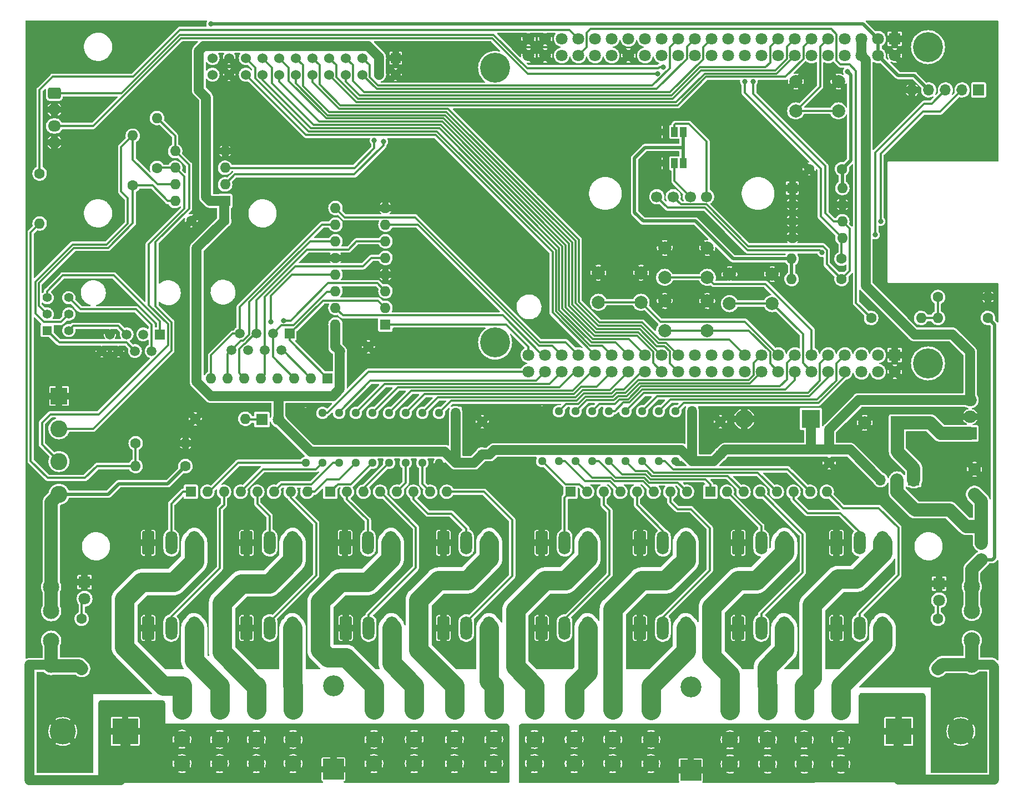
<source format=gbr>
%TF.GenerationSoftware,KiCad,Pcbnew,(6.0.6)*%
%TF.CreationDate,2022-08-05T23:41:30-04:00*%
%TF.ProjectId,BBB_16,4242425f-3136-42e6-9b69-6361645f7063,v2.1*%
%TF.SameCoordinates,Original*%
%TF.FileFunction,Copper,L1,Top*%
%TF.FilePolarity,Positive*%
%FSLAX46Y46*%
G04 Gerber Fmt 4.6, Leading zero omitted, Abs format (unit mm)*
G04 Created by KiCad (PCBNEW (6.0.6)) date 2022-08-05 23:41:30*
%MOMM*%
%LPD*%
G01*
G04 APERTURE LIST*
G04 Aperture macros list*
%AMRoundRect*
0 Rectangle with rounded corners*
0 $1 Rounding radius*
0 $2 $3 $4 $5 $6 $7 $8 $9 X,Y pos of 4 corners*
0 Add a 4 corners polygon primitive as box body*
4,1,4,$2,$3,$4,$5,$6,$7,$8,$9,$2,$3,0*
0 Add four circle primitives for the rounded corners*
1,1,$1+$1,$2,$3*
1,1,$1+$1,$4,$5*
1,1,$1+$1,$6,$7*
1,1,$1+$1,$8,$9*
0 Add four rect primitives between the rounded corners*
20,1,$1+$1,$2,$3,$4,$5,0*
20,1,$1+$1,$4,$5,$6,$7,0*
20,1,$1+$1,$6,$7,$8,$9,0*
20,1,$1+$1,$8,$9,$2,$3,0*%
G04 Aperture macros list end*
%TA.AperFunction,ComponentPad*%
%ADD10C,1.600000*%
%TD*%
%TA.AperFunction,ComponentPad*%
%ADD11C,2.475000*%
%TD*%
%TA.AperFunction,ComponentPad*%
%ADD12RoundRect,0.250000X-0.650000X-1.550000X0.650000X-1.550000X0.650000X1.550000X-0.650000X1.550000X0*%
%TD*%
%TA.AperFunction,ComponentPad*%
%ADD13O,1.800000X3.600000*%
%TD*%
%TA.AperFunction,ComponentPad*%
%ADD14R,3.200000X3.200000*%
%TD*%
%TA.AperFunction,ComponentPad*%
%ADD15O,3.200000X3.200000*%
%TD*%
%TA.AperFunction,ComponentPad*%
%ADD16R,1.600000X1.600000*%
%TD*%
%TA.AperFunction,ComponentPad*%
%ADD17O,1.600000X1.600000*%
%TD*%
%TA.AperFunction,ComponentPad*%
%ADD18R,1.700000X1.700000*%
%TD*%
%TA.AperFunction,ComponentPad*%
%ADD19O,1.700000X1.700000*%
%TD*%
%TA.AperFunction,ComponentPad*%
%ADD20C,1.700000*%
%TD*%
%TA.AperFunction,ComponentPad*%
%ADD21R,1.800000X1.800000*%
%TD*%
%TA.AperFunction,ComponentPad*%
%ADD22C,1.800000*%
%TD*%
%TA.AperFunction,ComponentPad*%
%ADD23R,2.800000X2.800000*%
%TD*%
%TA.AperFunction,ComponentPad*%
%ADD24O,2.800000X2.800000*%
%TD*%
%TA.AperFunction,ComponentPad*%
%ADD25C,2.000000*%
%TD*%
%TA.AperFunction,ComponentPad*%
%ADD26R,1.295400X1.295400*%
%TD*%
%TA.AperFunction,ComponentPad*%
%ADD27C,1.295400*%
%TD*%
%TA.AperFunction,ComponentPad*%
%ADD28R,1.500000X1.500000*%
%TD*%
%TA.AperFunction,ComponentPad*%
%ADD29C,1.500000*%
%TD*%
%TA.AperFunction,SMDPad,CuDef*%
%ADD30R,1.000000X1.500000*%
%TD*%
%TA.AperFunction,ComponentPad*%
%ADD31R,4.000000X4.000000*%
%TD*%
%TA.AperFunction,ComponentPad*%
%ADD32C,4.000000*%
%TD*%
%TA.AperFunction,ComponentPad*%
%ADD33R,1.530000X1.530000*%
%TD*%
%TA.AperFunction,ComponentPad*%
%ADD34C,1.530000*%
%TD*%
%TA.AperFunction,ComponentPad*%
%ADD35C,4.572000*%
%TD*%
%TA.AperFunction,ComponentPad*%
%ADD36R,2.000000X1.905000*%
%TD*%
%TA.AperFunction,ComponentPad*%
%ADD37O,2.000000X1.905000*%
%TD*%
%TA.AperFunction,ComponentPad*%
%ADD38RoundRect,0.250000X-0.725000X0.600000X-0.725000X-0.600000X0.725000X-0.600000X0.725000X0.600000X0*%
%TD*%
%TA.AperFunction,ComponentPad*%
%ADD39O,1.950000X1.700000*%
%TD*%
%TA.AperFunction,ComponentPad*%
%ADD40C,1.904000*%
%TD*%
%TA.AperFunction,ComponentPad*%
%ADD41R,2.600000X2.600000*%
%TD*%
%TA.AperFunction,ComponentPad*%
%ADD42C,2.600000*%
%TD*%
%TA.AperFunction,ComponentPad*%
%ADD43R,1.400000X1.400000*%
%TD*%
%TA.AperFunction,ComponentPad*%
%ADD44C,1.400000*%
%TD*%
%TA.AperFunction,ComponentPad*%
%ADD45R,2.000000X2.000000*%
%TD*%
%TA.AperFunction,ViaPad*%
%ADD46C,0.800000*%
%TD*%
%TA.AperFunction,Conductor*%
%ADD47C,0.350000*%
%TD*%
%TA.AperFunction,Conductor*%
%ADD48C,1.500000*%
%TD*%
%TA.AperFunction,Conductor*%
%ADD49C,2.000000*%
%TD*%
%TA.AperFunction,Conductor*%
%ADD50C,0.500000*%
%TD*%
%TA.AperFunction,Conductor*%
%ADD51C,3.000000*%
%TD*%
%TA.AperFunction,Conductor*%
%ADD52C,2.999999*%
%TD*%
G04 APERTURE END LIST*
D10*
%TO.P,C4,1*%
%TO.N,+5V*%
X140041000Y-103123800D03*
%TO.P,C4,2*%
%TO.N,GND*%
X140041000Y-98123800D03*
%TD*%
D11*
%TO.P,F18,1_1*%
%TO.N,VIN1*%
X74282600Y-135238600D03*
%TO.P,F18,1_2*%
X74282600Y-131538600D03*
%TO.P,F18,2_1*%
%TO.N,V_DMX*%
X74282600Y-127038600D03*
%TO.P,F18,2_2*%
X74282600Y-123338600D03*
%TD*%
D12*
%TO.P,J2,1*%
%TO.N,GND*%
X89100000Y-129600000D03*
D13*
%TO.P,J2,2*%
%TO.N,/Output 1-8/DOUT2*%
X92600000Y-129600000D03*
%TO.P,J2,3*%
%TO.N,/Output 1-8/VOUT2*%
X96100000Y-129600000D03*
%TD*%
D12*
%TO.P,J5,1*%
%TO.N,GND*%
X119100000Y-116600000D03*
D13*
%TO.P,J5,2*%
%TO.N,/Output 1-8/DOUT5*%
X122600000Y-116600000D03*
%TO.P,J5,3*%
%TO.N,/Output 1-8/VOUT5*%
X126100000Y-116600000D03*
%TD*%
D12*
%TO.P,J6,1*%
%TO.N,GND*%
X119214342Y-129600000D03*
D13*
%TO.P,J6,2*%
%TO.N,/Output 1-8/DOUT6*%
X122714342Y-129600000D03*
%TO.P,J6,3*%
%TO.N,/Output 1-8/VOUT6*%
X126214342Y-129600000D03*
%TD*%
D12*
%TO.P,J7,1*%
%TO.N,GND*%
X134100000Y-116600000D03*
D13*
%TO.P,J7,2*%
%TO.N,/Output 1-8/DOUT7*%
X137600000Y-116600000D03*
%TO.P,J7,3*%
%TO.N,/Output 1-8/VOUT7*%
X141100000Y-116600000D03*
%TD*%
D12*
%TO.P,J8,1*%
%TO.N,GND*%
X134100000Y-129600000D03*
D13*
%TO.P,J8,2*%
%TO.N,/Output 1-8/DOUT8*%
X137600000Y-129600000D03*
%TO.P,J8,3*%
%TO.N,/Output 1-8/VOUT8*%
X141100000Y-129600000D03*
%TD*%
D12*
%TO.P,J9,1*%
%TO.N,GND*%
X149100000Y-116600000D03*
D13*
%TO.P,J9,2*%
%TO.N,/Output 9-16/DOUT9*%
X152600000Y-116600000D03*
%TO.P,J9,3*%
%TO.N,/Output 9-16/VOUT9*%
X156100000Y-116600000D03*
%TD*%
D12*
%TO.P,J10,1*%
%TO.N,GND*%
X149100000Y-129600000D03*
D13*
%TO.P,J10,2*%
%TO.N,/Output 9-16/DOUT10*%
X152600000Y-129600000D03*
%TO.P,J10,3*%
%TO.N,/Output 9-16/VOUT10*%
X156100000Y-129600000D03*
%TD*%
D12*
%TO.P,J11,1*%
%TO.N,GND*%
X164100000Y-116600000D03*
D13*
%TO.P,J11,2*%
%TO.N,/Output 9-16/DOUT11*%
X167600000Y-116600000D03*
%TO.P,J11,3*%
%TO.N,/Output 9-16/VOUT11*%
X171100000Y-116600000D03*
%TD*%
D12*
%TO.P,J12,1*%
%TO.N,GND*%
X164100000Y-129600000D03*
D13*
%TO.P,J12,2*%
%TO.N,/Output 9-16/DOUT12*%
X167600000Y-129600000D03*
%TO.P,J12,3*%
%TO.N,/Output 9-16/VOUT12*%
X171100000Y-129600000D03*
%TD*%
D12*
%TO.P,J13,1*%
%TO.N,GND*%
X179100000Y-116600000D03*
D13*
%TO.P,J13,2*%
%TO.N,/Output 9-16/DOUT13*%
X182600000Y-116600000D03*
%TO.P,J13,3*%
%TO.N,/Output 9-16/VOUT13*%
X186100000Y-116600000D03*
%TD*%
D12*
%TO.P,J14,1*%
%TO.N,GND*%
X179100000Y-129600000D03*
D13*
%TO.P,J14,2*%
%TO.N,/Output 9-16/DOUT14*%
X182600000Y-129600000D03*
%TO.P,J14,3*%
%TO.N,/Output 9-16/VOUT14*%
X186100000Y-129600000D03*
%TD*%
D12*
%TO.P,J15,1*%
%TO.N,GND*%
X194100000Y-116600000D03*
D13*
%TO.P,J15,2*%
%TO.N,/Output 9-16/DOUT15*%
X197600000Y-116600000D03*
%TO.P,J15,3*%
%TO.N,/Output 9-16/VOUT15*%
X201100000Y-116600000D03*
%TD*%
D12*
%TO.P,J16,1*%
%TO.N,GND*%
X194100000Y-129600000D03*
D13*
%TO.P,J16,2*%
%TO.N,/Output 9-16/DOUT16*%
X197600000Y-129600000D03*
%TO.P,J16,3*%
%TO.N,/Output 9-16/VOUT16*%
X201100000Y-129600000D03*
%TD*%
D11*
%TO.P,F1,1_1*%
%TO.N,VIN1*%
X94222600Y-150288600D03*
%TO.P,F1,1_2*%
X94222600Y-146588600D03*
%TO.P,F1,2_1*%
%TO.N,/Output 1-8/VOUT1*%
X94222600Y-142088600D03*
%TO.P,F1,2_2*%
X94222600Y-138388600D03*
%TD*%
%TO.P,F7,1_1*%
%TO.N,VIN1*%
X135792600Y-150298600D03*
%TO.P,F7,1_2*%
X135792600Y-146598600D03*
%TO.P,F7,2_1*%
%TO.N,/Output 1-8/VOUT7*%
X135792600Y-142098600D03*
%TO.P,F7,2_2*%
X135792600Y-138398600D03*
%TD*%
%TO.P,F14,1_1*%
%TO.N,VIN2*%
X183553100Y-150363600D03*
%TO.P,F14,1_2*%
X183553100Y-146663600D03*
%TO.P,F14,2_1*%
%TO.N,/Output 9-16/VOUT14*%
X183553100Y-142163600D03*
%TO.P,F14,2_2*%
X183553100Y-138463600D03*
%TD*%
D14*
%TO.P,D2,1*%
%TO.N,VIN2*%
X171847600Y-151305000D03*
D15*
%TO.P,D2,2*%
%TO.N,GND*%
X171847600Y-138605000D03*
%TD*%
D10*
%TO.P,C3,1*%
%TO.N,+5V*%
X176363000Y-103123800D03*
%TO.P,C3,2*%
%TO.N,GND*%
X176363000Y-98123800D03*
%TD*%
D11*
%TO.P,F2,1_1*%
%TO.N,VIN1*%
X99967600Y-150303600D03*
%TO.P,F2,1_2*%
X99967600Y-146603600D03*
%TO.P,F2,2_1*%
%TO.N,/Output 1-8/VOUT2*%
X99967600Y-142103600D03*
%TO.P,F2,2_2*%
X99967600Y-138403600D03*
%TD*%
%TO.P,F6,1_1*%
%TO.N,VIN1*%
X129672600Y-150298600D03*
%TO.P,F6,1_2*%
X129672600Y-146598600D03*
%TO.P,F6,2_1*%
%TO.N,/Output 1-8/VOUT6*%
X129672600Y-142098600D03*
%TO.P,F6,2_2*%
X129672600Y-138398600D03*
%TD*%
%TO.P,F8,1_1*%
%TO.N,VIN1*%
X141793100Y-150298600D03*
%TO.P,F8,1_2*%
X141793100Y-146598600D03*
%TO.P,F8,2_1*%
%TO.N,/Output 1-8/VOUT8*%
X141793100Y-142098600D03*
%TO.P,F8,2_2*%
X141793100Y-138398600D03*
%TD*%
%TO.P,F9,1_1*%
%TO.N,VIN2*%
X148002600Y-150298600D03*
%TO.P,F9,1_2*%
X148002600Y-146598600D03*
%TO.P,F9,2_1*%
%TO.N,/Output 9-16/VOUT9*%
X148002600Y-142098600D03*
%TO.P,F9,2_2*%
X148002600Y-138398600D03*
%TD*%
%TO.P,F10,1_1*%
%TO.N,VIN2*%
X154062600Y-150298600D03*
%TO.P,F10,1_2*%
X154062600Y-146598600D03*
%TO.P,F10,2_1*%
%TO.N,/Output 9-16/VOUT10*%
X154062600Y-142098600D03*
%TO.P,F10,2_2*%
X154062600Y-138398600D03*
%TD*%
%TO.P,F16,1_1*%
%TO.N,VIN2*%
X194729100Y-150363600D03*
%TO.P,F16,1_2*%
X194729100Y-146663600D03*
%TO.P,F16,2_1*%
%TO.N,/Output 9-16/VOUT16*%
X194729100Y-142163600D03*
%TO.P,F16,2_2*%
X194729100Y-138463600D03*
%TD*%
%TO.P,F5,1_1*%
%TO.N,VIN1*%
X123512600Y-150298600D03*
%TO.P,F5,1_2*%
X123512600Y-146598600D03*
%TO.P,F5,2_1*%
%TO.N,/Output 1-8/VOUT5*%
X123512600Y-142098600D03*
%TO.P,F5,2_2*%
X123512600Y-138398600D03*
%TD*%
%TO.P,F3,1_1*%
%TO.N,VIN1*%
X105567600Y-150303600D03*
%TO.P,F3,1_2*%
X105567600Y-146603600D03*
%TO.P,F3,2_1*%
%TO.N,/Output 1-8/VOUT3*%
X105567600Y-142103600D03*
%TO.P,F3,2_2*%
X105567600Y-138403600D03*
%TD*%
%TO.P,F13,1_1*%
%TO.N,VIN2*%
X177847600Y-150363600D03*
%TO.P,F13,1_2*%
X177847600Y-146663600D03*
%TO.P,F13,2_1*%
%TO.N,/Output 9-16/VOUT13*%
X177847600Y-142163600D03*
%TO.P,F13,2_2*%
X177847600Y-138463600D03*
%TD*%
D16*
%TO.P,RN1,1*%
%TO.N,/Output 1-8/DOUT1*%
X95561500Y-108813600D03*
D17*
%TO.P,RN1,2*%
%TO.N,Net-(RN1-Pad2)*%
X98101500Y-108813600D03*
%TO.P,RN1,3*%
%TO.N,/Output 1-8/DOUT2*%
X100641500Y-108813600D03*
%TO.P,RN1,4*%
%TO.N,Net-(RN1-Pad4)*%
X103181500Y-108813600D03*
%TO.P,RN1,5*%
%TO.N,/Output 1-8/DOUT3*%
X105721500Y-108813600D03*
%TO.P,RN1,6*%
%TO.N,Net-(RN1-Pad6)*%
X108261500Y-108813600D03*
%TO.P,RN1,7*%
%TO.N,/Output 1-8/DOUT4*%
X110801500Y-108813600D03*
%TO.P,RN1,8*%
%TO.N,Net-(RN1-Pad8)*%
X113341500Y-108813600D03*
%TD*%
D11*
%TO.P,F11,1_1*%
%TO.N,VIN2*%
X159942600Y-150298600D03*
%TO.P,F11,1_2*%
X159942600Y-146598600D03*
%TO.P,F11,2_1*%
%TO.N,/Output 9-16/VOUT11*%
X159942600Y-142098600D03*
%TO.P,F11,2_2*%
X159942600Y-138398600D03*
%TD*%
D16*
%TO.P,RN3,1*%
%TO.N,/Output 9-16/DOUT9*%
X153486200Y-108813600D03*
D17*
%TO.P,RN3,2*%
%TO.N,Net-(RN3-Pad2)*%
X156026200Y-108813600D03*
%TO.P,RN3,3*%
%TO.N,/Output 9-16/DOUT10*%
X158566200Y-108813600D03*
%TO.P,RN3,4*%
%TO.N,Net-(RN3-Pad4)*%
X161106200Y-108813600D03*
%TO.P,RN3,5*%
%TO.N,/Output 9-16/DOUT11*%
X163646200Y-108813600D03*
%TO.P,RN3,6*%
%TO.N,Net-(RN3-Pad6)*%
X166186200Y-108813600D03*
%TO.P,RN3,7*%
%TO.N,/Output 9-16/DOUT12*%
X168726200Y-108813600D03*
%TO.P,RN3,8*%
%TO.N,Net-(RN3-Pad8)*%
X171266200Y-108813600D03*
%TD*%
D16*
%TO.P,RN4,1*%
%TO.N,Net-(RN4-Pad1)*%
X174812600Y-108813600D03*
D17*
%TO.P,RN4,2*%
%TO.N,/Output 9-16/DOUT13*%
X177352600Y-108813600D03*
%TO.P,RN4,3*%
%TO.N,Net-(RN4-Pad3)*%
X179892600Y-108813600D03*
%TO.P,RN4,4*%
%TO.N,/Output 9-16/DOUT14*%
X182432600Y-108813600D03*
%TO.P,RN4,5*%
%TO.N,Net-(RN4-Pad5)*%
X184972600Y-108813600D03*
%TO.P,RN4,6*%
%TO.N,/Output 9-16/DOUT15*%
X187512600Y-108813600D03*
%TO.P,RN4,7*%
%TO.N,Net-(RN4-Pad7)*%
X190052600Y-108813600D03*
%TO.P,RN4,8*%
%TO.N,/Output 9-16/DOUT16*%
X192592600Y-108813600D03*
%TD*%
D16*
%TO.P,RN2,1*%
%TO.N,Net-(RN2-Pad1)*%
X116852700Y-108813600D03*
D17*
%TO.P,RN2,2*%
%TO.N,/Output 1-8/DOUT5*%
X119392700Y-108813600D03*
%TO.P,RN2,3*%
%TO.N,Net-(RN2-Pad3)*%
X121932700Y-108813600D03*
%TO.P,RN2,4*%
%TO.N,/Output 1-8/DOUT6*%
X124472700Y-108813600D03*
%TO.P,RN2,5*%
%TO.N,Net-(RN2-Pad5)*%
X127012700Y-108813600D03*
%TO.P,RN2,6*%
%TO.N,/Output 1-8/DOUT7*%
X129552700Y-108813600D03*
%TO.P,RN2,7*%
%TO.N,Net-(RN2-Pad7)*%
X132092700Y-108813600D03*
%TO.P,RN2,8*%
%TO.N,/Output 1-8/DOUT8*%
X134632700Y-108813600D03*
%TD*%
D11*
%TO.P,F4,1_1*%
%TO.N,VIN1*%
X111167600Y-150303600D03*
%TO.P,F4,1_2*%
X111167600Y-146603600D03*
%TO.P,F4,2_1*%
%TO.N,/Output 1-8/VOUT4*%
X111167600Y-142103600D03*
%TO.P,F4,2_2*%
X111167600Y-138403600D03*
%TD*%
D12*
%TO.P,J1,1*%
%TO.N,GND*%
X89100000Y-116600000D03*
D13*
%TO.P,J1,2*%
%TO.N,/Output 1-8/DOUT1*%
X92600000Y-116600000D03*
%TO.P,J1,3*%
%TO.N,/Output 1-8/VOUT1*%
X96100000Y-116600000D03*
%TD*%
D12*
%TO.P,J3,1*%
%TO.N,GND*%
X104100000Y-116600000D03*
D13*
%TO.P,J3,2*%
%TO.N,/Output 1-8/DOUT3*%
X107600000Y-116600000D03*
%TO.P,J3,3*%
%TO.N,/Output 1-8/VOUT3*%
X111100000Y-116600000D03*
%TD*%
D12*
%TO.P,J4,1*%
%TO.N,GND*%
X104100000Y-129600000D03*
D13*
%TO.P,J4,2*%
%TO.N,/Output 1-8/DOUT4*%
X107600000Y-129600000D03*
%TO.P,J4,3*%
%TO.N,/Output 1-8/VOUT4*%
X111100000Y-129600000D03*
%TD*%
D14*
%TO.P,D1,1*%
%TO.N,VIN1*%
X117332600Y-151168600D03*
D15*
%TO.P,D1,2*%
%TO.N,GND*%
X117332600Y-138468600D03*
%TD*%
D10*
%TO.P,R1,1*%
%TO.N,/Serial/DMX1+*%
X86717000Y-62099800D03*
D17*
%TO.P,R1,2*%
%TO.N,/Serial/DMX1-*%
X86717000Y-54479800D03*
%TD*%
D10*
%TO.P,R2,1*%
%TO.N,/Serial/DMX2+*%
X90417000Y-59399800D03*
D17*
%TO.P,R2,2*%
%TO.N,/Serial/DMX2-*%
X90417000Y-51779800D03*
%TD*%
D18*
%TO.P,J25,1*%
%TO.N,Net-(J25-Pad1)*%
X215767000Y-47499800D03*
D19*
%TO.P,J25,2*%
%TO.N,I2C_SCL*%
X213227000Y-47499800D03*
%TO.P,J25,3*%
%TO.N,I2C_SDA*%
X210687000Y-47499800D03*
%TO.P,J25,4*%
%TO.N,+3V3*%
X208147000Y-47499800D03*
%TO.P,J25,5*%
%TO.N,GND*%
X205607000Y-47499800D03*
%TD*%
D11*
%TO.P,F15,1_1*%
%TO.N,VIN2*%
X189141100Y-150363600D03*
%TO.P,F15,1_2*%
X189141100Y-146663600D03*
%TO.P,F15,2_1*%
%TO.N,/Output 9-16/VOUT15*%
X189141100Y-142163600D03*
%TO.P,F15,2_2*%
X189141100Y-138463600D03*
%TD*%
%TO.P,F12,1_1*%
%TO.N,VIN2*%
X165761100Y-150298600D03*
%TO.P,F12,1_2*%
X165761100Y-146598600D03*
%TO.P,F12,2_1*%
%TO.N,/Output 9-16/VOUT12*%
X165761100Y-142098600D03*
%TO.P,F12,2_2*%
X165761100Y-138398600D03*
%TD*%
D20*
%TO.P,J26,1*%
%TO.N,I2C_SDA*%
X166667000Y-63799800D03*
%TO.P,J26,2*%
%TO.N,I2C_SCL*%
X169167000Y-63799800D03*
%TO.P,J26,3*%
%TO.N,/Pin3*%
X171767000Y-63799800D03*
%TO.P,J26,4*%
%TO.N,/Pin4*%
X174267000Y-63799800D03*
%TD*%
D21*
%TO.P,D5,1*%
%TO.N,GND*%
X79370200Y-122604000D03*
D22*
%TO.P,D5,2*%
%TO.N,Net-(D5-Pad2)*%
X79370200Y-125144000D03*
%TD*%
D21*
%TO.P,D6,1*%
%TO.N,GND*%
X209722200Y-122831000D03*
D22*
%TO.P,D6,2*%
%TO.N,Net-(D6-Pad2)*%
X209722200Y-125371000D03*
%TD*%
D10*
%TO.P,R4,1*%
%TO.N,Net-(D5-Pad2)*%
X78938400Y-128192000D03*
D17*
%TO.P,R4,2*%
%TO.N,VIN1*%
X78938400Y-135812000D03*
%TD*%
D10*
%TO.P,R5,1*%
%TO.N,Net-(D6-Pad2)*%
X209544400Y-128215800D03*
D17*
%TO.P,R5,2*%
%TO.N,VIN2*%
X209544400Y-135835800D03*
%TD*%
D21*
%TO.P,D4,1*%
%TO.N,Net-(D4-Pad1)*%
X106416900Y-97795900D03*
D22*
%TO.P,D4,2*%
%TO.N,+5V*%
X108956900Y-97795900D03*
%TD*%
D11*
%TO.P,F17,1_1*%
%TO.N,VIN2*%
X214726000Y-135181800D03*
%TO.P,F17,1_2*%
X214726000Y-131481800D03*
%TO.P,F17,2_1*%
%TO.N,VIN_Fuse*%
X214726000Y-126981800D03*
%TO.P,F17,2_2*%
X214726000Y-123281800D03*
%TD*%
D10*
%TO.P,R7,1*%
%TO.N,I2C_SCL*%
X194843740Y-76360500D03*
D17*
%TO.P,R7,2*%
%TO.N,+3V3*%
X187223740Y-76360500D03*
%TD*%
D10*
%TO.P,C5,1*%
%TO.N,+5V*%
X100667000Y-67449800D03*
%TO.P,C5,2*%
%TO.N,GND*%
X95667000Y-67449800D03*
%TD*%
D23*
%TO.P,D3,1*%
%TO.N,+5V*%
X190167000Y-97699800D03*
D24*
%TO.P,D3,2*%
%TO.N,GND*%
X180007000Y-97699800D03*
%TD*%
D25*
%TO.P,SW5,1*%
%TO.N,GND*%
X194367000Y-46199800D03*
X187867000Y-46199800D03*
%TO.P,SW5,2*%
%TO.N,PWR_BUT*%
X194367000Y-50699800D03*
X187867000Y-50699800D03*
%TD*%
D26*
%TO.P,U4,1*%
%TO.N,+5V*%
X172045000Y-96519800D03*
D27*
%TO.P,U4,2*%
%TO.N,DATA16*%
X169505000Y-96519800D03*
%TO.P,U4,3*%
%TO.N,DATA15*%
X166965000Y-96519800D03*
%TO.P,U4,4*%
%TO.N,DATA14*%
X164425000Y-96519800D03*
%TO.P,U4,5*%
%TO.N,DATA13*%
X161885000Y-96519800D03*
%TO.P,U4,6*%
%TO.N,DATA12*%
X159345000Y-96519800D03*
%TO.P,U4,7*%
%TO.N,DATA11*%
X156805000Y-96519800D03*
%TO.P,U4,8*%
%TO.N,DATA10*%
X154265000Y-96519800D03*
%TO.P,U4,9*%
%TO.N,DATA9*%
X151725000Y-96519800D03*
%TO.P,U4,10*%
%TO.N,GND*%
X149185000Y-96519800D03*
%TO.P,U4,11*%
%TO.N,Net-(RN3-Pad2)*%
X149185000Y-104139800D03*
%TO.P,U4,12*%
%TO.N,Net-(RN3-Pad4)*%
X151725000Y-104139800D03*
%TO.P,U4,13*%
%TO.N,Net-(RN3-Pad6)*%
X154265000Y-104139800D03*
%TO.P,U4,14*%
%TO.N,Net-(RN3-Pad8)*%
X156805000Y-104139800D03*
%TO.P,U4,15*%
%TO.N,Net-(RN4-Pad1)*%
X159345000Y-104139800D03*
%TO.P,U4,16*%
%TO.N,Net-(RN4-Pad3)*%
X161885000Y-104139800D03*
%TO.P,U4,17*%
%TO.N,Net-(RN4-Pad5)*%
X164425000Y-104139800D03*
%TO.P,U4,18*%
%TO.N,Net-(RN4-Pad7)*%
X166965000Y-104139800D03*
%TO.P,U4,19*%
%TO.N,GND*%
X169505000Y-104139800D03*
%TO.P,U4,20*%
%TO.N,+5V*%
X172045000Y-104139800D03*
%TD*%
D10*
%TO.P,C6,1*%
%TO.N,+3V3*%
X194925280Y-59569000D03*
%TO.P,C6,2*%
%TO.N,GND*%
X189925280Y-59569000D03*
%TD*%
%TO.P,R6,1*%
%TO.N,I2C_SDA*%
X194843740Y-73260500D03*
D17*
%TO.P,R6,2*%
%TO.N,+3V3*%
X187223740Y-73260500D03*
%TD*%
D16*
%TO.P,U6,1*%
%TO.N,GND*%
X187343740Y-62460500D03*
D17*
%TO.P,U6,2*%
X187343740Y-65000500D03*
%TO.P,U6,3*%
X187343740Y-67540500D03*
%TO.P,U6,4*%
X187343740Y-70080500D03*
%TO.P,U6,5*%
%TO.N,I2C_SDA*%
X194963740Y-70080500D03*
%TO.P,U6,6*%
%TO.N,I2C_SCL*%
X194963740Y-67540500D03*
%TO.P,U6,7*%
%TO.N,GND*%
X194963740Y-65000500D03*
%TO.P,U6,8*%
%TO.N,+3V3*%
X194963740Y-62460500D03*
%TD*%
D26*
%TO.P,U3,1*%
%TO.N,+5V*%
X135977000Y-96773800D03*
D27*
%TO.P,U3,2*%
%TO.N,DATA8*%
X133437000Y-96773800D03*
%TO.P,U3,3*%
%TO.N,DATA7*%
X130897000Y-96773800D03*
%TO.P,U3,4*%
%TO.N,DATA6*%
X128357000Y-96773800D03*
%TO.P,U3,5*%
%TO.N,DATA5*%
X125817000Y-96773800D03*
%TO.P,U3,6*%
%TO.N,DATA4*%
X123277000Y-96773800D03*
%TO.P,U3,7*%
%TO.N,DATA3*%
X120737000Y-96773800D03*
%TO.P,U3,8*%
%TO.N,DATA2*%
X118197000Y-96773800D03*
%TO.P,U3,9*%
%TO.N,DATA1*%
X115657000Y-96773800D03*
%TO.P,U3,10*%
%TO.N,GND*%
X113117000Y-96773800D03*
%TO.P,U3,11*%
%TO.N,Net-(RN1-Pad2)*%
X113117000Y-104393800D03*
%TO.P,U3,12*%
%TO.N,Net-(RN1-Pad4)*%
X115657000Y-104393800D03*
%TO.P,U3,13*%
%TO.N,Net-(RN1-Pad6)*%
X118197000Y-104393800D03*
%TO.P,U3,14*%
%TO.N,Net-(RN1-Pad8)*%
X120737000Y-104393800D03*
%TO.P,U3,15*%
%TO.N,Net-(RN2-Pad1)*%
X123277000Y-104393800D03*
%TO.P,U3,16*%
%TO.N,Net-(RN2-Pad3)*%
X125817000Y-104393800D03*
%TO.P,U3,17*%
%TO.N,Net-(RN2-Pad5)*%
X128357000Y-104393800D03*
%TO.P,U3,18*%
%TO.N,Net-(RN2-Pad7)*%
X130897000Y-104393800D03*
%TO.P,U3,19*%
%TO.N,GND*%
X133437000Y-104393800D03*
%TO.P,U3,20*%
%TO.N,+5V*%
X135977000Y-104393800D03*
%TD*%
D16*
%TO.P,U5,1*%
%TO.N,+5V*%
X100817000Y-64449800D03*
D17*
%TO.P,U5,2*%
%TO.N,TXD1*%
X100817000Y-61909800D03*
%TO.P,U5,3*%
%TO.N,TXD2*%
X100817000Y-59369800D03*
%TO.P,U5,4*%
%TO.N,GND*%
X100817000Y-56829800D03*
%TO.P,U5,5*%
%TO.N,/Serial/DMX2-*%
X93197000Y-56829800D03*
%TO.P,U5,6*%
%TO.N,/Serial/DMX2+*%
X93197000Y-59369800D03*
%TO.P,U5,7*%
%TO.N,/Serial/DMX1-*%
X93197000Y-61909800D03*
%TO.P,U5,8*%
%TO.N,/Serial/DMX1+*%
X93197000Y-64449800D03*
%TD*%
D25*
%TO.P,SW3,1*%
%TO.N,GND*%
X167867000Y-79699800D03*
X174367000Y-79699800D03*
%TO.P,SW3,2*%
%TO.N,DOWN*%
X174367000Y-84199800D03*
X167867000Y-84199800D03*
%TD*%
D28*
%TO.P,J20,1*%
%TO.N,Net-(J20-Pad1)*%
X90867000Y-84799800D03*
D29*
%TO.P,J20,2*%
%TO.N,Net-(J20-Pad2)*%
X89597000Y-87339800D03*
%TO.P,J20,3*%
%TO.N,/Serial/9V*%
X88327000Y-84799800D03*
%TO.P,J20,4*%
%TO.N,Net-(J20-Pad4)*%
X87057000Y-87339800D03*
%TO.P,J20,5*%
%TO.N,Net-(J20-Pad5)*%
X85787000Y-84799800D03*
%TO.P,J20,6*%
%TO.N,GND*%
X84517000Y-87339800D03*
%TO.P,J20,7*%
X83247000Y-84799800D03*
%TO.P,J20,8*%
X81977000Y-87339800D03*
%TD*%
D30*
%TO.P,PIN4,1*%
%TO.N,GND*%
X168067000Y-53899800D03*
%TO.P,PIN4,2*%
%TO.N,/Pin4*%
X169367000Y-53899800D03*
%TO.P,PIN4,3*%
%TO.N,+3V3*%
X170667000Y-53899800D03*
%TD*%
%TO.P,PIN3,1*%
%TO.N,GND*%
X168067000Y-58699800D03*
%TO.P,PIN3,2*%
%TO.N,/Pin3*%
X169367000Y-58699800D03*
%TO.P,PIN3,3*%
%TO.N,+3V3*%
X170667000Y-58699800D03*
%TD*%
D10*
%TO.P,C7,1*%
%TO.N,+5V*%
X117667000Y-86699800D03*
%TO.P,C7,2*%
%TO.N,GND*%
X122667000Y-86699800D03*
%TD*%
D31*
%TO.P,J17,1*%
%TO.N,VIN1*%
X85567000Y-145399800D03*
D32*
%TO.P,J17,2*%
%TO.N,GND*%
X76067000Y-145399800D03*
%TD*%
D31*
%TO.P,J18,1*%
%TO.N,VIN2*%
X203567000Y-145399800D03*
D32*
%TO.P,J18,2*%
%TO.N,GND*%
X213067000Y-145399800D03*
%TD*%
D28*
%TO.P,J21,1*%
%TO.N,/Diff/Serial1_P*%
X110667000Y-84699800D03*
D29*
%TO.P,J21,2*%
%TO.N,/Diff/Serial1_N*%
X109397000Y-87239800D03*
%TO.P,J21,3*%
%TO.N,/Diff/Serial2_P*%
X108127000Y-84699800D03*
%TO.P,J21,4*%
%TO.N,/Diff/Serial3_N*%
X106857000Y-87239800D03*
%TO.P,J21,5*%
%TO.N,/Diff/Serial3_P*%
X105587000Y-84699800D03*
%TO.P,J21,6*%
%TO.N,/Diff/Serial2_N*%
X104317000Y-87239800D03*
%TO.P,J21,7*%
%TO.N,/Diff/Serial4_P*%
X103047000Y-84699800D03*
%TO.P,J21,8*%
%TO.N,/Diff/Serial4_N*%
X101777000Y-87239800D03*
%TD*%
D16*
%TO.P,RN5,1*%
%TO.N,/Diff/Serial1_P*%
X116467000Y-91499800D03*
D17*
%TO.P,RN5,2*%
%TO.N,/Diff/Serial1_N*%
X113927000Y-91499800D03*
%TO.P,RN5,3*%
%TO.N,/Diff/Serial2_P*%
X111387000Y-91499800D03*
%TO.P,RN5,4*%
%TO.N,/Diff/Serial2_N*%
X108847000Y-91499800D03*
%TO.P,RN5,5*%
%TO.N,/Diff/Serial3_N*%
X106307000Y-91499800D03*
%TO.P,RN5,6*%
%TO.N,/Diff/Serial3_P*%
X103767000Y-91499800D03*
%TO.P,RN5,7*%
%TO.N,/Diff/Serial4_N*%
X101227000Y-91499800D03*
%TO.P,RN5,8*%
%TO.N,/Diff/Serial4_P*%
X98687000Y-91499800D03*
%TD*%
D16*
%TO.P,U7,1*%
%TO.N,DATA17*%
X125267000Y-83299800D03*
D17*
%TO.P,U7,2*%
%TO.N,/Diff/Serial1_P*%
X125267000Y-80759800D03*
%TO.P,U7,3*%
%TO.N,/Diff/Serial1_N*%
X125267000Y-78219800D03*
%TO.P,U7,4*%
%TO.N,GND*%
X125267000Y-75679800D03*
%TO.P,U7,5*%
%TO.N,/Diff/Serial3_N*%
X125267000Y-73139800D03*
%TO.P,U7,6*%
%TO.N,/Diff/Serial3_P*%
X125267000Y-70599800D03*
%TO.P,U7,7*%
%TO.N,DATA19*%
X125267000Y-68059800D03*
%TO.P,U7,8*%
%TO.N,GND*%
X125267000Y-65519800D03*
%TO.P,U7,9*%
%TO.N,DATA20*%
X117647000Y-65519800D03*
%TO.P,U7,10*%
%TO.N,/Diff/Serial4_P*%
X117647000Y-68059800D03*
%TO.P,U7,11*%
%TO.N,/Diff/Serial4_N*%
X117647000Y-70599800D03*
%TO.P,U7,12*%
%TO.N,GND*%
X117647000Y-73139800D03*
%TO.P,U7,13*%
%TO.N,/Diff/Serial2_N*%
X117647000Y-75679800D03*
%TO.P,U7,14*%
%TO.N,/Diff/Serial2_P*%
X117647000Y-78219800D03*
%TO.P,U7,15*%
%TO.N,DATA18*%
X117647000Y-80759800D03*
%TO.P,U7,16*%
%TO.N,+5V*%
X117647000Y-83299800D03*
%TD*%
D33*
%TO.P,J24,1*%
%TO.N,GND*%
X126837000Y-42629800D03*
D34*
%TO.P,J24,2*%
X126837000Y-45169800D03*
%TO.P,J24,3*%
%TO.N,+5V*%
X124297000Y-42629800D03*
%TO.P,J24,4*%
X124297000Y-45169800D03*
%TO.P,J24,5*%
%TO.N,OUT21*%
X121757000Y-42629800D03*
%TO.P,J24,6*%
%TO.N,OUT22*%
X121757000Y-45169800D03*
%TO.P,J24,7*%
%TO.N,OUT23*%
X119217000Y-42629800D03*
%TO.P,J24,8*%
%TO.N,OUT24*%
X119217000Y-45169800D03*
%TO.P,J24,9*%
%TO.N,OUT25*%
X116677000Y-42629800D03*
%TO.P,J24,10*%
%TO.N,OUT26*%
X116677000Y-45169800D03*
%TO.P,J24,11*%
%TO.N,OUT27*%
X114137000Y-42629800D03*
%TO.P,J24,12*%
%TO.N,OUT28*%
X114137000Y-45169800D03*
%TO.P,J24,13*%
%TO.N,OUT29*%
X111597000Y-42629800D03*
%TO.P,J24,14*%
%TO.N,OUT30*%
X111597000Y-45169800D03*
%TO.P,J24,15*%
%TO.N,OUT31*%
X109057000Y-42629800D03*
%TO.P,J24,16*%
%TO.N,OUT32*%
X109057000Y-45169800D03*
%TO.P,J24,17*%
%TO.N,OUT33*%
X106517000Y-42629800D03*
%TO.P,J24,18*%
%TO.N,OUT34*%
X106517000Y-45169800D03*
%TO.P,J24,19*%
%TO.N,OUT35*%
X103977000Y-42629800D03*
%TO.P,J24,20*%
%TO.N,OUT36*%
X103977000Y-45169800D03*
%TO.P,J24,21*%
%TO.N,GND*%
X101437000Y-42629800D03*
%TO.P,J24,22*%
X101437000Y-45169800D03*
%TO.P,J24,23*%
%TO.N,+3V3*%
X98897000Y-42629800D03*
%TO.P,J24,24*%
%TO.N,Net-(J24-Pad24)*%
X98897000Y-45169800D03*
%TD*%
D21*
%TO.P,U1,B1*%
%TO.N,GND*%
X202962000Y-87959800D03*
D22*
%TO.P,U1,B2*%
X202962000Y-90499800D03*
%TO.P,U1,B3*%
%TO.N,Net-(U1-PadB3)*%
X200422000Y-87959800D03*
%TO.P,U1,B4*%
%TO.N,Net-(U1-PadB4)*%
X200422000Y-90499800D03*
%TO.P,U1,B5*%
%TO.N,Net-(U1-PadB5)*%
X197882000Y-87959800D03*
%TO.P,U1,B6*%
%TO.N,Net-(U1-PadB6)*%
X197882000Y-90499800D03*
%TO.P,U1,B7*%
%TO.N,DATA15*%
X195342000Y-87959800D03*
%TO.P,U1,B8*%
%TO.N,DATA16*%
X195342000Y-90499800D03*
%TO.P,U1,B9*%
%TO.N,DATA13*%
X192802000Y-87959800D03*
%TO.P,U1,B10*%
%TO.N,DATA14*%
X192802000Y-90499800D03*
%TO.P,U1,B11*%
%TO.N,UP*%
X190262000Y-87959800D03*
%TO.P,U1,B12*%
%TO.N,RIGHT*%
X190262000Y-90499800D03*
%TO.P,U1,B13*%
%TO.N,DATA11*%
X187722000Y-87959800D03*
%TO.P,U1,B14*%
%TO.N,DATA12*%
X187722000Y-90499800D03*
%TO.P,U1,B15*%
%TO.N,LEFT*%
X185182000Y-87959800D03*
%TO.P,U1,B16*%
%TO.N,DOWN*%
X185182000Y-90499800D03*
%TO.P,U1,B17*%
%TO.N,DATA9*%
X182642000Y-87959800D03*
%TO.P,U1,B18*%
%TO.N,DATA10*%
X182642000Y-90499800D03*
%TO.P,U1,B19*%
%TO.N,OUT28*%
X180102000Y-87959800D03*
%TO.P,U1,B20*%
%TO.N,Net-(U1-PadB20)*%
X180102000Y-90499800D03*
%TO.P,U1,B21*%
%TO.N,Net-(U1-PadB21)*%
X177562000Y-87959800D03*
%TO.P,U1,B22*%
%TO.N,Net-(U1-PadB22)*%
X177562000Y-90499800D03*
%TO.P,U1,B23*%
%TO.N,Net-(U1-PadB23)*%
X175022000Y-87959800D03*
%TO.P,U1,B24*%
%TO.N,Net-(U1-PadB24)*%
X175022000Y-90499800D03*
%TO.P,U1,B25*%
%TO.N,Net-(U1-PadB25)*%
X172482000Y-87959800D03*
%TO.P,U1,B26*%
%TO.N,Net-(U1-PadB26)*%
X172482000Y-90499800D03*
%TO.P,U1,B27*%
%TO.N,OUT29*%
X169942000Y-87959800D03*
%TO.P,U1,B28*%
%TO.N,OUT30*%
X169942000Y-90499800D03*
%TO.P,U1,B29*%
%TO.N,OUT31*%
X167402000Y-87959800D03*
%TO.P,U1,B30*%
%TO.N,OUT32*%
X167402000Y-90499800D03*
%TO.P,U1,B31*%
%TO.N,OUT33*%
X164862000Y-87959800D03*
%TO.P,U1,B32*%
%TO.N,DATA8*%
X164862000Y-90499800D03*
%TO.P,U1,B33*%
%TO.N,OUT34*%
X162322000Y-87959800D03*
%TO.P,U1,B34*%
%TO.N,DATA7*%
X162322000Y-90499800D03*
%TO.P,U1,B35*%
%TO.N,OUT35*%
X159782000Y-87959800D03*
%TO.P,U1,B36*%
%TO.N,DATA6*%
X159782000Y-90499800D03*
%TO.P,U1,B37*%
%TO.N,OUT36*%
X157242000Y-87959800D03*
%TO.P,U1,B38*%
%TO.N,DATA5*%
X157242000Y-90499800D03*
%TO.P,U1,B39*%
%TO.N,DATA20*%
X154702000Y-87959800D03*
%TO.P,U1,B40*%
%TO.N,DATA4*%
X154702000Y-90499800D03*
%TO.P,U1,B41*%
%TO.N,DATA19*%
X152162000Y-87959800D03*
%TO.P,U1,B42*%
%TO.N,DATA3*%
X152162000Y-90499800D03*
%TO.P,U1,B43*%
%TO.N,DATA18*%
X149622000Y-87959800D03*
%TO.P,U1,B44*%
%TO.N,DATA2*%
X149622000Y-90499800D03*
%TO.P,U1,B45*%
%TO.N,DATA17*%
X147082000Y-87959800D03*
%TO.P,U1,B46*%
%TO.N,DATA1*%
X147082000Y-90499800D03*
D21*
%TO.P,U1,C1*%
%TO.N,GND*%
X202962000Y-39699800D03*
D22*
%TO.P,U1,C2*%
X202962000Y-42239800D03*
%TO.P,U1,C3*%
%TO.N,+3V3*%
X200422000Y-39699800D03*
%TO.P,U1,C4*%
X200422000Y-42239800D03*
%TO.P,U1,C5*%
%TO.N,+5V*%
X197882000Y-39699800D03*
%TO.P,U1,C6*%
X197882000Y-42239800D03*
%TO.P,U1,C7*%
%TO.N,Net-(U1-PadC7)*%
X195342000Y-39699800D03*
%TO.P,U1,C8*%
%TO.N,Net-(U1-PadC8)*%
X195342000Y-42239800D03*
%TO.P,U1,C9*%
%TO.N,PWR_BUT*%
X192802000Y-39699800D03*
%TO.P,U1,C10*%
%TO.N,Net-(U1-PadC10)*%
X192802000Y-42239800D03*
%TO.P,U1,C11*%
%TO.N,OUT27*%
X190262000Y-39699800D03*
%TO.P,U1,C12*%
%TO.N,Net-(U1-PadC12)*%
X190262000Y-42239800D03*
%TO.P,U1,C13*%
%TO.N,OUT25*%
X187722000Y-39699800D03*
%TO.P,U1,C14*%
%TO.N,OUT26*%
X187722000Y-42239800D03*
%TO.P,U1,C15*%
%TO.N,OUT24*%
X185182000Y-39699800D03*
%TO.P,U1,C16*%
%TO.N,Net-(U1-PadC16)*%
X185182000Y-42239800D03*
%TO.P,U1,C17*%
%TO.N,Net-(U1-PadC17)*%
X182642000Y-39699800D03*
%TO.P,U1,C18*%
%TO.N,Net-(U1-PadC18)*%
X182642000Y-42239800D03*
%TO.P,U1,C19*%
%TO.N,I2C_SCL*%
X180102000Y-39699800D03*
%TO.P,U1,C20*%
%TO.N,I2C_SDA*%
X180102000Y-42239800D03*
%TO.P,U1,C21*%
%TO.N,TXD2*%
X177562000Y-39699800D03*
%TO.P,U1,C22*%
%TO.N,GPIO2*%
X177562000Y-42239800D03*
%TO.P,U1,C23*%
%TO.N,OUT23*%
X175022000Y-39699800D03*
%TO.P,U1,C24*%
%TO.N,TXD1*%
X175022000Y-42239800D03*
%TO.P,U1,C25*%
%TO.N,OUT22*%
X172482000Y-39699800D03*
%TO.P,U1,C26*%
%TO.N,GPIO1*%
X172482000Y-42239800D03*
%TO.P,U1,C27*%
%TO.N,OUT21*%
X169942000Y-39699800D03*
%TO.P,U1,C28*%
%TO.N,Net-(U1-PadC28)*%
X169942000Y-42239800D03*
%TO.P,U1,C29*%
%TO.N,Net-(U1-PadC29)*%
X167402000Y-39699800D03*
%TO.P,U1,C30*%
%TO.N,Net-(U1-PadC30)*%
X167402000Y-42239800D03*
%TO.P,U1,C31*%
%TO.N,Net-(U1-PadC31)*%
X164862000Y-39699800D03*
%TO.P,U1,C32*%
%TO.N,Net-(U1-PadC32)*%
X164862000Y-42239800D03*
%TO.P,U1,C33*%
%TO.N,Net-(U1-PadC33)*%
X162322000Y-39699800D03*
%TO.P,U1,C34*%
%TO.N,GND*%
X162322000Y-42239800D03*
%TO.P,U1,C35*%
%TO.N,Net-(U1-PadC35)*%
X159782000Y-39699800D03*
%TO.P,U1,C36*%
%TO.N,Net-(U1-PadC36)*%
X159782000Y-42239800D03*
%TO.P,U1,C37*%
%TO.N,Net-(U1-PadC37)*%
X157242000Y-39699800D03*
%TO.P,U1,C38*%
%TO.N,Net-(U1-PadC38)*%
X157242000Y-42239800D03*
%TO.P,U1,C39*%
%TO.N,VIN1_ADC*%
X154702000Y-39699800D03*
%TO.P,U1,C40*%
%TO.N,VIN2_ADC*%
X154702000Y-42239800D03*
%TO.P,U1,C41*%
%TO.N,Net-(U1-PadC41)*%
X152162000Y-39699800D03*
%TO.P,U1,C42*%
%TO.N,Net-(U1-PadC42)*%
X152162000Y-42239800D03*
%TO.P,U1,C43*%
%TO.N,GND*%
X149622000Y-39699800D03*
%TO.P,U1,C44*%
X149622000Y-42239800D03*
%TO.P,U1,C45*%
X147082000Y-39699800D03*
%TO.P,U1,C46*%
X147082000Y-42239800D03*
D35*
%TO.P,U1,M1*%
%TO.N,N/C*%
X142002000Y-44144800D03*
%TO.P,U1,M2*%
X208042000Y-40969800D03*
%TO.P,U1,M3*%
X208042000Y-89229800D03*
%TO.P,U1,M4*%
X142002000Y-86054800D03*
%TD*%
D25*
%TO.P,SW2,1*%
%TO.N,GND*%
X174367000Y-71599800D03*
X167867000Y-71599800D03*
%TO.P,SW2,2*%
%TO.N,UP*%
X167867000Y-76099800D03*
X174367000Y-76099800D03*
%TD*%
%TO.P,SW1,1*%
%TO.N,GND*%
X164267000Y-75399800D03*
X157767000Y-75399800D03*
%TO.P,SW1,2*%
%TO.N,LEFT*%
X164267000Y-79899800D03*
X157767000Y-79899800D03*
%TD*%
%TO.P,SW4,1*%
%TO.N,GND*%
X177767000Y-75599800D03*
X184267000Y-75599800D03*
%TO.P,SW4,2*%
%TO.N,RIGHT*%
X177767000Y-80099800D03*
X184267000Y-80099800D03*
%TD*%
D18*
%TO.P,J23,1*%
%TO.N,/12V*%
X205867000Y-106999800D03*
D19*
%TO.P,J23,2*%
%TO.N,/VIN*%
X203327000Y-106999800D03*
%TO.P,J23,3*%
%TO.N,+5V*%
X200787000Y-106999800D03*
%TD*%
D36*
%TO.P,U2,1*%
%TO.N,/12V*%
X214467000Y-99899800D03*
D37*
%TO.P,U2,2*%
%TO.N,GND*%
X214467000Y-97359800D03*
%TO.P,U2,3*%
%TO.N,+5V*%
X214467000Y-94819800D03*
%TD*%
D38*
%TO.P,J19,1*%
%TO.N,GPIO1*%
X74767000Y-47999800D03*
D39*
%TO.P,J19,2*%
%TO.N,GND*%
X74767000Y-50499800D03*
%TO.P,J19,3*%
%TO.N,GPIO2*%
X74767000Y-52999800D03*
%TO.P,J19,4*%
%TO.N,GND*%
X74767000Y-55499800D03*
%TD*%
D40*
%TO.P,J27,1*%
%TO.N,/VIN*%
X215117459Y-109205360D03*
%TO.P,J27,2*%
%TO.N,GND*%
X215117459Y-105395360D03*
%TD*%
D18*
%TO.P,J28,1*%
%TO.N,/VIN*%
X216167000Y-114099800D03*
D19*
%TO.P,J28,2*%
X216167000Y-116639800D03*
%TO.P,J28,3*%
%TO.N,VIN_Fuse*%
X216167000Y-119179800D03*
%TD*%
D41*
%TO.P,J22,1*%
%TO.N,GND*%
X75467000Y-94199800D03*
D42*
%TO.P,J22,2*%
%TO.N,/Serial/DMX2-*%
X75467000Y-99199800D03*
%TO.P,J22,3*%
%TO.N,/Serial/DMX2+*%
X75467000Y-104199800D03*
%TO.P,J22,4*%
%TO.N,V_DMX*%
X75467000Y-109199800D03*
%TD*%
D10*
%TO.P,R9,1*%
%TO.N,V_DMX*%
X94767000Y-104899800D03*
D17*
%TO.P,R9,2*%
%TO.N,Net-(R10-Pad1)*%
X87147000Y-104899800D03*
%TD*%
D10*
%TO.P,R10,1*%
%TO.N,Net-(R10-Pad1)*%
X87167000Y-101399800D03*
D17*
%TO.P,R10,2*%
%TO.N,GND*%
X94787000Y-101399800D03*
%TD*%
D43*
%TO.P,SW6,1*%
%TO.N,Net-(J20-Pad4)*%
X73667000Y-84199800D03*
D44*
%TO.P,SW6,2*%
%TO.N,/Serial/DMX1+*%
X73667000Y-81699800D03*
%TO.P,SW6,3*%
%TO.N,Net-(J20-Pad1)*%
X73667000Y-79199800D03*
%TO.P,SW6,4*%
%TO.N,Net-(J20-Pad5)*%
X76967000Y-84199800D03*
%TO.P,SW6,5*%
%TO.N,/Serial/DMX1-*%
X76967000Y-81699800D03*
%TO.P,SW6,6*%
%TO.N,Net-(J20-Pad2)*%
X76967000Y-79199800D03*
%TD*%
D10*
%TO.P,R3,1*%
%TO.N,GND*%
X96267000Y-97699800D03*
D17*
%TO.P,R3,2*%
%TO.N,Net-(D4-Pad1)*%
X103887000Y-97699800D03*
%TD*%
D16*
%TO.P,C2,1*%
%TO.N,+5V*%
X192967000Y-102399800D03*
D10*
%TO.P,C2,2*%
%TO.N,GND*%
X192967000Y-104399800D03*
%TD*%
D45*
%TO.P,C1,1*%
%TO.N,/12V*%
X203367000Y-98299800D03*
D25*
%TO.P,C1,2*%
%TO.N,GND*%
X198367000Y-98299800D03*
%TD*%
D10*
%TO.P,R8,1*%
%TO.N,VIN1_ADC*%
X72517000Y-60249800D03*
D17*
%TO.P,R8,2*%
%TO.N,Net-(R10-Pad1)*%
X72517000Y-67869800D03*
%TD*%
D10*
%TO.P,R11,1*%
%TO.N,VIN2_ADC*%
X199367000Y-82299800D03*
D17*
%TO.P,R11,2*%
%TO.N,Net-(R11-Pad2)*%
X206987000Y-82299800D03*
%TD*%
D10*
%TO.P,R12,1*%
%TO.N,VIN_Fuse*%
X217167000Y-82299800D03*
D17*
%TO.P,R12,2*%
%TO.N,Net-(R11-Pad2)*%
X209547000Y-82299800D03*
%TD*%
D10*
%TO.P,R13,1*%
%TO.N,Net-(R11-Pad2)*%
X209567000Y-79099800D03*
D17*
%TO.P,R13,2*%
%TO.N,GND*%
X217187000Y-79099800D03*
%TD*%
D46*
%TO.N,GND*%
X200167000Y-55099800D03*
X88067000Y-78499800D03*
X157951000Y-112417800D03*
X200867000Y-109299800D03*
X152367000Y-84799800D03*
X196167000Y-78099800D03*
X91567000Y-109099800D03*
X154201000Y-111167800D03*
X91067000Y-57199800D03*
X95717000Y-49749800D03*
X216967000Y-107999800D03*
X131967000Y-66499800D03*
X71767000Y-108199800D03*
X173301000Y-114717800D03*
X72767000Y-86499800D03*
X132167000Y-56099800D03*
X190167000Y-74399800D03*
X191867000Y-85499800D03*
X142151000Y-126167800D03*
X149567000Y-77699800D03*
X166267000Y-53899800D03*
X166067000Y-83199800D03*
X82067000Y-138499800D03*
X137867000Y-45399800D03*
X161667000Y-68199800D03*
X134367000Y-73999800D03*
X201867000Y-104899800D03*
X98817000Y-72599800D03*
X98451000Y-114417800D03*
X101567000Y-83299800D03*
X88567000Y-50699800D03*
X140267000Y-51699800D03*
X188067000Y-100599800D03*
X77867000Y-107899800D03*
X208867000Y-108099800D03*
X116167000Y-89199800D03*
X126967000Y-69399800D03*
X90567000Y-104999800D03*
X166167000Y-58599800D03*
X116167000Y-69499800D03*
X95117000Y-41049800D03*
X112567000Y-85099800D03*
X84867000Y-138499800D03*
X137967000Y-41599800D03*
X173467000Y-66599800D03*
X115667000Y-81699800D03*
X145567000Y-58099800D03*
X78467000Y-105199800D03*
X120167000Y-91299800D03*
X88167000Y-63599800D03*
X71267000Y-38899800D03*
X79467000Y-100799800D03*
X90167000Y-91699800D03*
X187567000Y-58399800D03*
X175167000Y-53299800D03*
X187551000Y-120517800D03*
X111767000Y-62249800D03*
X168351000Y-125267800D03*
X114867000Y-65599800D03*
X71567000Y-132899800D03*
X127067000Y-80199800D03*
X216267000Y-85099800D03*
X111967000Y-55199800D03*
X200667000Y-45299800D03*
X103267000Y-62099800D03*
X178267000Y-104199800D03*
X104567000Y-76199800D03*
X176067000Y-61899800D03*
X202667000Y-137299800D03*
X204167000Y-56999800D03*
X181467000Y-70199800D03*
X88367000Y-57299800D03*
X141467000Y-80799800D03*
X104467000Y-54999800D03*
X87267000Y-138499800D03*
X84167000Y-71999800D03*
X144767000Y-88899800D03*
X84067000Y-74699800D03*
X86093940Y-89458600D03*
X113867000Y-73199800D03*
X205667000Y-137299800D03*
X142751000Y-121517800D03*
X165167000Y-65799800D03*
X149367000Y-72599800D03*
X200667000Y-75499800D03*
X127251000Y-113767800D03*
X98651000Y-119967800D03*
X158001000Y-121017800D03*
X217467000Y-56999800D03*
X144467000Y-78499800D03*
X143151000Y-113817800D03*
X72767000Y-103599800D03*
X99717000Y-49699800D03*
X211067000Y-92899800D03*
X93967000Y-75799800D03*
X192767000Y-70099800D03*
X84317000Y-54349800D03*
X206367000Y-101299800D03*
X128651000Y-119967800D03*
X98367000Y-85999800D03*
X192867000Y-96299800D03*
X140167000Y-63399800D03*
X121667000Y-56299800D03*
X217567000Y-38999800D03*
X216567000Y-102199800D03*
X91467000Y-66149800D03*
X77767000Y-110799800D03*
X216767000Y-92999800D03*
X95667000Y-56749800D03*
X174867000Y-47299800D03*
X84867000Y-103099800D03*
X158967000Y-81799800D03*
X76367000Y-74699800D03*
X138667000Y-84899800D03*
X200067000Y-137299800D03*
X157167000Y-51099800D03*
X167251000Y-110917800D03*
X123867000Y-59499800D03*
X178667000Y-71699800D03*
X195567000Y-92699800D03*
X153167000Y-65899800D03*
%TO.N,TXD1*%
X124967000Y-55399800D03*
%TO.N,TXD2*%
X123567000Y-55199800D03*
%TO.N,+3V3*%
X195767000Y-44699800D03*
X98651382Y-37449789D03*
%TO.N,I2C_SDA*%
X191867000Y-72299800D03*
X180067000Y-46224843D03*
X199991999Y-69599800D03*
%TO.N,I2C_SCL*%
X200807700Y-67540500D03*
X181367000Y-46224843D03*
%TO.N,GPIO2*%
X166767000Y-44999800D03*
%TO.N,GPIO1*%
X167667000Y-43999800D03*
%TO.N,/Diff/Serial2_N*%
X107767000Y-82899800D03*
%TO.N,/Diff/Serial1_N*%
X109773454Y-82674790D03*
%TD*%
D47*
%TO.N,GND*%
X84669000Y-87375800D02*
X84161000Y-87375800D01*
X83399000Y-84835800D02*
X83593999Y-85030799D01*
X94687000Y-101519800D02*
X94667000Y-101499800D01*
D48*
%TO.N,+5V*%
X197882000Y-39699800D02*
X197882000Y-42239800D01*
X122628201Y-40814799D02*
X124297000Y-42483598D01*
X100817000Y-64449800D02*
X98517000Y-64449800D01*
X117647000Y-83299800D02*
X117647000Y-86679800D01*
X175347000Y-104139800D02*
X176363000Y-103123800D01*
X117667000Y-86699800D02*
X118367000Y-87399800D01*
X98517000Y-64449800D02*
X97917000Y-63849800D01*
X138771000Y-104393800D02*
X140041000Y-103123800D01*
X171397301Y-103492101D02*
X172045000Y-104139800D01*
X177087000Y-102399800D02*
X176363000Y-103123800D01*
X214467000Y-87499800D02*
X211767000Y-84799800D01*
X97552001Y-40814799D02*
X122628201Y-40814799D01*
X112153000Y-94199800D02*
X108956900Y-94199800D01*
X108956900Y-94199800D02*
X108956900Y-97795900D01*
X192967000Y-99299800D02*
X192967000Y-102399800D01*
X96467000Y-71649800D02*
X100667000Y-67449800D01*
X140041000Y-103123800D02*
X141172370Y-103123800D01*
X135977000Y-104393800D02*
X138771000Y-104393800D01*
X214467000Y-94819800D02*
X214467000Y-87499800D01*
X135977000Y-104393800D02*
X134279299Y-102696099D01*
X117257002Y-94199800D02*
X112153000Y-94199800D01*
X124297000Y-45169800D02*
X124297000Y-42629800D01*
X118317001Y-87449799D02*
X118317001Y-93139801D01*
X170347299Y-102442099D02*
X171397301Y-103492101D01*
X197447000Y-94819800D02*
X192967000Y-99299800D01*
X205967000Y-84799800D02*
X198541989Y-77374789D01*
X134279299Y-102696099D02*
X113857099Y-102696099D01*
X97917000Y-48649800D02*
X96817000Y-47549800D01*
X112153000Y-94199800D02*
X98648998Y-94199800D01*
X96817000Y-41549800D02*
X97552001Y-40814799D01*
X172045000Y-96519800D02*
X172045000Y-104139800D01*
X141854071Y-102442099D02*
X170347299Y-102442099D01*
X190267000Y-102399800D02*
X177087000Y-102399800D01*
X100667000Y-67449800D02*
X100667000Y-64599800D01*
X96817000Y-47549800D02*
X96817000Y-41549800D01*
X214387000Y-94899800D02*
X214467000Y-94819800D01*
X192967000Y-102399800D02*
X196187000Y-102399800D01*
X198541989Y-77374789D02*
X198541989Y-42899789D01*
X97917000Y-63849800D02*
X97917000Y-48649800D01*
X198541989Y-42899789D02*
X197882000Y-42239800D01*
X190167000Y-97699800D02*
X190167000Y-102299800D01*
X113857099Y-102696099D02*
X108956900Y-97795900D01*
X117647000Y-86679800D02*
X117667000Y-86699800D01*
X172045000Y-104139800D02*
X175347000Y-104139800D01*
X135977000Y-104393800D02*
X135977000Y-96773800D01*
X141172370Y-103123800D02*
X141854071Y-102442099D01*
X118367000Y-87399800D02*
X118317001Y-87449799D01*
X211767000Y-84799800D02*
X205967000Y-84799800D01*
X192967000Y-102399800D02*
X190267000Y-102399800D01*
X214467000Y-94819800D02*
X197447000Y-94819800D01*
X118317001Y-93139801D02*
X117257002Y-94199800D01*
X124297000Y-42483598D02*
X124297000Y-42629800D01*
X100667000Y-64599800D02*
X100817000Y-64449800D01*
X190167000Y-102299800D02*
X190267000Y-102399800D01*
X98648998Y-94199800D02*
X96467000Y-92017802D01*
X96467000Y-92017802D02*
X96467000Y-71649800D01*
X196187000Y-102399800D02*
X200787000Y-106999800D01*
D49*
%TO.N,/VIN*%
X216167000Y-114099800D02*
X216167000Y-110254901D01*
X216167000Y-110254901D02*
X215117459Y-109205360D01*
X211367000Y-111599800D02*
X206067000Y-111599800D01*
X216167000Y-114099800D02*
X213867000Y-114099800D01*
X213867000Y-114099800D02*
X211367000Y-111599800D01*
X206067000Y-111599800D02*
X203327000Y-108859800D01*
X216167000Y-116639800D02*
X216167000Y-114099800D01*
X203327000Y-108859800D02*
X203327000Y-106999800D01*
D47*
%TO.N,Net-(RN1-Pad4)*%
X103981499Y-108013601D02*
X103181500Y-108813600D01*
X114684299Y-105366501D02*
X106628599Y-105366501D01*
X115657000Y-104393800D02*
X114684299Y-105366501D01*
X106628599Y-105366501D02*
X103981499Y-108013601D01*
%TO.N,Net-(RN1-Pad2)*%
X98355629Y-108813600D02*
X98101500Y-108813600D01*
X113117000Y-104393800D02*
X102775429Y-104393800D01*
X102775429Y-104393800D02*
X98355629Y-108813600D01*
%TO.N,Net-(RN2-Pad3)*%
X121932700Y-108278100D02*
X121932700Y-108813600D01*
X125817000Y-104393800D02*
X121932700Y-108278100D01*
%TO.N,Net-(RN2-Pad1)*%
X120007200Y-107663600D02*
X118002700Y-107663600D01*
X123277000Y-104393800D02*
X120007200Y-107663600D01*
X116419000Y-108379900D02*
X116852700Y-108813600D01*
X118002700Y-107663600D02*
X116852700Y-108813600D01*
%TO.N,Net-(RN1-Pad8)*%
X118204989Y-106925811D02*
X116360659Y-106925811D01*
X120737000Y-104393800D02*
X118204989Y-106925811D01*
X114472870Y-108813600D02*
X113341500Y-108813600D01*
X113879000Y-108276100D02*
X113341500Y-108813600D01*
X116360659Y-106925811D02*
X114472870Y-108813600D01*
%TO.N,Net-(RN1-Pad6)*%
X118197000Y-104393800D02*
X117281014Y-104393800D01*
X117281014Y-104393800D02*
X113986215Y-107688599D01*
X109061499Y-108013601D02*
X108261500Y-108813600D01*
X109386501Y-107688599D02*
X109061499Y-108013601D01*
X113986215Y-107688599D02*
X109386501Y-107688599D01*
%TO.N,Net-(RN2-Pad7)*%
X130897000Y-107617900D02*
X132092700Y-108813600D01*
X130897000Y-104393800D02*
X130897000Y-107617900D01*
%TO.N,Net-(RN2-Pad5)*%
X128357000Y-107469300D02*
X127012700Y-108813600D01*
X128357000Y-104393800D02*
X128357000Y-107469300D01*
X126923800Y-108813600D02*
X127012700Y-108813600D01*
D49*
%TO.N,V_DMX*%
X74282600Y-123338600D02*
X74282600Y-127038600D01*
X74282600Y-122233600D02*
X74282600Y-123338600D01*
X74282600Y-123338600D02*
X74282600Y-110384200D01*
D50*
X84567000Y-107599800D02*
X92067000Y-107599800D01*
X82967000Y-109199800D02*
X84567000Y-107599800D01*
D49*
X74282600Y-110384200D02*
X75467000Y-109199800D01*
D50*
X75467000Y-109199800D02*
X82967000Y-109199800D01*
X92067000Y-107599800D02*
X94767000Y-104899800D01*
D48*
%TO.N,VIN1*%
X85567000Y-145399800D02*
X85567000Y-152099800D01*
D49*
X78535000Y-135408600D02*
X74452600Y-135408600D01*
X74452600Y-135408600D02*
X74282600Y-135238600D01*
X74282600Y-131538600D02*
X74282600Y-135238600D01*
D48*
X70992010Y-152790702D02*
X70992010Y-135238600D01*
X85567000Y-152099800D02*
X84877591Y-152789209D01*
X84877591Y-152789209D02*
X70992010Y-152790702D01*
D49*
X78938400Y-135812000D02*
X78535000Y-135408600D01*
D48*
X70992010Y-135238600D02*
X74282600Y-135238600D01*
D51*
%TO.N,/Output 1-8/VOUT1*%
X85460000Y-125240000D02*
X85460000Y-132469400D01*
X94222600Y-138388600D02*
X94222600Y-142088600D01*
X92949000Y-122600000D02*
X96100000Y-119449000D01*
X91379200Y-138388600D02*
X94222600Y-138388600D01*
D52*
X88100000Y-122600000D02*
X85460000Y-125240000D01*
D51*
X96100000Y-119449000D02*
X96100000Y-116600000D01*
X88100000Y-122600000D02*
X92949000Y-122600000D01*
X85460000Y-132469400D02*
X91379200Y-138388600D01*
%TO.N,/Output 1-8/VOUT2*%
X99967600Y-142103600D02*
X99967600Y-138403600D01*
X96100000Y-134536000D02*
X96100000Y-129600000D01*
X99967600Y-138403600D02*
X96100000Y-134536000D01*
%TO.N,/Output 1-8/VOUT3*%
X105567600Y-138403600D02*
X105567600Y-142103600D01*
X107512600Y-122813600D02*
X111100000Y-119226200D01*
X105567600Y-138403600D02*
X105462000Y-138403600D01*
X100330000Y-133271600D02*
X100330000Y-125796200D01*
X105462000Y-138403600D02*
X100330000Y-133271600D01*
X111100000Y-119226200D02*
X111100000Y-116600000D01*
X103312600Y-122813600D02*
X107512600Y-122813600D01*
X100330000Y-125796200D02*
X103312600Y-122813600D01*
%TO.N,/Output 1-8/VOUT4*%
X111167600Y-142103600D02*
X111167600Y-138403600D01*
X111100000Y-129600000D02*
X111100000Y-138336000D01*
X111100000Y-138336000D02*
X111167600Y-138403600D01*
%TO.N,/Output 1-8/VOUT5*%
X118350000Y-122600000D02*
X122526200Y-122600000D01*
X115350000Y-132966000D02*
X115350000Y-125600000D01*
X116512600Y-134128600D02*
X115350000Y-132966000D01*
X123512600Y-142098600D02*
X123512600Y-138398600D01*
X126100000Y-119026200D02*
X126100000Y-116600000D01*
X122526200Y-122600000D02*
X126100000Y-119026200D01*
X123512600Y-138398600D02*
X119242600Y-134128600D01*
X115350000Y-125600000D02*
X118350000Y-122600000D01*
X119242600Y-134128600D02*
X116512600Y-134128600D01*
%TO.N,/Output 1-8/VOUT6*%
X129672600Y-138398600D02*
X129672600Y-142098600D01*
X129672600Y-138398600D02*
X126214342Y-134940342D01*
X126214342Y-134940342D02*
X126214342Y-129600000D01*
%TO.N,/Output 1-8/VOUT7*%
X133350000Y-122350000D02*
X137726200Y-122350000D01*
X130350000Y-125350000D02*
X130350000Y-132956000D01*
X130350000Y-132956000D02*
X135792600Y-138398600D01*
X135792600Y-142098600D02*
X135792600Y-138398600D01*
X130350000Y-125350000D02*
X133350000Y-122350000D01*
X137726200Y-122350000D02*
X141100000Y-118976200D01*
X141100000Y-118976200D02*
X141100000Y-116600000D01*
D49*
%TO.N,VIN2*%
X210198400Y-135181800D02*
X209544400Y-135835800D01*
D48*
X218141990Y-152774882D02*
X218141990Y-135574790D01*
D49*
X214726000Y-131481800D02*
X214726000Y-135181800D01*
X214726000Y-135181800D02*
X210198400Y-135181800D01*
D48*
X203567000Y-145399800D02*
X203567000Y-152774882D01*
X218141990Y-135574790D02*
X217749000Y-135181800D01*
X217749000Y-135181800D02*
X214726000Y-135181800D01*
X203567000Y-152774882D02*
X218141990Y-152774882D01*
D51*
%TO.N,/Output 1-8/VOUT8*%
X141100000Y-137705500D02*
X141793100Y-138398600D01*
X141793100Y-142098600D02*
X141793100Y-138398600D01*
X141100000Y-129600000D02*
X141100000Y-137705500D01*
%TO.N,/Output 9-16/VOUT9*%
X145100000Y-126826200D02*
X149576200Y-122350000D01*
X149576200Y-122350000D02*
X152726200Y-122350000D01*
X156100000Y-118976200D02*
X156100000Y-116600000D01*
X148002600Y-142098600D02*
X148002600Y-138398600D01*
X145100000Y-135496000D02*
X145100000Y-126826200D01*
X148002600Y-138398600D02*
X145100000Y-135496000D01*
X152726200Y-122350000D02*
X156100000Y-118976200D01*
%TO.N,/Output 9-16/VOUT10*%
X154062600Y-138398600D02*
X154062600Y-142098600D01*
X156100000Y-136361200D02*
X156100000Y-129600000D01*
X154062600Y-138398600D02*
X156100000Y-136361200D01*
%TO.N,/Output 9-16/VOUT11*%
X159942600Y-142098600D02*
X159942600Y-138398600D01*
X164311200Y-122350000D02*
X168026200Y-122350000D01*
X159942600Y-126718600D02*
X164311200Y-122350000D01*
X159942600Y-138398600D02*
X159942600Y-126718600D01*
X168026200Y-122350000D02*
X171100000Y-119276200D01*
X171100000Y-119276200D02*
X171100000Y-116600000D01*
%TO.N,/Output 9-16/VOUT12*%
X165761100Y-138463600D02*
X171100000Y-133124700D01*
X165761100Y-142163600D02*
X165761100Y-138463600D01*
X171100000Y-133124700D02*
X171100000Y-129600000D01*
%TO.N,/Output 9-16/VOUT13*%
X179111200Y-122350000D02*
X181851233Y-122350000D01*
X175047600Y-126413600D02*
X179111200Y-122350000D01*
X175047600Y-133913511D02*
X175047600Y-126413600D01*
X177847600Y-142163600D02*
X177847600Y-138463600D01*
X177847600Y-136713511D02*
X175047600Y-133913511D01*
X177847600Y-138463600D02*
X177847600Y-136713511D01*
X186100000Y-118101233D02*
X186100000Y-116600000D01*
X181851233Y-122350000D02*
X186100000Y-118101233D01*
%TO.N,/Output 9-16/VOUT14*%
X183447600Y-135613600D02*
X186100000Y-132961200D01*
X183553100Y-142163600D02*
X183553100Y-138463600D01*
X183553100Y-138463600D02*
X183447600Y-138358100D01*
X186100000Y-132961200D02*
X186100000Y-129600000D01*
X183447600Y-138358100D02*
X183447600Y-135613600D01*
D52*
%TO.N,/Output 9-16/VOUT15*%
X201100000Y-118101232D02*
X197101232Y-122100000D01*
D51*
X190378599Y-126082601D02*
X190378599Y-137226101D01*
X189141100Y-142163600D02*
X189141100Y-138463600D01*
X189141100Y-138463600D02*
X190378599Y-137226101D01*
D52*
X201100000Y-116600000D02*
X201100000Y-118101232D01*
D51*
X194361200Y-122100000D02*
X190378599Y-126082601D01*
X197101232Y-122100000D02*
X194361200Y-122100000D01*
%TO.N,/Output 9-16/VOUT16*%
X194729100Y-142163600D02*
X194729100Y-138463600D01*
X194729100Y-138463600D02*
X201100000Y-132092700D01*
X201100000Y-132092700D02*
X201100000Y-129600000D01*
D47*
%TO.N,/Output 1-8/DOUT1*%
X92600000Y-110625100D02*
X94411500Y-108813600D01*
X94411500Y-108813600D02*
X95561500Y-108813600D01*
X92600000Y-118200000D02*
X92600000Y-110625100D01*
%TO.N,/Output 1-8/DOUT2*%
X100641500Y-110799870D02*
X100025000Y-111416370D01*
X100641500Y-108813600D02*
X100641500Y-110799870D01*
X92600000Y-127876200D02*
X92600000Y-129600000D01*
X100025000Y-120451200D02*
X92600000Y-127876200D01*
X100025000Y-111416370D02*
X100025000Y-120451200D01*
%TO.N,/Output 1-8/DOUT3*%
X105721500Y-110631500D02*
X107600000Y-112510000D01*
X107600000Y-112510000D02*
X107600000Y-116600000D01*
X105721500Y-110631500D02*
X105721500Y-108813600D01*
%TO.N,/Output 1-8/DOUT4*%
X110801500Y-108813600D02*
X110801500Y-109702500D01*
X110801500Y-109702500D02*
X114712600Y-113613600D01*
X114712600Y-113613600D02*
X114712600Y-121587400D01*
X107600000Y-128700000D02*
X107600000Y-129600000D01*
X114712600Y-121587400D02*
X107600000Y-128700000D01*
%TO.N,/Output 1-8/DOUT5*%
X119392700Y-109944970D02*
X122600000Y-113152270D01*
X119392700Y-108813600D02*
X119392700Y-109944970D01*
X122600000Y-113351000D02*
X122600000Y-116600000D01*
X122600000Y-113152270D02*
X122600000Y-113351000D01*
%TO.N,/Output 1-8/DOUT6*%
X122714342Y-127611858D02*
X122714342Y-129600000D01*
X129912600Y-114266200D02*
X129912600Y-120413600D01*
X129912600Y-120413600D02*
X122714342Y-127611858D01*
X124472700Y-108826300D02*
X129912600Y-114266200D01*
X124472700Y-108813600D02*
X124472700Y-108826300D01*
%TO.N,/Output 1-8/DOUT7*%
X137600000Y-114450000D02*
X135313600Y-112163600D01*
X129552700Y-109944970D02*
X131771330Y-112163600D01*
X137600000Y-116600000D02*
X137600000Y-114450000D01*
X137600000Y-116600000D02*
X137600000Y-115055000D01*
X129552700Y-108813600D02*
X129552700Y-109944970D01*
X131771330Y-112163600D02*
X135313600Y-112163600D01*
%TO.N,/Output 1-8/DOUT8*%
X144612600Y-113113600D02*
X140312600Y-108813600D01*
X144612600Y-121687400D02*
X144612600Y-113113600D01*
X137600000Y-128700000D02*
X144612600Y-121687400D01*
X137600000Y-129600000D02*
X137600000Y-128700000D01*
X134632700Y-108813600D02*
X140312600Y-108813600D01*
%TO.N,/Output 9-16/DOUT9*%
X152600000Y-109699800D02*
X153486200Y-108813600D01*
X152600000Y-116600000D02*
X152600000Y-109699800D01*
%TO.N,/Output 9-16/DOUT10*%
X159447600Y-121452400D02*
X152600000Y-128300000D01*
X158566200Y-108813600D02*
X158566200Y-110799870D01*
X152600000Y-128300000D02*
X152600000Y-129600000D01*
X158566200Y-110799870D02*
X159447600Y-111681270D01*
X159447600Y-111681270D02*
X159447600Y-121452400D01*
%TO.N,/Output 9-16/DOUT11*%
X167600000Y-114793600D02*
X163646200Y-110839800D01*
X163646200Y-110839800D02*
X163646200Y-108813600D01*
X167600000Y-116600000D02*
X167600000Y-114793600D01*
%TO.N,/Output 9-16/DOUT12*%
X167600000Y-127972800D02*
X174762600Y-120810200D01*
X174762600Y-120810200D02*
X174762600Y-114363600D01*
X174762600Y-114363600D02*
X171862600Y-111463600D01*
X171862600Y-111463600D02*
X169812600Y-111463600D01*
X168726200Y-110377200D02*
X168726200Y-108813600D01*
X167600000Y-129600000D02*
X167600000Y-127972800D01*
X167600000Y-127975928D02*
X167600000Y-129600000D01*
X169812600Y-111463600D02*
X168726200Y-110377200D01*
%TO.N,/Output 9-16/DOUT13*%
X182600000Y-114061000D02*
X177352600Y-108813600D01*
X178000000Y-108813600D02*
X176850000Y-108813600D01*
X182600000Y-116600000D02*
X182600000Y-114061000D01*
%TO.N,/Output 9-16/DOUT14*%
X188912600Y-121137400D02*
X188912600Y-115293600D01*
X182600000Y-128700000D02*
X182600000Y-129600000D01*
X188912600Y-115293600D02*
X184932600Y-111313600D01*
X182600000Y-127450000D02*
X188912600Y-121137400D01*
X182600000Y-129600000D02*
X182600000Y-127450000D01*
X184932600Y-111313600D02*
X182432600Y-108813600D01*
%TO.N,/Output 9-16/DOUT15*%
X187512600Y-109944970D02*
X189631230Y-112063600D01*
X187512600Y-108813600D02*
X187512600Y-109944970D01*
X189631230Y-112063600D02*
X194689600Y-112063600D01*
X197600000Y-116600000D02*
X197600000Y-115700000D01*
X194689600Y-112063600D02*
X197600000Y-114974000D01*
X197600000Y-114974000D02*
X197600000Y-116600000D01*
%TO.N,/Output 9-16/DOUT16*%
X203526600Y-114296600D02*
X203526600Y-121523400D01*
X203526600Y-121523400D02*
X197600000Y-127450000D01*
X192592600Y-108813600D02*
X195077811Y-111298811D01*
X200528811Y-111298811D02*
X203526600Y-114296600D01*
X195077811Y-111298811D02*
X200528811Y-111298811D01*
X197600000Y-127450000D02*
X197600000Y-129600000D01*
%TO.N,/Serial/9V*%
X88733000Y-84835800D02*
X88479000Y-84581800D01*
%TO.N,Net-(RN3-Pad8)*%
X169862441Y-107409841D02*
X165489563Y-107409841D01*
X160395421Y-106688577D02*
X157846644Y-104139800D01*
X171266200Y-108813600D02*
X171266200Y-108807600D01*
X165489563Y-107409841D02*
X164768299Y-106688577D01*
X157846644Y-104139800D02*
X157720986Y-104139800D01*
X171266200Y-108813600D02*
X169862441Y-107409841D01*
X164768299Y-106688577D02*
X160395421Y-106688577D01*
X157720986Y-104139800D02*
X156805000Y-104139800D01*
%TO.N,Net-(RN3-Pad6)*%
X160188310Y-107188588D02*
X159687511Y-106687789D01*
X166186200Y-108813600D02*
X164561188Y-107188588D01*
X164561188Y-107188588D02*
X160188310Y-107188588D01*
X154912699Y-104787499D02*
X154265000Y-104139800D01*
X159687511Y-106687789D02*
X156812989Y-106687789D01*
X156812989Y-106687789D02*
X154912699Y-104787499D01*
%TO.N,Net-(RN3-Pad4)*%
X152640986Y-104139800D02*
X151725000Y-104139800D01*
X161106200Y-108813600D02*
X159480400Y-107187800D01*
X159480400Y-107187800D02*
X155688986Y-107187800D01*
X155688986Y-107187800D02*
X152640986Y-104139800D01*
%TO.N,Net-(RN3-Pad2)*%
X154901199Y-107688599D02*
X152733799Y-107688599D01*
X152733799Y-107688599D02*
X149832699Y-104787499D01*
X156026200Y-108813600D02*
X154901199Y-107688599D01*
X156043000Y-108796800D02*
X156026200Y-108813600D01*
X149832699Y-104787499D02*
X149185000Y-104139800D01*
X156043000Y-108830400D02*
X156026200Y-108813600D01*
%TO.N,Net-(RN4-Pad7)*%
X169150986Y-105409800D02*
X167880986Y-104139800D01*
X186648800Y-105409800D02*
X169150986Y-105409800D01*
X190052600Y-108813600D02*
X186648800Y-105409800D01*
X167880986Y-104139800D02*
X166965000Y-104139800D01*
%TO.N,Net-(RN4-Pad5)*%
X182068811Y-105909811D02*
X166195011Y-105909811D01*
X184972600Y-108813600D02*
X182068811Y-105909811D01*
X166195011Y-105909811D02*
X165072699Y-104787499D01*
X165072699Y-104787499D02*
X164425000Y-104139800D01*
%TO.N,Net-(RN4-Pad3)*%
X162532699Y-104787499D02*
X161885000Y-104139800D01*
X177488821Y-106409821D02*
X165903787Y-106409821D01*
X163433755Y-105688555D02*
X162532699Y-104787499D01*
X165182521Y-105688555D02*
X163433755Y-105688555D01*
X165903787Y-106409821D02*
X165182521Y-105688555D01*
X179613600Y-108813600D02*
X179892600Y-108813600D01*
X179892600Y-108813600D02*
X177488821Y-106409821D01*
%TO.N,Net-(RN4-Pad1)*%
X164975410Y-106188566D02*
X161393766Y-106188566D01*
X174812600Y-107663600D02*
X174058831Y-106909831D01*
X174058831Y-106909831D02*
X165696675Y-106909831D01*
X159992699Y-104787499D02*
X159345000Y-104139800D01*
X174812600Y-108810700D02*
X174812600Y-108813600D01*
X161393766Y-106188566D02*
X159992699Y-104787499D01*
X165696675Y-106909831D02*
X164975410Y-106188566D01*
X174812600Y-108813600D02*
X174812600Y-107663600D01*
%TO.N,DATA14*%
X166695020Y-94249780D02*
X164425000Y-96519800D01*
X189924142Y-94249780D02*
X166695020Y-94249780D01*
X192802000Y-91371922D02*
X189924142Y-94249780D01*
X192802000Y-90499800D02*
X192802000Y-91371922D01*
%TO.N,DATA12*%
X160260986Y-96519800D02*
X161580943Y-95199843D01*
X187722000Y-91772592D02*
X187722000Y-90499800D01*
X161580943Y-95199843D02*
X162497835Y-95199843D01*
X164447920Y-93249758D02*
X186244834Y-93249758D01*
X162497835Y-95199843D02*
X164447920Y-93249758D01*
X186244834Y-93249758D02*
X187722000Y-91772592D01*
X159345000Y-96519800D02*
X160260986Y-96519800D01*
%TO.N,DATA15*%
X168735009Y-94749791D02*
X166965000Y-96519800D01*
X195342000Y-87959800D02*
X194027001Y-89274799D01*
X194027001Y-89274799D02*
X194027001Y-91839799D01*
X191117009Y-94749791D02*
X168735009Y-94749791D01*
X194027001Y-91839799D02*
X191117009Y-94749791D01*
%TO.N,DATA13*%
X164655033Y-93749767D02*
X189717033Y-93749767D01*
X161885000Y-96519800D02*
X164655033Y-93749767D01*
X189717033Y-93749767D02*
X191567000Y-91899800D01*
X191567000Y-91899800D02*
X191567000Y-89194800D01*
X191567000Y-89194800D02*
X192802000Y-87959800D01*
%TO.N,DATA11*%
X160959845Y-94699833D02*
X162290723Y-94699833D01*
X185417053Y-92749747D02*
X186496999Y-91669801D01*
X162290723Y-94699833D02*
X164240809Y-92749747D01*
X164240809Y-92749747D02*
X185417053Y-92749747D01*
X160259878Y-95399800D02*
X160959845Y-94699833D01*
X156805000Y-96519800D02*
X157925000Y-95399800D01*
X157925000Y-95399800D02*
X160259878Y-95399800D01*
X186496999Y-91669801D02*
X186496999Y-89184801D01*
X186496999Y-89184801D02*
X187722000Y-87959800D01*
%TO.N,DATA10*%
X155984956Y-94799844D02*
X154265000Y-96519800D01*
X180892064Y-92249736D02*
X164033698Y-92249736D01*
X162083612Y-94199822D02*
X160752734Y-94199822D01*
X160752734Y-94199822D02*
X160152712Y-94799844D01*
X160152712Y-94799844D02*
X155984956Y-94799844D01*
X182642000Y-90499800D02*
X180892064Y-92249736D01*
X164033698Y-92249736D02*
X162083612Y-94199822D01*
%TO.N,DATA9*%
X159945601Y-94299833D02*
X160545623Y-93699811D01*
X161876501Y-93699811D02*
X163826587Y-91749725D01*
X154677801Y-95399877D02*
X155777845Y-94299833D01*
X163826587Y-91749725D02*
X180665077Y-91749725D01*
X160545623Y-93699811D02*
X161876501Y-93699811D01*
X151725000Y-96519800D02*
X152844923Y-95399877D01*
X152844923Y-95399877D02*
X154677801Y-95399877D01*
X155777845Y-94299833D02*
X159945601Y-94299833D01*
X181416999Y-89184801D02*
X182642000Y-87959800D01*
X180665077Y-91749725D02*
X181416999Y-90997803D01*
X181416999Y-90997803D02*
X181416999Y-89184801D01*
%TO.N,DATA1*%
X147082000Y-90499800D02*
X122689429Y-90499800D01*
X122689429Y-90499800D02*
X116415429Y-96773800D01*
X116415429Y-96773800D02*
X115657000Y-96773800D01*
%TO.N,DATA2*%
X122967000Y-91899800D02*
X118197000Y-96669800D01*
X148222000Y-91899800D02*
X122967000Y-91899800D01*
X149622000Y-90499800D02*
X148222000Y-91899800D01*
X118197000Y-96669800D02*
X118197000Y-96773800D01*
%TO.N,DATA3*%
X125110989Y-92399811D02*
X120737000Y-96773800D01*
X152162000Y-90499800D02*
X150261989Y-92399811D01*
X150261989Y-92399811D02*
X125110989Y-92399811D01*
%TO.N,DATA4*%
X127150978Y-92899822D02*
X151809368Y-92899822D01*
X123277000Y-96773800D02*
X127150978Y-92899822D01*
X154209390Y-90499800D02*
X154702000Y-90499800D01*
X151809368Y-92899822D02*
X154209390Y-90499800D01*
%TO.N,DATA5*%
X129190967Y-93399833D02*
X125817000Y-96773800D01*
X153849357Y-93399833D02*
X129190967Y-93399833D01*
X156749390Y-90499800D02*
X153849357Y-93399833D01*
X157242000Y-90499800D02*
X156749390Y-90499800D01*
%TO.N,DATA6*%
X159782000Y-90499800D02*
X157482000Y-92799800D01*
X154056468Y-93899844D02*
X131230956Y-93899844D01*
X131230956Y-93899844D02*
X128357000Y-96773800D01*
X155156512Y-92799800D02*
X154056468Y-93899844D01*
X157482000Y-92799800D02*
X155156512Y-92799800D01*
%TO.N,DATA7*%
X154263579Y-94399855D02*
X155363623Y-93299811D01*
X130897000Y-96773800D02*
X133270945Y-94399855D01*
X155363623Y-93299811D02*
X159521989Y-93299811D01*
X133270945Y-94399855D02*
X154263579Y-94399855D01*
X159521989Y-93299811D02*
X162322000Y-90499800D01*
%TO.N,DATA8*%
X161669390Y-93199800D02*
X160338512Y-93199800D01*
X135310934Y-94899866D02*
X133437000Y-96773800D01*
X155570734Y-93799822D02*
X154470690Y-94899866D01*
X159738490Y-93799822D02*
X155570734Y-93799822D01*
X160338512Y-93199800D02*
X159738490Y-93799822D01*
X164862000Y-90499800D02*
X164369390Y-90499800D01*
X154470690Y-94899866D02*
X135310934Y-94899866D01*
X164369390Y-90499800D02*
X161669390Y-93199800D01*
%TO.N,DATA16*%
X169505000Y-96519800D02*
X170774998Y-95249802D01*
X170774998Y-95249802D02*
X191324120Y-95249802D01*
X191324120Y-95249802D02*
X195342000Y-91231922D01*
X195342000Y-91231922D02*
X195342000Y-90499800D01*
%TO.N,/Serial/DMX1-*%
X77559890Y-71099790D02*
X71866990Y-76792690D01*
X73167000Y-82899800D02*
X75767000Y-82899800D01*
X71867000Y-81599800D02*
X73167000Y-82899800D01*
X71866990Y-76792690D02*
X71866990Y-80606910D01*
X86717000Y-54479800D02*
X84967000Y-56229800D01*
X82767010Y-71099790D02*
X77559890Y-71099790D01*
X90477000Y-61909800D02*
X86717000Y-58149800D01*
X86717000Y-58149800D02*
X86717000Y-54479800D01*
X85967000Y-67899800D02*
X82767010Y-71099790D01*
X71866990Y-80606910D02*
X71867000Y-80606920D01*
X71867000Y-80606920D02*
X71867000Y-81599800D01*
X84967000Y-62999800D02*
X85967000Y-63999800D01*
X84967000Y-56229800D02*
X84967000Y-62999800D01*
X93197000Y-61909800D02*
X90477000Y-61909800D01*
X85967000Y-63999800D02*
X85967000Y-67899800D01*
X75767000Y-82899800D02*
X76967000Y-81699800D01*
%TO.N,/Serial/DMX1+*%
X89717000Y-62099800D02*
X86717000Y-62099800D01*
X86717000Y-67856922D02*
X82974121Y-71599801D01*
X86717000Y-62099800D02*
X86717000Y-67856922D01*
X72367001Y-76999801D02*
X72367001Y-80399801D01*
X93197000Y-64449800D02*
X92067000Y-64449800D01*
X77767001Y-71599801D02*
X72367001Y-76999801D01*
X82974121Y-71599801D02*
X77767001Y-71599801D01*
X72367001Y-80399801D02*
X73667000Y-81699800D01*
X92067000Y-64449800D02*
X89717000Y-62099800D01*
%TO.N,/Serial/DMX2-*%
X90211999Y-70711923D02*
X95317010Y-65606912D01*
X95317010Y-58949810D02*
X93197000Y-56829800D01*
X90211999Y-80544799D02*
X90211999Y-70711923D01*
X95317010Y-65606912D02*
X95317010Y-58949810D01*
X92617011Y-82949811D02*
X90211999Y-80544799D01*
X92617011Y-87249789D02*
X92617011Y-82949811D01*
X93197000Y-56829800D02*
X93197000Y-54559800D01*
X80667000Y-99199800D02*
X92617011Y-87249789D01*
X93197000Y-54559800D02*
X90417000Y-51779800D01*
X75467000Y-99199800D02*
X80667000Y-99199800D01*
%TO.N,/Serial/DMX2+*%
X92117000Y-83256922D02*
X89166990Y-80306912D01*
X72867000Y-101599800D02*
X72867000Y-98299800D01*
X72867000Y-98299800D02*
X74167000Y-96999800D01*
X94567000Y-65649800D02*
X94567000Y-60739800D01*
X89166990Y-71049810D02*
X94567000Y-65649800D01*
X90447000Y-59369800D02*
X90417000Y-59399800D01*
X75467000Y-104199800D02*
X72867000Y-101599800D01*
X81528002Y-96999800D02*
X92117000Y-86410802D01*
X74167000Y-96999800D02*
X81528002Y-96999800D01*
X94567000Y-60739800D02*
X93197000Y-59369800D01*
X92117000Y-86410802D02*
X92117000Y-83256922D01*
X93197000Y-59369800D02*
X90447000Y-59369800D01*
X89166990Y-80306912D02*
X89166990Y-71049810D01*
%TO.N,TXD1*%
X100817000Y-61909800D02*
X102327000Y-60399800D01*
X102327000Y-60399800D02*
X120532685Y-60399800D01*
X120532685Y-60399800D02*
X124967000Y-55965485D01*
X124967000Y-55965485D02*
X124967000Y-55399800D01*
%TO.N,TXD2*%
X100817000Y-59369800D02*
X100847000Y-59399800D01*
X123567000Y-56392678D02*
X123567000Y-55199800D01*
X100847000Y-59399800D02*
X120559878Y-59399800D01*
X120559878Y-59399800D02*
X123567000Y-56392678D01*
D50*
%TO.N,+3V3*%
X194925280Y-59569000D02*
X196267000Y-58227280D01*
X164867000Y-56299800D02*
X170667000Y-56299800D01*
X205947000Y-45299800D02*
X203482000Y-45299800D01*
X187223740Y-73260500D02*
X178321702Y-73260500D01*
X196267000Y-45199800D02*
X195767000Y-44699800D01*
X200422000Y-39699800D02*
X200422000Y-42239800D01*
X196267000Y-58227280D02*
X196267000Y-45199800D01*
X194963740Y-59607460D02*
X194925280Y-59569000D01*
X194963740Y-62460500D02*
X194963740Y-59607460D01*
X163267000Y-57899800D02*
X164867000Y-56299800D01*
X170667000Y-58699800D02*
X170667000Y-56299800D01*
X164572998Y-67505798D02*
X163267000Y-66199800D01*
X172567000Y-67505798D02*
X164572998Y-67505798D01*
X178321702Y-73260500D02*
X172567000Y-67505798D01*
X208147000Y-47499800D02*
X205947000Y-45299800D01*
X170667000Y-56299800D02*
X170667000Y-53899800D01*
X187223740Y-73260500D02*
X187223740Y-76360500D01*
X200422000Y-39699800D02*
X198171989Y-37449789D01*
X198171989Y-37449789D02*
X98651382Y-37449789D01*
X163267000Y-66199800D02*
X163267000Y-57899800D01*
X203482000Y-45299800D02*
X200422000Y-42239800D01*
D47*
%TO.N,I2C_SDA*%
X166667000Y-63799800D02*
X168342012Y-65474812D01*
X191684240Y-59518200D02*
X180067000Y-47900960D01*
X180067000Y-47900960D02*
X180067000Y-46790528D01*
X210687000Y-47499800D02*
X208587000Y-49599800D01*
X174042012Y-65474812D02*
X180552699Y-71985499D01*
X168342012Y-65474812D02*
X174042012Y-65474812D01*
X191552699Y-71985499D02*
X191867000Y-72299800D01*
X180067000Y-46790528D02*
X180067000Y-46224843D01*
X199991999Y-57074801D02*
X199991999Y-69599800D01*
X207467000Y-49599800D02*
X199991999Y-57074801D01*
X194843740Y-70200500D02*
X194963740Y-70080500D01*
X194963740Y-70080500D02*
X191684240Y-66801000D01*
X194963740Y-73140500D02*
X194843740Y-73260500D01*
X180552699Y-71985499D02*
X191552699Y-71985499D01*
X191684240Y-66801000D02*
X191684240Y-59518200D01*
X194843740Y-73260500D02*
X194843740Y-70200500D01*
X208587000Y-49599800D02*
X207467000Y-49599800D01*
%TO.N,I2C_SCL*%
X169167000Y-63799800D02*
X170342001Y-64974801D01*
X181367000Y-48099800D02*
X181367000Y-46224843D01*
X192592002Y-74108762D02*
X194843740Y-76360500D01*
X213227000Y-47499800D02*
X209927000Y-50799800D01*
X207267000Y-50799800D02*
X200807700Y-57259100D01*
X192592002Y-71951798D02*
X192592002Y-74108762D01*
X180629823Y-71355501D02*
X191995705Y-71355501D01*
X192367000Y-66299800D02*
X192367000Y-59099800D01*
X170342001Y-64974801D02*
X174249124Y-64974802D01*
X196088741Y-68665501D02*
X196088741Y-75115499D01*
X193607700Y-67540500D02*
X192367000Y-66299800D01*
X209927000Y-50799800D02*
X207267000Y-50799800D01*
X194963740Y-67540500D02*
X196088741Y-68665501D01*
X200807700Y-57259100D02*
X200807700Y-67540500D01*
X194963740Y-67540500D02*
X193607700Y-67540500D01*
X174249124Y-64974802D02*
X180629823Y-71355501D01*
X191995705Y-71355501D02*
X192592002Y-71951798D01*
X195643739Y-75560501D02*
X194843740Y-76360500D01*
X196088741Y-75115499D02*
X195643739Y-75560501D01*
X192367000Y-59099800D02*
X181367000Y-48099800D01*
%TO.N,OUT32*%
X109057000Y-46251673D02*
X115155053Y-52349726D01*
X133945414Y-52349727D02*
X152767044Y-71171357D01*
X166087001Y-89184801D02*
X167402000Y-90499800D01*
X115155053Y-52349726D02*
X133945414Y-52349727D01*
X152767044Y-71171357D02*
X152767044Y-80656356D01*
X166087001Y-87448289D02*
X166087001Y-89184801D01*
X163638556Y-84999844D02*
X166087001Y-87448289D01*
X157110532Y-84999844D02*
X163638556Y-84999844D01*
X109057000Y-45169800D02*
X109057000Y-46251673D01*
X152767044Y-80656356D02*
X157110532Y-84999844D01*
%TO.N,OUT24*%
X168892271Y-48349652D02*
X173242124Y-43999800D01*
X173242124Y-43999800D02*
X183267000Y-43999800D01*
X119217000Y-46251673D02*
X121314979Y-48349652D01*
X121314979Y-48349652D02*
X168892271Y-48349652D01*
X183956999Y-43309801D02*
X183956999Y-40924801D01*
X183267000Y-43999800D02*
X183956999Y-43309801D01*
X119217000Y-45169800D02*
X119217000Y-46251673D01*
X183956999Y-40924801D02*
X185182000Y-39699800D01*
%TO.N,OUT31*%
X167305634Y-87959800D02*
X163845667Y-84499833D01*
X163845667Y-84499833D02*
X157317643Y-84499833D01*
X157317643Y-84499833D02*
X153267055Y-80449245D01*
X110506999Y-46132675D02*
X110506999Y-44079799D01*
X116224040Y-51849716D02*
X110506999Y-46132675D01*
X153267055Y-70964248D02*
X134152523Y-51849716D01*
X110506999Y-44079799D02*
X109057000Y-42629800D01*
X153267055Y-80449245D02*
X153267055Y-70964248D01*
X167227000Y-87959800D02*
X167402000Y-87959800D01*
X167402000Y-87959800D02*
X167305634Y-87959800D01*
X134152523Y-51849716D02*
X116224040Y-51849716D01*
%TO.N,OUT23*%
X173707001Y-41014799D02*
X173707001Y-42827801D01*
X168685160Y-47849641D02*
X122016841Y-47849641D01*
X122016841Y-47849641D02*
X120307001Y-46139801D01*
X120307001Y-46139801D02*
X120307001Y-43719801D01*
X175022000Y-39699800D02*
X173707001Y-41014799D01*
X120307001Y-43719801D02*
X119217000Y-42629800D01*
X173707001Y-42827801D02*
X168685160Y-47849641D01*
%TO.N,OUT30*%
X166652756Y-86599800D02*
X167855002Y-86599800D01*
X168667000Y-87411798D02*
X168667000Y-89224800D01*
X157524754Y-83999822D02*
X164052778Y-83999822D01*
X116431151Y-51349705D02*
X134359635Y-51349706D01*
X153767066Y-70757137D02*
X153767066Y-80242134D01*
X164052778Y-83999822D02*
X166652756Y-86599800D01*
X111597000Y-45169800D02*
X111597000Y-46515554D01*
X167855002Y-86599800D02*
X168667000Y-87411798D01*
X111597000Y-46515554D02*
X116431151Y-51349705D01*
X153767066Y-80242134D02*
X157524754Y-83999822D01*
X168667000Y-89224800D02*
X169942000Y-90499800D01*
X134359635Y-51349706D02*
X153767066Y-70757137D01*
%TO.N,OUT22*%
X123934506Y-47349630D02*
X121757000Y-45172124D01*
X166645172Y-47349630D02*
X123934506Y-47349630D01*
X171256999Y-42737803D02*
X166645172Y-47349630D01*
X171256999Y-40924801D02*
X171256999Y-42737803D01*
X121757000Y-45172124D02*
X121757000Y-45169800D01*
X172482000Y-39699800D02*
X171256999Y-40924801D01*
%TO.N,OUT21*%
X165990185Y-46849619D02*
X168627001Y-44212803D01*
X168627001Y-41014799D02*
X169942000Y-39699800D01*
X121757000Y-42629800D02*
X122847001Y-43719801D01*
X122847001Y-43719801D02*
X122847001Y-45555003D01*
X122847001Y-45555003D02*
X124141617Y-46849619D01*
X124141617Y-46849619D02*
X165990185Y-46849619D01*
X168627001Y-44212803D02*
X168627001Y-41014799D01*
%TO.N,OUT27*%
X118402641Y-49849685D02*
X115227001Y-46674045D01*
X189036999Y-40924801D02*
X189036999Y-42737803D01*
X115227001Y-46674045D02*
X115227001Y-43719801D01*
X189036999Y-42737803D02*
X186274969Y-45499833D01*
X115227001Y-43719801D02*
X114137000Y-42629800D01*
X186274969Y-45499833D02*
X174166967Y-45499833D01*
X190262000Y-39699800D02*
X189036999Y-40924801D01*
X169817115Y-49849685D02*
X118402641Y-49849685D01*
X174166967Y-45499833D02*
X169817115Y-49849685D01*
%TO.N,OUT26*%
X169610004Y-49349674D02*
X173959856Y-44999822D01*
X116677000Y-45169800D02*
X120856874Y-49349674D01*
X173959856Y-44999822D02*
X184961978Y-44999822D01*
X120856874Y-49349674D02*
X169610004Y-49349674D01*
X184961978Y-44999822D02*
X187722000Y-42239800D01*
%TO.N,OUT25*%
X186496999Y-40924801D02*
X186496999Y-42737803D01*
X186496999Y-42737803D02*
X184734991Y-44499811D01*
X184734991Y-44499811D02*
X173449235Y-44499811D01*
X173449235Y-44499811D02*
X169099382Y-48849663D01*
X187722000Y-39699800D02*
X186496999Y-40924801D01*
X117767001Y-45514045D02*
X117767001Y-43719801D01*
X117767001Y-43719801D02*
X116677000Y-42629800D01*
X121102619Y-48849663D02*
X117767001Y-45514045D01*
X169099382Y-48849663D02*
X121102619Y-48849663D01*
D49*
%TO.N,/12V*%
X203367000Y-102699800D02*
X205867000Y-105199800D01*
X203367000Y-98299800D02*
X203367000Y-102699800D01*
X208367000Y-98299800D02*
X209967000Y-99899800D01*
X209967000Y-99899800D02*
X214467000Y-99899800D01*
X203367000Y-98299800D02*
X208367000Y-98299800D01*
X205867000Y-105199800D02*
X205867000Y-106999800D01*
D47*
%TO.N,OUT29*%
X154267077Y-70550026D02*
X154267077Y-80035023D01*
X157731865Y-83499811D02*
X164259890Y-83499812D01*
X168081989Y-86099789D02*
X169942000Y-87959800D01*
X166859867Y-86099789D02*
X168081989Y-86099789D01*
X134566747Y-50849696D02*
X154267077Y-70550026D01*
X112687001Y-46898433D02*
X116638263Y-50849695D01*
X111597000Y-42629800D02*
X112687001Y-43719801D01*
X116638263Y-50849695D02*
X134566747Y-50849696D01*
X112687001Y-43719801D02*
X112687001Y-46898433D01*
X164259890Y-83499812D02*
X166859867Y-86099789D01*
X154267077Y-80035023D02*
X157731865Y-83499811D01*
%TO.N,OUT28*%
X118195519Y-50349685D02*
X114137000Y-46291166D01*
X114137000Y-46291166D02*
X114137000Y-45169800D01*
X134773862Y-50349686D02*
X118195519Y-50349685D01*
X157938976Y-82999800D02*
X154767088Y-79827912D01*
X180102000Y-87959800D02*
X177741978Y-85599778D01*
X154767088Y-70342912D02*
X134773862Y-50349686D01*
X177741978Y-85599778D02*
X167066978Y-85599778D01*
X164467000Y-82999800D02*
X157938976Y-82999800D01*
X167066978Y-85599778D02*
X164467000Y-82999800D01*
X154767088Y-79827912D02*
X154767088Y-70342912D01*
%TO.N,Net-(D5-Pad2)*%
X78938400Y-125575800D02*
X79370200Y-125144000D01*
X78938400Y-128192000D02*
X78938400Y-125575800D01*
X78942600Y-127618600D02*
X78772600Y-127788600D01*
%TO.N,Net-(D4-Pad1)*%
X106416900Y-97795900D02*
X103983100Y-97795900D01*
X103983100Y-97795900D02*
X103887000Y-97699800D01*
%TO.N,Net-(D6-Pad2)*%
X209544400Y-128215800D02*
X209544400Y-125548800D01*
X209544400Y-125548800D02*
X209722200Y-125371000D01*
X209315800Y-127987200D02*
X209544400Y-128215800D01*
%TO.N,GPIO2*%
X80681244Y-52999800D02*
X76092000Y-52999800D01*
X94091256Y-39589788D02*
X80681244Y-52999800D01*
X141556988Y-39589788D02*
X94091256Y-39589788D01*
X76092000Y-52999800D02*
X74767000Y-52999800D01*
X146967000Y-44999800D02*
X141556988Y-39589788D01*
X166767000Y-44999800D02*
X146967000Y-44999800D01*
%TO.N,GPIO1*%
X84974122Y-47999800D02*
X75742000Y-47999800D01*
X166901304Y-44199811D02*
X146874133Y-44199811D01*
X167667000Y-43999800D02*
X167101315Y-43999800D01*
X146874133Y-44199811D02*
X141764099Y-39089777D01*
X93884145Y-39089777D02*
X84974122Y-47999800D01*
X167101315Y-43999800D02*
X166901304Y-44199811D01*
X75742000Y-47999800D02*
X74767000Y-47999800D01*
X141764099Y-39089777D02*
X93884145Y-39089777D01*
%TO.N,Net-(J20-Pad5)*%
X77666999Y-83499801D02*
X84487001Y-83499801D01*
X76967000Y-84199800D02*
X77666999Y-83499801D01*
X84487001Y-83499801D02*
X85787000Y-84799800D01*
%TO.N,Net-(J20-Pad4)*%
X75492001Y-86024801D02*
X85742001Y-86024801D01*
X73667000Y-84199800D02*
X75492001Y-86024801D01*
X85742001Y-86024801D02*
X87057000Y-87339800D01*
%TO.N,Net-(J20-Pad2)*%
X87233339Y-80966139D02*
X89597000Y-83329800D01*
X76967000Y-79199800D02*
X78733339Y-80966139D01*
X78733339Y-80966139D02*
X87233339Y-80966139D01*
X89597000Y-83329800D02*
X89597000Y-87339800D01*
%TO.N,Net-(J20-Pad1)*%
X83868284Y-75799800D02*
X90867000Y-82798516D01*
X73667000Y-78199800D02*
X76067000Y-75799800D01*
X76067000Y-75799800D02*
X83868284Y-75799800D01*
X90867000Y-82798516D02*
X90867000Y-84799800D01*
X73667000Y-79199800D02*
X73667000Y-78199800D01*
%TO.N,PWR_BUT*%
X191576999Y-46989801D02*
X187867000Y-50699800D01*
X191576999Y-40924801D02*
X191576999Y-46989801D01*
X194367000Y-50699800D02*
X187867000Y-50699800D01*
X192802000Y-39699800D02*
X191576999Y-40924801D01*
%TO.N,/Pin4*%
X169367000Y-52799800D02*
X169492001Y-52674799D01*
X169492001Y-52674799D02*
X171547001Y-52674799D01*
X169367000Y-53899800D02*
X169367000Y-52799800D01*
X171547001Y-52674799D02*
X174267000Y-55394798D01*
X174267000Y-55394798D02*
X174267000Y-63799800D01*
%TO.N,/Pin3*%
X171767000Y-63799800D02*
X169367000Y-61399800D01*
X169367000Y-61399800D02*
X169367000Y-58699800D01*
%TO.N,/Diff/Serial4_N*%
X104511999Y-84825803D02*
X104511999Y-79861923D01*
X113774122Y-70599800D02*
X117647000Y-70599800D01*
X103563001Y-85774801D02*
X104511999Y-84825803D01*
X104511999Y-79861923D02*
X113774122Y-70599800D01*
X101227000Y-91499800D02*
X101227000Y-87789800D01*
X101777000Y-87239800D02*
X103241999Y-85774801D01*
X103241999Y-85774801D02*
X103563001Y-85774801D01*
X101227000Y-87789800D02*
X101777000Y-87239800D01*
%TO.N,/Diff/Serial4_P*%
X101986340Y-84699800D02*
X98687000Y-87999140D01*
X98687000Y-87999140D02*
X98687000Y-91499800D01*
X115607000Y-68059800D02*
X103047000Y-80619800D01*
X103047000Y-84699800D02*
X101986340Y-84699800D01*
X103047000Y-80619800D02*
X103047000Y-84699800D01*
X117647000Y-68059800D02*
X115607000Y-68059800D01*
%TO.N,/Diff/Serial2_N*%
X110994122Y-75679800D02*
X107767000Y-78906922D01*
X107767000Y-78906922D02*
X107767000Y-82899800D01*
X117647000Y-75679800D02*
X110994122Y-75679800D01*
%TO.N,/Diff/Serial3_P*%
X103690986Y-86274812D02*
X102967001Y-86998797D01*
X105587000Y-84699800D02*
X105345124Y-84699800D01*
X102967001Y-90699801D02*
X103767000Y-91499800D01*
X119602001Y-71864799D02*
X120867000Y-70599800D01*
X105587000Y-79579800D02*
X113302001Y-71864799D01*
X105345124Y-84699800D02*
X103770112Y-86274812D01*
X120867000Y-70599800D02*
X125267000Y-70599800D01*
X113302001Y-71864799D02*
X119602001Y-71864799D01*
X105587000Y-84699800D02*
X105587000Y-79579800D01*
X103770112Y-86274812D02*
X103690986Y-86274812D01*
X102967001Y-86998797D02*
X102967001Y-90699801D01*
%TO.N,/Diff/Serial3_N*%
X121851999Y-74414801D02*
X111551999Y-74414801D01*
X106857000Y-87239800D02*
X106857000Y-90949800D01*
X106857000Y-90949800D02*
X106307000Y-91499800D01*
X106857000Y-79109800D02*
X106857000Y-86179140D01*
X106857000Y-86179140D02*
X106857000Y-87239800D01*
X125267000Y-73139800D02*
X123127000Y-73139800D01*
X123127000Y-73139800D02*
X121851999Y-74414801D01*
X111551999Y-74414801D02*
X106857000Y-79109800D01*
%TO.N,/Diff/Serial2_P*%
X108127000Y-84699800D02*
X109427000Y-83399800D01*
X108127000Y-88239800D02*
X111387000Y-91499800D01*
X116359878Y-78299800D02*
X117567000Y-78299800D01*
X117567000Y-78299800D02*
X117647000Y-78219800D01*
X109427000Y-83399800D02*
X111259878Y-83399800D01*
X108127000Y-84699800D02*
X108127000Y-88239800D01*
X111259878Y-83399800D02*
X116359878Y-78299800D01*
%TO.N,/Diff/Serial1_N*%
X116490564Y-76999800D02*
X110815574Y-82674790D01*
X109667000Y-87239800D02*
X109397000Y-87239800D01*
X113927000Y-91499800D02*
X109667000Y-87239800D01*
X110815574Y-82674790D02*
X109773454Y-82674790D01*
X125267000Y-78219800D02*
X124047000Y-76999800D01*
X124047000Y-76999800D02*
X116490564Y-76999800D01*
%TO.N,/Diff/Serial1_P*%
X110667000Y-84699800D02*
X110667000Y-85699800D01*
X110667000Y-85699800D02*
X116467000Y-91499800D01*
X125267000Y-80759800D02*
X124141999Y-79634799D01*
X115732001Y-79634799D02*
X110667000Y-84699800D01*
X124141999Y-79634799D02*
X115732001Y-79634799D01*
%TO.N,OUT36*%
X132916983Y-54349783D02*
X121034957Y-54349783D01*
X113156970Y-54349770D02*
X104741999Y-45934799D01*
X157242000Y-87959800D02*
X150767000Y-81484800D01*
X121034944Y-54349770D02*
X113156970Y-54349770D01*
X150767000Y-72199800D02*
X132916983Y-54349783D01*
X104741999Y-45934799D02*
X103977000Y-45169800D01*
X121034957Y-54349783D02*
X121034944Y-54349770D01*
X150767000Y-81484800D02*
X150767000Y-72199800D01*
%TO.N,OUT35*%
X151267011Y-71992689D02*
X151267011Y-81277689D01*
X113583757Y-53849759D02*
X133124081Y-53849759D01*
X151267011Y-81277689D02*
X156489199Y-86499877D01*
X103977000Y-42629800D02*
X105426999Y-44079799D01*
X133124081Y-53849759D02*
X151267011Y-71992689D01*
X158322077Y-86499877D02*
X159782000Y-87959800D01*
X105426999Y-44079799D02*
X105426999Y-45693001D01*
X105426999Y-45693001D02*
X113583757Y-53849759D01*
X156489199Y-86499877D02*
X158322077Y-86499877D01*
%TO.N,OUT34*%
X113902704Y-53349748D02*
X106517000Y-45964044D01*
X106517000Y-45964044D02*
X106517000Y-45169800D01*
X133531191Y-53349748D02*
X113902704Y-53349748D01*
X151767022Y-81070578D02*
X151767022Y-71585579D01*
X160362066Y-85999866D02*
X156696310Y-85999866D01*
X162322000Y-87959800D02*
X160362066Y-85999866D01*
X151767022Y-71585579D02*
X133531191Y-53349748D01*
X156696310Y-85999866D02*
X151767022Y-81070578D01*
%TO.N,OUT33*%
X162402055Y-85499855D02*
X164862000Y-87959800D01*
X133738302Y-52849737D02*
X152267033Y-71378468D01*
X152267033Y-80863467D02*
X156903421Y-85499855D01*
X106517000Y-42629800D02*
X107966999Y-44079799D01*
X152267033Y-71378468D02*
X152267033Y-80863467D01*
X107966999Y-44079799D02*
X107966999Y-46506921D01*
X156903421Y-85499855D02*
X162402055Y-85499855D01*
X107966999Y-46506921D02*
X114309815Y-52849737D01*
X114309815Y-52849737D02*
X133738302Y-52849737D01*
%TO.N,DATA20*%
X148867000Y-85999800D02*
X152767000Y-85999800D01*
X154702000Y-87934800D02*
X154702000Y-87959800D01*
X117647000Y-65519800D02*
X119061999Y-66934799D01*
X152767000Y-85999800D02*
X154702000Y-87934800D01*
X129801999Y-66934799D02*
X148867000Y-85999800D01*
X119061999Y-66934799D02*
X129801999Y-66934799D01*
%TO.N,DATA19*%
X150702011Y-86499811D02*
X148659889Y-86499811D01*
X152162000Y-87959800D02*
X150702011Y-86499811D01*
X130219878Y-68059800D02*
X125267000Y-68059800D01*
X148659889Y-86499811D02*
X130219878Y-68059800D01*
%TO.N,DATA17*%
X143694792Y-83299800D02*
X125267000Y-83299800D01*
X147082000Y-86687008D02*
X143694792Y-83299800D01*
X147082000Y-87959800D02*
X147082000Y-86687008D01*
%TO.N,DATA18*%
X117647000Y-80759800D02*
X118772001Y-81884801D01*
X149227000Y-87959800D02*
X149622000Y-87959800D01*
X143152001Y-81884801D02*
X149227000Y-87959800D01*
X118772001Y-81884801D02*
X143152001Y-81884801D01*
%TO.N,LEFT*%
X167241999Y-82874799D02*
X164267000Y-79899800D01*
X157767000Y-79899800D02*
X164267000Y-79899800D01*
X180096999Y-82874799D02*
X167241999Y-82874799D01*
X185182000Y-87959800D02*
X180096999Y-82874799D01*
%TO.N,DOWN*%
X183956999Y-87461797D02*
X183956999Y-89274799D01*
X167867000Y-84199800D02*
X174367000Y-84199800D01*
X174367000Y-84199800D02*
X180695002Y-84199800D01*
X183956999Y-89274799D02*
X185182000Y-90499800D01*
X180695002Y-84199800D02*
X183956999Y-87461797D01*
%TO.N,UP*%
X190262000Y-84133798D02*
X190262000Y-87959800D01*
X167867000Y-76099800D02*
X174367000Y-76099800D01*
X174367000Y-76099800D02*
X175366999Y-77099799D01*
X183228001Y-77099799D02*
X190262000Y-84133798D01*
X175366999Y-77099799D02*
X183228001Y-77099799D01*
%TO.N,RIGHT*%
X188947001Y-89184801D02*
X190262000Y-90499800D01*
X184267000Y-80099800D02*
X188947001Y-84779801D01*
X184267000Y-80099800D02*
X183956999Y-80409801D01*
X188947001Y-84779801D02*
X188947001Y-89184801D01*
X177767000Y-80099800D02*
X184267000Y-80099800D01*
D49*
%TO.N,VIN_Fuse*%
X214726000Y-123281800D02*
X214726000Y-120620800D01*
D50*
X218167000Y-83299800D02*
X218167000Y-118899800D01*
D49*
X214726000Y-123281800D02*
X214726000Y-126981800D01*
D50*
X218167000Y-118899800D02*
X217887000Y-119179800D01*
D49*
X214726000Y-120620800D02*
X216167000Y-119179800D01*
D50*
X217167000Y-82299800D02*
X218167000Y-83299800D01*
X217887000Y-119179800D02*
X217087000Y-119179800D01*
D47*
X217087000Y-119179800D02*
X216167000Y-119179800D01*
%TO.N,VIN1_ADC*%
X86767000Y-45499800D02*
X93942001Y-38324799D01*
X93942001Y-38324799D02*
X153326999Y-38324799D01*
X72517000Y-60249800D02*
X72517000Y-47499800D01*
X74517000Y-45499800D02*
X86767000Y-45499800D01*
X72517000Y-47499800D02*
X74517000Y-45499800D01*
X153326999Y-38324799D02*
X154702000Y-39699800D01*
%TO.N,Net-(R11-Pad2)*%
X209547000Y-79119800D02*
X209567000Y-79099800D01*
X209547000Y-82299800D02*
X209547000Y-79119800D01*
X206987000Y-82299800D02*
X209547000Y-82299800D01*
%TO.N,VIN2_ADC*%
X199367000Y-82299800D02*
X197067000Y-79999800D01*
X156567000Y-38199800D02*
X155967000Y-38799800D01*
X196067000Y-43599800D02*
X194667000Y-43599800D01*
X193267000Y-38199800D02*
X156567000Y-38199800D01*
X197067000Y-44599800D02*
X196067000Y-43599800D01*
X155967000Y-38799800D02*
X155967000Y-40974800D01*
X197067000Y-79999800D02*
X197067000Y-44599800D01*
X155967000Y-40974800D02*
X154702000Y-42239800D01*
X194067000Y-42999800D02*
X194067000Y-38999800D01*
X194067000Y-38999800D02*
X193267000Y-38199800D01*
X194667000Y-43599800D02*
X194067000Y-42999800D01*
%TO.N,Net-(R10-Pad1)*%
X71167000Y-69219800D02*
X72517000Y-67869800D01*
X87147000Y-104899800D02*
X81267000Y-104899800D01*
X71167000Y-104099800D02*
X71167000Y-69219800D01*
X73767000Y-106699800D02*
X71167000Y-104099800D01*
X87167000Y-104879800D02*
X87147000Y-104899800D01*
X81267000Y-104899800D02*
X79467000Y-106699800D01*
X87167000Y-101399800D02*
X87167000Y-104879800D01*
X79467000Y-106699800D02*
X73767000Y-106699800D01*
%TD*%
%TA.AperFunction,Conductor*%
%TO.N,GND*%
G36*
X98048936Y-36919207D02*
G01*
X98084900Y-36968707D01*
X98084900Y-37029893D01*
X98071745Y-37056221D01*
X98029495Y-37116336D01*
X97967906Y-37274302D01*
X97945776Y-37442400D01*
X97964381Y-37610924D01*
X97966432Y-37616528D01*
X98002935Y-37716276D01*
X98005178Y-37777420D01*
X97971052Y-37828205D01*
X97909965Y-37849299D01*
X94006358Y-37849299D01*
X93994446Y-37847968D01*
X93994437Y-37848079D01*
X93987407Y-37847514D01*
X93980528Y-37845957D01*
X93929717Y-37849109D01*
X93923587Y-37849299D01*
X93907856Y-37849299D01*
X93904366Y-37849799D01*
X93904363Y-37849799D01*
X93900975Y-37850284D01*
X93897426Y-37850792D01*
X93889529Y-37851602D01*
X93878124Y-37852309D01*
X93851626Y-37853953D01*
X93851625Y-37853953D01*
X93844585Y-37854390D01*
X93837951Y-37856785D01*
X93837947Y-37856786D01*
X93835895Y-37857527D01*
X93816319Y-37862408D01*
X93807172Y-37863718D01*
X93766176Y-37882358D01*
X93758829Y-37885348D01*
X93716472Y-37900640D01*
X93709012Y-37906090D01*
X93691590Y-37916270D01*
X93683181Y-37920093D01*
X93677837Y-37924698D01*
X93677835Y-37924699D01*
X93649067Y-37949487D01*
X93642848Y-37954425D01*
X93631966Y-37962375D01*
X93621203Y-37973138D01*
X93615823Y-37978133D01*
X93579997Y-38009003D01*
X93576160Y-38014923D01*
X93575841Y-38015415D01*
X93562771Y-38031570D01*
X90072735Y-41521607D01*
X86599038Y-44995304D01*
X86544521Y-45023081D01*
X86529034Y-45024300D01*
X74581357Y-45024300D01*
X74569445Y-45022969D01*
X74569436Y-45023080D01*
X74562406Y-45022514D01*
X74555527Y-45020958D01*
X74504722Y-45024110D01*
X74498592Y-45024300D01*
X74482855Y-45024300D01*
X74472413Y-45025795D01*
X74464523Y-45026604D01*
X74447454Y-45027663D01*
X74426624Y-45028955D01*
X74426623Y-45028955D01*
X74419583Y-45029392D01*
X74412945Y-45031788D01*
X74412941Y-45031789D01*
X74410892Y-45032528D01*
X74391318Y-45037409D01*
X74389151Y-45037719D01*
X74389149Y-45037720D01*
X74382171Y-45038719D01*
X74341167Y-45057362D01*
X74333828Y-45060349D01*
X74291470Y-45075641D01*
X74284013Y-45081089D01*
X74266590Y-45091270D01*
X74264599Y-45092175D01*
X74264596Y-45092177D01*
X74258180Y-45095094D01*
X74224055Y-45124498D01*
X74217861Y-45129416D01*
X74206965Y-45137377D01*
X74196209Y-45148133D01*
X74190829Y-45153128D01*
X74160336Y-45179402D01*
X74160333Y-45179405D01*
X74154996Y-45184004D01*
X74151161Y-45189921D01*
X74151159Y-45189923D01*
X74150838Y-45190418D01*
X74137767Y-45206575D01*
X72226278Y-47118064D01*
X72216913Y-47125546D01*
X72216985Y-47125631D01*
X72211615Y-47130201D01*
X72205650Y-47133965D01*
X72172939Y-47171003D01*
X72171950Y-47172123D01*
X72167750Y-47176592D01*
X72156627Y-47187715D01*
X72154517Y-47190531D01*
X72154513Y-47190535D01*
X72150311Y-47196142D01*
X72145297Y-47202300D01*
X72120154Y-47230769D01*
X72120150Y-47230775D01*
X72115487Y-47236055D01*
X72112493Y-47242433D01*
X72112490Y-47242437D01*
X72111562Y-47244414D01*
X72101166Y-47261715D01*
X72099860Y-47263457D01*
X72099857Y-47263463D01*
X72095628Y-47269105D01*
X72093153Y-47275707D01*
X72093152Y-47275709D01*
X72079819Y-47311276D01*
X72076740Y-47318584D01*
X72057601Y-47359348D01*
X72056180Y-47368473D01*
X72051060Y-47387990D01*
X72047816Y-47396643D01*
X72047294Y-47403673D01*
X72044480Y-47441548D01*
X72043575Y-47449433D01*
X72041500Y-47462756D01*
X72041500Y-47477968D01*
X72041228Y-47485303D01*
X72037723Y-47532474D01*
X72039195Y-47539368D01*
X72039195Y-47539373D01*
X72039319Y-47539952D01*
X72041500Y-47560618D01*
X72041500Y-59195770D01*
X72022593Y-59253961D01*
X71993119Y-59280850D01*
X71867371Y-59355662D01*
X71863956Y-59358657D01*
X71863953Y-59358659D01*
X71847928Y-59372713D01*
X71715305Y-59489020D01*
X71712497Y-59492582D01*
X71596206Y-59640098D01*
X71590089Y-59647857D01*
X71495914Y-59826853D01*
X71494569Y-59831184D01*
X71494568Y-59831187D01*
X71440632Y-60004893D01*
X71435937Y-60020013D01*
X71412164Y-60220869D01*
X71413870Y-60246901D01*
X71424621Y-60410923D01*
X71425392Y-60422694D01*
X71426508Y-60427087D01*
X71426508Y-60427089D01*
X71452143Y-60528026D01*
X71475178Y-60618728D01*
X71559856Y-60802407D01*
X71676588Y-60967580D01*
X71821466Y-61108713D01*
X71989637Y-61221082D01*
X72175470Y-61300922D01*
X72372740Y-61345560D01*
X72574842Y-61353500D01*
X72617224Y-61347355D01*
X72770519Y-61325129D01*
X72770522Y-61325128D01*
X72775007Y-61324478D01*
X72921256Y-61274833D01*
X72962234Y-61260923D01*
X72962237Y-61260921D01*
X72966531Y-61259464D01*
X73143001Y-61160637D01*
X73298505Y-61031305D01*
X73427837Y-60875801D01*
X73430725Y-60870645D01*
X73459919Y-60818514D01*
X73526664Y-60699331D01*
X73591678Y-60507807D01*
X73593001Y-60498686D01*
X73612141Y-60366673D01*
X73620700Y-60307642D01*
X73622215Y-60249800D01*
X73620278Y-60228713D01*
X73604768Y-60059928D01*
X73603708Y-60048391D01*
X73548807Y-59853726D01*
X73459351Y-59672327D01*
X73338335Y-59510267D01*
X73189812Y-59372974D01*
X73184782Y-59369800D01*
X73038672Y-59277611D01*
X72999548Y-59230569D01*
X72992500Y-59193884D01*
X72992500Y-56009068D01*
X73723358Y-56009068D01*
X73756899Y-56073227D01*
X73762184Y-56081303D01*
X73885140Y-56234229D01*
X73891881Y-56241113D01*
X74042205Y-56367249D01*
X74050159Y-56372696D01*
X74222109Y-56467225D01*
X74230980Y-56471028D01*
X74252053Y-56477713D01*
X74263570Y-56477632D01*
X74266740Y-56467761D01*
X75267000Y-56467761D01*
X75270635Y-56478949D01*
X75281503Y-56479062D01*
X75289428Y-56476670D01*
X75298332Y-56472999D01*
X75471599Y-56380872D01*
X75479624Y-56375540D01*
X75631693Y-56251516D01*
X75638534Y-56244722D01*
X75763614Y-56093526D01*
X75769008Y-56085530D01*
X75807902Y-56013595D01*
X75809959Y-56002387D01*
X75805174Y-55999800D01*
X75282680Y-55999800D01*
X75269995Y-56003922D01*
X75267000Y-56008043D01*
X75267000Y-56467761D01*
X74266740Y-56467761D01*
X74267000Y-56466950D01*
X74267000Y-56015480D01*
X74262878Y-56002795D01*
X74258757Y-55999800D01*
X73734193Y-55999800D01*
X73723358Y-56003321D01*
X73723358Y-56009068D01*
X72992500Y-56009068D01*
X72992500Y-54997213D01*
X73724041Y-54997213D01*
X73728826Y-54999800D01*
X74251320Y-54999800D01*
X74264005Y-54995678D01*
X74267000Y-54991557D01*
X74267000Y-54984120D01*
X75267000Y-54984120D01*
X75271122Y-54996805D01*
X75275243Y-54999800D01*
X75799807Y-54999800D01*
X75810642Y-54996279D01*
X75810642Y-54990532D01*
X75777101Y-54926373D01*
X75771816Y-54918297D01*
X75648860Y-54765371D01*
X75642119Y-54758487D01*
X75491795Y-54632351D01*
X75483841Y-54626904D01*
X75311891Y-54532375D01*
X75303020Y-54528572D01*
X75281947Y-54521887D01*
X75270430Y-54521968D01*
X75267000Y-54532650D01*
X75267000Y-54984120D01*
X74267000Y-54984120D01*
X74267000Y-54531839D01*
X74263365Y-54520651D01*
X74252497Y-54520538D01*
X74244572Y-54522930D01*
X74235668Y-54526601D01*
X74062401Y-54618728D01*
X74054376Y-54624060D01*
X73902307Y-54748084D01*
X73895466Y-54754878D01*
X73770386Y-54906074D01*
X73764992Y-54914070D01*
X73726098Y-54986005D01*
X73724041Y-54997213D01*
X72992500Y-54997213D01*
X72992500Y-51009068D01*
X73723358Y-51009068D01*
X73756899Y-51073227D01*
X73762184Y-51081303D01*
X73885140Y-51234229D01*
X73891881Y-51241113D01*
X74042205Y-51367249D01*
X74050159Y-51372696D01*
X74222109Y-51467225D01*
X74230980Y-51471028D01*
X74252053Y-51477713D01*
X74263570Y-51477632D01*
X74266740Y-51467761D01*
X75267000Y-51467761D01*
X75270635Y-51478949D01*
X75281503Y-51479062D01*
X75289428Y-51476670D01*
X75298332Y-51472999D01*
X75471599Y-51380872D01*
X75479624Y-51375540D01*
X75631693Y-51251516D01*
X75638534Y-51244722D01*
X75763614Y-51093526D01*
X75769008Y-51085530D01*
X75807902Y-51013595D01*
X75809959Y-51002387D01*
X75805174Y-50999800D01*
X75282680Y-50999800D01*
X75269995Y-51003922D01*
X75267000Y-51008043D01*
X75267000Y-51467761D01*
X74266740Y-51467761D01*
X74267000Y-51466950D01*
X74267000Y-51015480D01*
X74262878Y-51002795D01*
X74258757Y-50999800D01*
X73734193Y-50999800D01*
X73723358Y-51003321D01*
X73723358Y-51009068D01*
X72992500Y-51009068D01*
X72992500Y-49997213D01*
X73724041Y-49997213D01*
X73728826Y-49999800D01*
X74251320Y-49999800D01*
X74264005Y-49995678D01*
X74267000Y-49991557D01*
X74267000Y-49984120D01*
X75267000Y-49984120D01*
X75271122Y-49996805D01*
X75275243Y-49999800D01*
X75799807Y-49999800D01*
X75810642Y-49996279D01*
X75810642Y-49990532D01*
X75777101Y-49926373D01*
X75771816Y-49918297D01*
X75648860Y-49765371D01*
X75642119Y-49758487D01*
X75491795Y-49632351D01*
X75483841Y-49626904D01*
X75311891Y-49532375D01*
X75303020Y-49528572D01*
X75281947Y-49521887D01*
X75270430Y-49521968D01*
X75267000Y-49532650D01*
X75267000Y-49984120D01*
X74267000Y-49984120D01*
X74267000Y-49531839D01*
X74263365Y-49520651D01*
X74252497Y-49520538D01*
X74244572Y-49522930D01*
X74235668Y-49526601D01*
X74062401Y-49618728D01*
X74054376Y-49624060D01*
X73902307Y-49748084D01*
X73895466Y-49754878D01*
X73770386Y-49906074D01*
X73764992Y-49914070D01*
X73726098Y-49986005D01*
X73724041Y-49997213D01*
X72992500Y-49997213D01*
X72992500Y-47737766D01*
X73011407Y-47679575D01*
X73021496Y-47667762D01*
X73322496Y-47366762D01*
X73377013Y-47338985D01*
X73437445Y-47348556D01*
X73480710Y-47391821D01*
X73491500Y-47436766D01*
X73491500Y-48642572D01*
X73502364Y-48732347D01*
X73557887Y-48872583D01*
X73649078Y-48992722D01*
X73654457Y-48996805D01*
X73763840Y-49079832D01*
X73763842Y-49079833D01*
X73769217Y-49083913D01*
X73775492Y-49086397D01*
X73775493Y-49086398D01*
X73808407Y-49099430D01*
X73909453Y-49139436D01*
X73999228Y-49150300D01*
X75534772Y-49150300D01*
X75624547Y-49139436D01*
X75725593Y-49099430D01*
X75758507Y-49086398D01*
X75758508Y-49086397D01*
X75764783Y-49083913D01*
X75770158Y-49079833D01*
X75770160Y-49079832D01*
X75879543Y-48996805D01*
X75884922Y-48992722D01*
X75976113Y-48872583D01*
X76031636Y-48732347D01*
X76042500Y-48642572D01*
X76042500Y-48574300D01*
X76061407Y-48516109D01*
X76110907Y-48480145D01*
X76141500Y-48475300D01*
X84294278Y-48475300D01*
X84352469Y-48494207D01*
X84388433Y-48543707D01*
X84388433Y-48604893D01*
X84364282Y-48644304D01*
X80513282Y-52495304D01*
X80458765Y-52523081D01*
X80443278Y-52524300D01*
X76004214Y-52524300D01*
X75946023Y-52505393D01*
X75919133Y-52475918D01*
X75863004Y-52381574D01*
X75826762Y-52320656D01*
X75823482Y-52316915D01*
X75721645Y-52200793D01*
X75687345Y-52161681D01*
X75652848Y-52134486D01*
X75524857Y-52033586D01*
X75524854Y-52033584D01*
X75521292Y-52030776D01*
X75490613Y-52014635D01*
X75338175Y-51934433D01*
X75338172Y-51934432D01*
X75334164Y-51932323D01*
X75254310Y-51907528D01*
X75136566Y-51870967D01*
X75136563Y-51870966D01*
X75132227Y-51869620D01*
X75127717Y-51869086D01*
X75127716Y-51869086D01*
X75082370Y-51863719D01*
X74960545Y-51849300D01*
X74588359Y-51849300D01*
X74431440Y-51863719D01*
X74227931Y-51921114D01*
X74038290Y-52014635D01*
X73868867Y-52141149D01*
X73725337Y-52296419D01*
X73722919Y-52300252D01*
X73722917Y-52300254D01*
X73635217Y-52439250D01*
X73612505Y-52475246D01*
X73534152Y-52671640D01*
X73492901Y-52879025D01*
X73491867Y-52958043D01*
X73490253Y-53081326D01*
X73490133Y-53090454D01*
X73490902Y-53094927D01*
X73490902Y-53094932D01*
X73493151Y-53108020D01*
X73525941Y-53298847D01*
X73599127Y-53497225D01*
X73601446Y-53501124D01*
X73601449Y-53501129D01*
X73704914Y-53675038D01*
X73707238Y-53678944D01*
X73710233Y-53682359D01*
X73710235Y-53682362D01*
X73764206Y-53743904D01*
X73846655Y-53837919D01*
X73850217Y-53840727D01*
X74009143Y-53966014D01*
X74009146Y-53966016D01*
X74012708Y-53968824D01*
X74016726Y-53970938D01*
X74195825Y-54065167D01*
X74195828Y-54065168D01*
X74199836Y-54067277D01*
X74229462Y-54076476D01*
X74397434Y-54128633D01*
X74397437Y-54128634D01*
X74401773Y-54129980D01*
X74406283Y-54130514D01*
X74406284Y-54130514D01*
X74441213Y-54134648D01*
X74573455Y-54150300D01*
X74945641Y-54150300D01*
X75102560Y-54135881D01*
X75128260Y-54128633D01*
X75301694Y-54079720D01*
X75301695Y-54079720D01*
X75306069Y-54078486D01*
X75495710Y-53984965D01*
X75665133Y-53858451D01*
X75808663Y-53703181D01*
X75823956Y-53678944D01*
X75921495Y-53524354D01*
X75922716Y-53525124D01*
X75961734Y-53486096D01*
X76006690Y-53475300D01*
X80616887Y-53475300D01*
X80628799Y-53476631D01*
X80628808Y-53476520D01*
X80635838Y-53477086D01*
X80642717Y-53478642D01*
X80693523Y-53475490D01*
X80699652Y-53475300D01*
X80715389Y-53475300D01*
X80725831Y-53473805D01*
X80733721Y-53472996D01*
X80750790Y-53471937D01*
X80771620Y-53470645D01*
X80771621Y-53470645D01*
X80778661Y-53470208D01*
X80785299Y-53467812D01*
X80785303Y-53467811D01*
X80787352Y-53467072D01*
X80806926Y-53462191D01*
X80809093Y-53461881D01*
X80809095Y-53461880D01*
X80816073Y-53460881D01*
X80857077Y-53442238D01*
X80864416Y-53439251D01*
X80906774Y-53423959D01*
X80914231Y-53418511D01*
X80931654Y-53408330D01*
X80933645Y-53407425D01*
X80933648Y-53407423D01*
X80940064Y-53404506D01*
X80974189Y-53375102D01*
X80980383Y-53370184D01*
X80991279Y-53362223D01*
X81002035Y-53351467D01*
X81007415Y-53346472D01*
X81037908Y-53320198D01*
X81037911Y-53320195D01*
X81043248Y-53315596D01*
X81047085Y-53309677D01*
X81047406Y-53309182D01*
X81060477Y-53293025D01*
X94259219Y-40094284D01*
X94313736Y-40066507D01*
X94329223Y-40065288D01*
X96576873Y-40065288D01*
X96635064Y-40084195D01*
X96671028Y-40133695D01*
X96671028Y-40194881D01*
X96646877Y-40234292D01*
X96332344Y-40548824D01*
X96118492Y-40762676D01*
X96110522Y-40769826D01*
X96085309Y-40790098D01*
X96078447Y-40795615D01*
X96075338Y-40799320D01*
X96075335Y-40799323D01*
X96044173Y-40836461D01*
X96040835Y-40840105D01*
X96040866Y-40840133D01*
X96039228Y-40841940D01*
X96037527Y-40843641D01*
X96018331Y-40867011D01*
X96008993Y-40878379D01*
X96008330Y-40879177D01*
X95949608Y-40949159D01*
X95946024Y-40953430D01*
X95943731Y-40957600D01*
X95943583Y-40957822D01*
X95942985Y-40958706D01*
X95942852Y-40958901D01*
X95939827Y-40962583D01*
X95931692Y-40977755D01*
X95894003Y-41048045D01*
X95893508Y-41048957D01*
X95849434Y-41129128D01*
X95846776Y-41133962D01*
X95845339Y-41138494D01*
X95845228Y-41138760D01*
X95844818Y-41139732D01*
X95844726Y-41139947D01*
X95842475Y-41144144D01*
X95833893Y-41172213D01*
X95814114Y-41236907D01*
X95813806Y-41237895D01*
X95787996Y-41319260D01*
X95784484Y-41330332D01*
X95783954Y-41335063D01*
X95783898Y-41335339D01*
X95783691Y-41336336D01*
X95783634Y-41336605D01*
X95782242Y-41341156D01*
X95781752Y-41345981D01*
X95772436Y-41437690D01*
X95772326Y-41438720D01*
X95766500Y-41490664D01*
X95766500Y-41493436D01*
X95766346Y-41496191D01*
X95766243Y-41496185D01*
X95765993Y-41501124D01*
X95761423Y-41546115D01*
X95761878Y-41550928D01*
X95761878Y-41550929D01*
X95766061Y-41595179D01*
X95766500Y-41604496D01*
X95766500Y-47487130D01*
X95765921Y-47497822D01*
X95762921Y-47525441D01*
X95761475Y-47538747D01*
X95763612Y-47563169D01*
X95766123Y-47591875D01*
X95766338Y-47596802D01*
X95766382Y-47596800D01*
X95766500Y-47599207D01*
X95766500Y-47601641D01*
X95770881Y-47646316D01*
X95770974Y-47647318D01*
X95772763Y-47667762D01*
X95778887Y-47737766D01*
X95779430Y-47743976D01*
X95780756Y-47748542D01*
X95780814Y-47748833D01*
X95781012Y-47749860D01*
X95781055Y-47750090D01*
X95781520Y-47754830D01*
X95782921Y-47759469D01*
X95782921Y-47759471D01*
X95809559Y-47847700D01*
X95809840Y-47848648D01*
X95836906Y-47941810D01*
X95839100Y-47946042D01*
X95839176Y-47946226D01*
X95839568Y-47947191D01*
X95839691Y-47947499D01*
X95841065Y-47952051D01*
X95843338Y-47956326D01*
X95886619Y-48037727D01*
X95887100Y-48038644D01*
X95906019Y-48075141D01*
X95931714Y-48124712D01*
X95934674Y-48128420D01*
X95934847Y-48128681D01*
X95935432Y-48129571D01*
X95935546Y-48129747D01*
X95937782Y-48133951D01*
X95999193Y-48209248D01*
X95999730Y-48209914D01*
X96032369Y-48250800D01*
X96034318Y-48252749D01*
X96036173Y-48254824D01*
X96036097Y-48254892D01*
X96039411Y-48258560D01*
X96067989Y-48293600D01*
X96071717Y-48296684D01*
X96071718Y-48296685D01*
X96105956Y-48325009D01*
X96112855Y-48331286D01*
X96837504Y-49055935D01*
X96865281Y-49110452D01*
X96866500Y-49125939D01*
X96866500Y-63787130D01*
X96865921Y-63797822D01*
X96865390Y-63802714D01*
X96861475Y-63838747D01*
X96863611Y-63863163D01*
X96866123Y-63891875D01*
X96866338Y-63896802D01*
X96866382Y-63896800D01*
X96866500Y-63899207D01*
X96866500Y-63901641D01*
X96870881Y-63946316D01*
X96870974Y-63947318D01*
X96879430Y-64043976D01*
X96880756Y-64048542D01*
X96880814Y-64048833D01*
X96881012Y-64049860D01*
X96881055Y-64050090D01*
X96881520Y-64054830D01*
X96882921Y-64059469D01*
X96882921Y-64059471D01*
X96909559Y-64147700D01*
X96909840Y-64148648D01*
X96936906Y-64241810D01*
X96939100Y-64246042D01*
X96939176Y-64246226D01*
X96939568Y-64247191D01*
X96939691Y-64247499D01*
X96941065Y-64252051D01*
X96943338Y-64256326D01*
X96986619Y-64337727D01*
X96987100Y-64338644D01*
X96993510Y-64351009D01*
X97031714Y-64424712D01*
X97034674Y-64428420D01*
X97034847Y-64428681D01*
X97035432Y-64429571D01*
X97035546Y-64429747D01*
X97037782Y-64433951D01*
X97099193Y-64509248D01*
X97099730Y-64509914D01*
X97132369Y-64550800D01*
X97134318Y-64552749D01*
X97136173Y-64554824D01*
X97136097Y-64554892D01*
X97139411Y-64558560D01*
X97167989Y-64593600D01*
X97171717Y-64596684D01*
X97171718Y-64596685D01*
X97205956Y-64625009D01*
X97212855Y-64631286D01*
X97729876Y-65148308D01*
X97737026Y-65156278D01*
X97762815Y-65188353D01*
X97766520Y-65191462D01*
X97766523Y-65191465D01*
X97803661Y-65222627D01*
X97807305Y-65225965D01*
X97807333Y-65225934D01*
X97809140Y-65227572D01*
X97810841Y-65229273D01*
X97834937Y-65249065D01*
X97845579Y-65257807D01*
X97846377Y-65258470D01*
X97916916Y-65317660D01*
X97916919Y-65317662D01*
X97920630Y-65320776D01*
X97924800Y-65323069D01*
X97925022Y-65323217D01*
X97925906Y-65323815D01*
X97926101Y-65323948D01*
X97929783Y-65326973D01*
X97934055Y-65329263D01*
X97934054Y-65329263D01*
X98015245Y-65372797D01*
X98016157Y-65373292D01*
X98101162Y-65420024D01*
X98105694Y-65421461D01*
X98105960Y-65421572D01*
X98106932Y-65421982D01*
X98107147Y-65422074D01*
X98111344Y-65424325D01*
X98158665Y-65438793D01*
X98204107Y-65452686D01*
X98205095Y-65452994D01*
X98286460Y-65478804D01*
X98297532Y-65482316D01*
X98302263Y-65482846D01*
X98302539Y-65482902D01*
X98303536Y-65483109D01*
X98303805Y-65483166D01*
X98308356Y-65484558D01*
X98370484Y-65490869D01*
X98404890Y-65494364D01*
X98405920Y-65494474D01*
X98455108Y-65499991D01*
X98455110Y-65499991D01*
X98457864Y-65500300D01*
X98460636Y-65500300D01*
X98463391Y-65500454D01*
X98463385Y-65500557D01*
X98468324Y-65500807D01*
X98479311Y-65501923D01*
X98513315Y-65505377D01*
X98518128Y-65504922D01*
X98518129Y-65504922D01*
X98562379Y-65500739D01*
X98571696Y-65500300D01*
X99517500Y-65500300D01*
X99575691Y-65519207D01*
X99611655Y-65568707D01*
X99616500Y-65599300D01*
X99616500Y-66973661D01*
X99597593Y-67031852D01*
X99587504Y-67043665D01*
X97675113Y-68956055D01*
X95768496Y-70862672D01*
X95760526Y-70869823D01*
X95732220Y-70892581D01*
X95732217Y-70892584D01*
X95728447Y-70895615D01*
X95725333Y-70899326D01*
X95725332Y-70899327D01*
X95694173Y-70936461D01*
X95690835Y-70940105D01*
X95690866Y-70940133D01*
X95689228Y-70941940D01*
X95687527Y-70943641D01*
X95675195Y-70958655D01*
X95658993Y-70978379D01*
X95658330Y-70979177D01*
X95599464Y-71049331D01*
X95596024Y-71053430D01*
X95593731Y-71057600D01*
X95593583Y-71057822D01*
X95592985Y-71058706D01*
X95592852Y-71058901D01*
X95589827Y-71062583D01*
X95570151Y-71099279D01*
X95544003Y-71148045D01*
X95543508Y-71148957D01*
X95501263Y-71225801D01*
X95496776Y-71233962D01*
X95495339Y-71238494D01*
X95495228Y-71238760D01*
X95494818Y-71239732D01*
X95494726Y-71239947D01*
X95492475Y-71244144D01*
X95491060Y-71248773D01*
X95464114Y-71336907D01*
X95463806Y-71337895D01*
X95450036Y-71381305D01*
X95434484Y-71430332D01*
X95433954Y-71435063D01*
X95433898Y-71435339D01*
X95433691Y-71436336D01*
X95433634Y-71436605D01*
X95432242Y-71441156D01*
X95429201Y-71471096D01*
X95422436Y-71537690D01*
X95422326Y-71538720D01*
X95416500Y-71590664D01*
X95416500Y-71593436D01*
X95416346Y-71596191D01*
X95416243Y-71596185D01*
X95415993Y-71601124D01*
X95411423Y-71646115D01*
X95411878Y-71650928D01*
X95411878Y-71650929D01*
X95416061Y-71695179D01*
X95416500Y-71704496D01*
X95416500Y-91955132D01*
X95415921Y-91965824D01*
X95412569Y-91996683D01*
X95411475Y-92006749D01*
X95415794Y-92056115D01*
X95416123Y-92059877D01*
X95416338Y-92064804D01*
X95416382Y-92064802D01*
X95416500Y-92067209D01*
X95416500Y-92069643D01*
X95419503Y-92100269D01*
X95420881Y-92114318D01*
X95420974Y-92115320D01*
X95429430Y-92211978D01*
X95430756Y-92216544D01*
X95430814Y-92216835D01*
X95431012Y-92217862D01*
X95431055Y-92218092D01*
X95431520Y-92222832D01*
X95432921Y-92227471D01*
X95432921Y-92227473D01*
X95459559Y-92315702D01*
X95459840Y-92316650D01*
X95486906Y-92409812D01*
X95489100Y-92414044D01*
X95489176Y-92414228D01*
X95489568Y-92415193D01*
X95489691Y-92415501D01*
X95491065Y-92420053D01*
X95493338Y-92424328D01*
X95536619Y-92505729D01*
X95537100Y-92506646D01*
X95537411Y-92507245D01*
X95581714Y-92592714D01*
X95584674Y-92596422D01*
X95584847Y-92596683D01*
X95585432Y-92597573D01*
X95585546Y-92597749D01*
X95587782Y-92601953D01*
X95649193Y-92677250D01*
X95649730Y-92677916D01*
X95682369Y-92718802D01*
X95684318Y-92720751D01*
X95686173Y-92722826D01*
X95686097Y-92722894D01*
X95689411Y-92726562D01*
X95717989Y-92761602D01*
X95721717Y-92764686D01*
X95721718Y-92764687D01*
X95755956Y-92793011D01*
X95762855Y-92799288D01*
X97861870Y-94898304D01*
X97869021Y-94906274D01*
X97894813Y-94938353D01*
X97898524Y-94941467D01*
X97898525Y-94941468D01*
X97935659Y-94972627D01*
X97939303Y-94975965D01*
X97939331Y-94975934D01*
X97941138Y-94977572D01*
X97942839Y-94979273D01*
X97966935Y-94999065D01*
X97977577Y-95007807D01*
X97978375Y-95008470D01*
X98048914Y-95067660D01*
X98048917Y-95067662D01*
X98052628Y-95070776D01*
X98056798Y-95073069D01*
X98057020Y-95073217D01*
X98057904Y-95073815D01*
X98058099Y-95073948D01*
X98061781Y-95076973D01*
X98066053Y-95079263D01*
X98066052Y-95079263D01*
X98147243Y-95122797D01*
X98148155Y-95123292D01*
X98233160Y-95170024D01*
X98237692Y-95171461D01*
X98237958Y-95171572D01*
X98238930Y-95171982D01*
X98239145Y-95172074D01*
X98243342Y-95174325D01*
X98290663Y-95188793D01*
X98336105Y-95202686D01*
X98337093Y-95202994D01*
X98394084Y-95221072D01*
X98429530Y-95232316D01*
X98434261Y-95232846D01*
X98434537Y-95232902D01*
X98435534Y-95233109D01*
X98435803Y-95233166D01*
X98440354Y-95234558D01*
X98521692Y-95242820D01*
X98536888Y-95244364D01*
X98537918Y-95244474D01*
X98587106Y-95249991D01*
X98587108Y-95249991D01*
X98589862Y-95250300D01*
X98592634Y-95250300D01*
X98595389Y-95250454D01*
X98595383Y-95250557D01*
X98600323Y-95250807D01*
X98645313Y-95255377D01*
X98650126Y-95254922D01*
X98650127Y-95254922D01*
X98694377Y-95250739D01*
X98703694Y-95250300D01*
X107807400Y-95250300D01*
X107865591Y-95269207D01*
X107901555Y-95318707D01*
X107906400Y-95349300D01*
X107906400Y-97189621D01*
X107895014Y-97235717D01*
X107849083Y-97323018D01*
X107843031Y-97334520D01*
X107832790Y-97367500D01*
X107810947Y-97437847D01*
X107775634Y-97487814D01*
X107717696Y-97507482D01*
X107659263Y-97489338D01*
X107622654Y-97440313D01*
X107617400Y-97408490D01*
X107617400Y-96851254D01*
X107614282Y-96825054D01*
X107568839Y-96722747D01*
X107561058Y-96714979D01*
X107525417Y-96679401D01*
X107489613Y-96643659D01*
X107446250Y-96624488D01*
X107394036Y-96601404D01*
X107394034Y-96601404D01*
X107387227Y-96598394D01*
X107373222Y-96596761D01*
X107364394Y-96595732D01*
X107364393Y-96595732D01*
X107361546Y-96595400D01*
X105472254Y-96595400D01*
X105455851Y-96597352D01*
X105453431Y-96597640D01*
X105453430Y-96597640D01*
X105446054Y-96598518D01*
X105343747Y-96643961D01*
X105337290Y-96650429D01*
X105337289Y-96650430D01*
X105329787Y-96657945D01*
X105264659Y-96723187D01*
X105259223Y-96735483D01*
X105226872Y-96808659D01*
X105219394Y-96825573D01*
X105216400Y-96851254D01*
X105216400Y-97221400D01*
X105197493Y-97279591D01*
X105147993Y-97315555D01*
X105117400Y-97320400D01*
X104988592Y-97320400D01*
X104930401Y-97301493D01*
X104899802Y-97265187D01*
X104831359Y-97126399D01*
X104829351Y-97122327D01*
X104719159Y-96974762D01*
X104711051Y-96963904D01*
X104711050Y-96963903D01*
X104708335Y-96960267D01*
X104559812Y-96822974D01*
X104555752Y-96820412D01*
X104392594Y-96717467D01*
X104388757Y-96715046D01*
X104200898Y-96640098D01*
X104002526Y-96600639D01*
X103902930Y-96599335D01*
X103804826Y-96598051D01*
X103804821Y-96598051D01*
X103800286Y-96597992D01*
X103795813Y-96598761D01*
X103795808Y-96598761D01*
X103697245Y-96615698D01*
X103600949Y-96632244D01*
X103411193Y-96702249D01*
X103237371Y-96805662D01*
X103233956Y-96808657D01*
X103233953Y-96808659D01*
X103158471Y-96874855D01*
X103085305Y-96939020D01*
X103082497Y-96942582D01*
X102962974Y-97094198D01*
X102960089Y-97097857D01*
X102865914Y-97276853D01*
X102864569Y-97281184D01*
X102864568Y-97281187D01*
X102807769Y-97464114D01*
X102805937Y-97470013D01*
X102782164Y-97670869D01*
X102784241Y-97702559D01*
X102795081Y-97867944D01*
X102795392Y-97872694D01*
X102796508Y-97877087D01*
X102796508Y-97877089D01*
X102835538Y-98030769D01*
X102845178Y-98068728D01*
X102929856Y-98252407D01*
X103046588Y-98417580D01*
X103191466Y-98558713D01*
X103359637Y-98671082D01*
X103545470Y-98750922D01*
X103742740Y-98795560D01*
X103944842Y-98803500D01*
X103998377Y-98795738D01*
X104140519Y-98775129D01*
X104140522Y-98775128D01*
X104145007Y-98774478D01*
X104253598Y-98737616D01*
X104332234Y-98710923D01*
X104332237Y-98710921D01*
X104336531Y-98709464D01*
X104482188Y-98627893D01*
X104509039Y-98612856D01*
X104509041Y-98612855D01*
X104513001Y-98610637D01*
X104668505Y-98481305D01*
X104797837Y-98325801D01*
X104800057Y-98321837D01*
X104802624Y-98318102D01*
X104803524Y-98318720D01*
X104844889Y-98280490D01*
X104886328Y-98271400D01*
X105117400Y-98271400D01*
X105175591Y-98290307D01*
X105211555Y-98339807D01*
X105216400Y-98370400D01*
X105216400Y-98740546D01*
X105219518Y-98766746D01*
X105264961Y-98869053D01*
X105271429Y-98875510D01*
X105271430Y-98875511D01*
X105298621Y-98902654D01*
X105344187Y-98948141D01*
X105373309Y-98961016D01*
X105439764Y-98990396D01*
X105439766Y-98990396D01*
X105446573Y-98993406D01*
X105453967Y-98994268D01*
X105469278Y-98996053D01*
X105472254Y-98996400D01*
X107361546Y-98996400D01*
X107379461Y-98994268D01*
X107380369Y-98994160D01*
X107380370Y-98994160D01*
X107387746Y-98993282D01*
X107490053Y-98947839D01*
X107569141Y-98868613D01*
X107598763Y-98801610D01*
X107611396Y-98773036D01*
X107611396Y-98773034D01*
X107614406Y-98766227D01*
X107617400Y-98740546D01*
X107617400Y-98190997D01*
X107636307Y-98132806D01*
X107685807Y-98096842D01*
X107746993Y-98096842D01*
X107796493Y-98132806D01*
X107812354Y-98166626D01*
X107820411Y-98198352D01*
X107912783Y-98398721D01*
X108040122Y-98578902D01*
X108112009Y-98648932D01*
X108176896Y-98712142D01*
X108198164Y-98732861D01*
X108381617Y-98855440D01*
X108584336Y-98942535D01*
X108594691Y-98944878D01*
X108599804Y-98946035D01*
X108647959Y-98972590D01*
X112971063Y-103295694D01*
X112998840Y-103350211D01*
X112989269Y-103410643D01*
X112946004Y-103453908D01*
X112929011Y-103460670D01*
X112764726Y-103509022D01*
X112764723Y-103509023D01*
X112760079Y-103510390D01*
X112755784Y-103512635D01*
X112755785Y-103512635D01*
X112599585Y-103594294D01*
X112599581Y-103594297D01*
X112595288Y-103596541D01*
X112591512Y-103599577D01*
X112591509Y-103599579D01*
X112462023Y-103703689D01*
X112450369Y-103713059D01*
X112447261Y-103716764D01*
X112447257Y-103716767D01*
X112333957Y-103851793D01*
X112333954Y-103851797D01*
X112330842Y-103855506D01*
X112328510Y-103859747D01*
X112328503Y-103859758D01*
X112324526Y-103866993D01*
X112279924Y-103908878D01*
X112237772Y-103918300D01*
X102839786Y-103918300D01*
X102827874Y-103916969D01*
X102827865Y-103917080D01*
X102820835Y-103916514D01*
X102813956Y-103914958D01*
X102763151Y-103918110D01*
X102757021Y-103918300D01*
X102741284Y-103918300D01*
X102730842Y-103919795D01*
X102722952Y-103920604D01*
X102705883Y-103921663D01*
X102685053Y-103922955D01*
X102685052Y-103922955D01*
X102678012Y-103923392D01*
X102671374Y-103925788D01*
X102671370Y-103925789D01*
X102669321Y-103926528D01*
X102649747Y-103931409D01*
X102647580Y-103931719D01*
X102647578Y-103931720D01*
X102640600Y-103932719D01*
X102599601Y-103951360D01*
X102592257Y-103954349D01*
X102549899Y-103969641D01*
X102542442Y-103975089D01*
X102525019Y-103985270D01*
X102523028Y-103986175D01*
X102523025Y-103986177D01*
X102516609Y-103989094D01*
X102482484Y-104018498D01*
X102476290Y-104023416D01*
X102465394Y-104031377D01*
X102454638Y-104042133D01*
X102449258Y-104047128D01*
X102418765Y-104073402D01*
X102418762Y-104073405D01*
X102413425Y-104078004D01*
X102409590Y-104083921D01*
X102409588Y-104083923D01*
X102409267Y-104084418D01*
X102396196Y-104100575D01*
X98695597Y-107801174D01*
X98641080Y-107828951D01*
X98588910Y-107823122D01*
X98415398Y-107753898D01*
X98217026Y-107714439D01*
X98117430Y-107713135D01*
X98019326Y-107711851D01*
X98019321Y-107711851D01*
X98014786Y-107711792D01*
X98010313Y-107712561D01*
X98010308Y-107712561D01*
X97928241Y-107726663D01*
X97815449Y-107746044D01*
X97625693Y-107816049D01*
X97451871Y-107919462D01*
X97448456Y-107922457D01*
X97448453Y-107922459D01*
X97374699Y-107987140D01*
X97299805Y-108052820D01*
X97296997Y-108056382D01*
X97177861Y-108207507D01*
X97174589Y-108211657D01*
X97080414Y-108390653D01*
X97079069Y-108394984D01*
X97079068Y-108394987D01*
X97039358Y-108522878D01*
X97020437Y-108583813D01*
X97016543Y-108616711D01*
X97001759Y-108741626D01*
X96996664Y-108784669D01*
X96996961Y-108789197D01*
X97009046Y-108973579D01*
X97009892Y-108986494D01*
X97011008Y-108990887D01*
X97011008Y-108990889D01*
X97037677Y-109095900D01*
X97059678Y-109182528D01*
X97144356Y-109366207D01*
X97261088Y-109531380D01*
X97405966Y-109672513D01*
X97574137Y-109784882D01*
X97759970Y-109864722D01*
X97957240Y-109909360D01*
X98159342Y-109917300D01*
X98169151Y-109915878D01*
X98355019Y-109888929D01*
X98355022Y-109888928D01*
X98359507Y-109888278D01*
X98494641Y-109842406D01*
X98546734Y-109824723D01*
X98546737Y-109824721D01*
X98551031Y-109823264D01*
X98706993Y-109735922D01*
X98723539Y-109726656D01*
X98723541Y-109726655D01*
X98727501Y-109724437D01*
X98883005Y-109595105D01*
X99012337Y-109439601D01*
X99014557Y-109435638D01*
X99050126Y-109372123D01*
X99111164Y-109263131D01*
X99113975Y-109254852D01*
X99164223Y-109106825D01*
X99176178Y-109071607D01*
X99205200Y-108871442D01*
X99206715Y-108813600D01*
X99195931Y-108696237D01*
X99209435Y-108636561D01*
X99224512Y-108617175D01*
X99413292Y-108428395D01*
X99467809Y-108400618D01*
X99528241Y-108410189D01*
X99571506Y-108453454D01*
X99581077Y-108513886D01*
X99577843Y-108527755D01*
X99560437Y-108583813D01*
X99556543Y-108616711D01*
X99541759Y-108741626D01*
X99536664Y-108784669D01*
X99536961Y-108789197D01*
X99549046Y-108973579D01*
X99549892Y-108986494D01*
X99551008Y-108990887D01*
X99551008Y-108990889D01*
X99577677Y-109095900D01*
X99599678Y-109182528D01*
X99684356Y-109366207D01*
X99801088Y-109531380D01*
X99945966Y-109672513D01*
X99979235Y-109694743D01*
X100104432Y-109778397D01*
X100114137Y-109784882D01*
X100114977Y-109785243D01*
X100156354Y-109828843D01*
X100166000Y-109871467D01*
X100166000Y-110561903D01*
X100147093Y-110620094D01*
X100137004Y-110631907D01*
X99734276Y-111034635D01*
X99724911Y-111042118D01*
X99724983Y-111042202D01*
X99719614Y-111046772D01*
X99713650Y-111050535D01*
X99699326Y-111066754D01*
X99679950Y-111088693D01*
X99675750Y-111093162D01*
X99664627Y-111104285D01*
X99662517Y-111107101D01*
X99662513Y-111107105D01*
X99658311Y-111112712D01*
X99653297Y-111118870D01*
X99628154Y-111147339D01*
X99628150Y-111147345D01*
X99623487Y-111152625D01*
X99620493Y-111159003D01*
X99620490Y-111159007D01*
X99619562Y-111160984D01*
X99609166Y-111178285D01*
X99607860Y-111180027D01*
X99607857Y-111180033D01*
X99603628Y-111185675D01*
X99601153Y-111192277D01*
X99601152Y-111192279D01*
X99587819Y-111227846D01*
X99584740Y-111235154D01*
X99565601Y-111275918D01*
X99564180Y-111285043D01*
X99559060Y-111304560D01*
X99555816Y-111313213D01*
X99552498Y-111357882D01*
X99552480Y-111358118D01*
X99551575Y-111366003D01*
X99549500Y-111379326D01*
X99549500Y-111394538D01*
X99549228Y-111401873D01*
X99545723Y-111449044D01*
X99547195Y-111455938D01*
X99547195Y-111455943D01*
X99547319Y-111456522D01*
X99549500Y-111477188D01*
X99549500Y-120213233D01*
X99530593Y-120271424D01*
X99520504Y-120283237D01*
X92309278Y-127494464D01*
X92299915Y-127501945D01*
X92299987Y-127502029D01*
X92294615Y-127506601D01*
X92288650Y-127510365D01*
X92272660Y-127528470D01*
X92232723Y-127555815D01*
X92085220Y-127610231D01*
X92085217Y-127610232D01*
X92080957Y-127611804D01*
X92077054Y-127614126D01*
X92077052Y-127614127D01*
X92012090Y-127652776D01*
X91891341Y-127724614D01*
X91887926Y-127727609D01*
X91887923Y-127727611D01*
X91813529Y-127792853D01*
X91725457Y-127870090D01*
X91722649Y-127873652D01*
X91602500Y-128026062D01*
X91588863Y-128043360D01*
X91586749Y-128047378D01*
X91496605Y-128218713D01*
X91486131Y-128238620D01*
X91474364Y-128276517D01*
X91427947Y-128426005D01*
X91420703Y-128449333D01*
X91399500Y-128628476D01*
X91399500Y-130555970D01*
X91414546Y-130719711D01*
X91474435Y-130932064D01*
X91476443Y-130936136D01*
X91476445Y-130936141D01*
X91536674Y-131058273D01*
X91572020Y-131129947D01*
X91704033Y-131306733D01*
X91866051Y-131456501D01*
X91869884Y-131458919D01*
X91869886Y-131458921D01*
X91912289Y-131485675D01*
X92052650Y-131574236D01*
X92257579Y-131655994D01*
X92473976Y-131699038D01*
X92582653Y-131700461D01*
X92690054Y-131701867D01*
X92690059Y-131701867D01*
X92694594Y-131701926D01*
X92699067Y-131701157D01*
X92699072Y-131701157D01*
X92907565Y-131665332D01*
X92907571Y-131665330D01*
X92912043Y-131664562D01*
X93087047Y-131600000D01*
X93114780Y-131589769D01*
X93114783Y-131589768D01*
X93119043Y-131588196D01*
X93139681Y-131575918D01*
X93208919Y-131534725D01*
X93308659Y-131475386D01*
X93312074Y-131472391D01*
X93312077Y-131472389D01*
X93471131Y-131332902D01*
X93474543Y-131329910D01*
X93545059Y-131240460D01*
X93608327Y-131160205D01*
X93608329Y-131160202D01*
X93611137Y-131156640D01*
X93659017Y-131065636D01*
X93711759Y-130965391D01*
X93711760Y-130965388D01*
X93713869Y-130961380D01*
X93753148Y-130834882D01*
X93777950Y-130755006D01*
X93777951Y-130755003D01*
X93779297Y-130750667D01*
X93800500Y-130571524D01*
X93800500Y-128644030D01*
X93785454Y-128480289D01*
X93731435Y-128288748D01*
X93726799Y-128272311D01*
X93726798Y-128272310D01*
X93725565Y-128267936D01*
X93723557Y-128263864D01*
X93723555Y-128263859D01*
X93639515Y-128093443D01*
X93627980Y-128070053D01*
X93495967Y-127893267D01*
X93446562Y-127847598D01*
X93416667Y-127794215D01*
X93423859Y-127733453D01*
X93443761Y-127704897D01*
X96847511Y-124301148D01*
X100315725Y-120832934D01*
X100325087Y-120825454D01*
X100325015Y-120825369D01*
X100330385Y-120820798D01*
X100336350Y-120817035D01*
X100370044Y-120778884D01*
X100374243Y-120774416D01*
X100385374Y-120763285D01*
X100387484Y-120760470D01*
X100387488Y-120760465D01*
X100391697Y-120754849D01*
X100396711Y-120748691D01*
X100421843Y-120720234D01*
X100421846Y-120720229D01*
X100426513Y-120714945D01*
X100430438Y-120706585D01*
X100440829Y-120689291D01*
X100446372Y-120681895D01*
X100462182Y-120639722D01*
X100465260Y-120632416D01*
X100484399Y-120591652D01*
X100485820Y-120582527D01*
X100490940Y-120563010D01*
X100494184Y-120554357D01*
X100497521Y-120509444D01*
X100498425Y-120501567D01*
X100500500Y-120488244D01*
X100500500Y-120473032D01*
X100500772Y-120465696D01*
X100501261Y-120459111D01*
X100504277Y-120418526D01*
X100502805Y-120411632D01*
X100502805Y-120411627D01*
X100502681Y-120411048D01*
X100500500Y-120390382D01*
X100500500Y-118201443D01*
X103000001Y-118201443D01*
X103000220Y-118206086D01*
X103002411Y-118229269D01*
X103004976Y-118240965D01*
X103045362Y-118355966D01*
X103052209Y-118368899D01*
X103123808Y-118465835D01*
X103134165Y-118476192D01*
X103231101Y-118547791D01*
X103244034Y-118554638D01*
X103359031Y-118595022D01*
X103370734Y-118597590D01*
X103393918Y-118599782D01*
X103398554Y-118600000D01*
X103584320Y-118600000D01*
X103597005Y-118595878D01*
X103600000Y-118591757D01*
X103600000Y-118584319D01*
X104600000Y-118584319D01*
X104604122Y-118597004D01*
X104608243Y-118599999D01*
X104801443Y-118599999D01*
X104806086Y-118599780D01*
X104829269Y-118597589D01*
X104840965Y-118595024D01*
X104955966Y-118554638D01*
X104968899Y-118547791D01*
X105065835Y-118476192D01*
X105076192Y-118465835D01*
X105147791Y-118368899D01*
X105154638Y-118355966D01*
X105195022Y-118240969D01*
X105197590Y-118229266D01*
X105199782Y-118206082D01*
X105200000Y-118201446D01*
X105200000Y-117115680D01*
X105195878Y-117102995D01*
X105191757Y-117100000D01*
X104615680Y-117100000D01*
X104602995Y-117104122D01*
X104600000Y-117108243D01*
X104600000Y-118584319D01*
X103600000Y-118584319D01*
X103600000Y-117115680D01*
X103595878Y-117102995D01*
X103591757Y-117100000D01*
X103015681Y-117100000D01*
X103002996Y-117104122D01*
X103000001Y-117108243D01*
X103000001Y-118201443D01*
X100500500Y-118201443D01*
X100500500Y-116084320D01*
X103000000Y-116084320D01*
X103004122Y-116097005D01*
X103008243Y-116100000D01*
X103584320Y-116100000D01*
X103597005Y-116095878D01*
X103600000Y-116091757D01*
X103600000Y-116084320D01*
X104600000Y-116084320D01*
X104604122Y-116097005D01*
X104608243Y-116100000D01*
X105184319Y-116100000D01*
X105197004Y-116095878D01*
X105199999Y-116091757D01*
X105199999Y-114998557D01*
X105199780Y-114993914D01*
X105197589Y-114970731D01*
X105195024Y-114959035D01*
X105154638Y-114844034D01*
X105147791Y-114831101D01*
X105076192Y-114734165D01*
X105065835Y-114723808D01*
X104968899Y-114652209D01*
X104955966Y-114645362D01*
X104840969Y-114604978D01*
X104829266Y-114602410D01*
X104806082Y-114600218D01*
X104801446Y-114600000D01*
X104615680Y-114600000D01*
X104602995Y-114604122D01*
X104600000Y-114608243D01*
X104600000Y-116084320D01*
X103600000Y-116084320D01*
X103600000Y-114615681D01*
X103595878Y-114602996D01*
X103591757Y-114600001D01*
X103398557Y-114600001D01*
X103393914Y-114600220D01*
X103370731Y-114602411D01*
X103359035Y-114604976D01*
X103244034Y-114645362D01*
X103231101Y-114652209D01*
X103134165Y-114723808D01*
X103123808Y-114734165D01*
X103052209Y-114831101D01*
X103045362Y-114844034D01*
X103004978Y-114959031D01*
X103002410Y-114970734D01*
X103000218Y-114993918D01*
X103000000Y-114998554D01*
X103000000Y-116084320D01*
X100500500Y-116084320D01*
X100500500Y-111654335D01*
X100519407Y-111596144D01*
X100529497Y-111584331D01*
X100725502Y-111388327D01*
X100932223Y-111181606D01*
X100941587Y-111174124D01*
X100941515Y-111174039D01*
X100946885Y-111169468D01*
X100952850Y-111165705D01*
X100986544Y-111127554D01*
X100990743Y-111123086D01*
X101001874Y-111111955D01*
X101003984Y-111109140D01*
X101003988Y-111109135D01*
X101008197Y-111103519D01*
X101013211Y-111097361D01*
X101038343Y-111068904D01*
X101038346Y-111068899D01*
X101043013Y-111063615D01*
X101046938Y-111055255D01*
X101057329Y-111037961D01*
X101062872Y-111030565D01*
X101078682Y-110988392D01*
X101081760Y-110981086D01*
X101100899Y-110940322D01*
X101102320Y-110931197D01*
X101107440Y-110911680D01*
X101110684Y-110903027D01*
X101114021Y-110858114D01*
X101114925Y-110850237D01*
X101117000Y-110836914D01*
X101117000Y-110821702D01*
X101117272Y-110814366D01*
X101119473Y-110784739D01*
X101120777Y-110767196D01*
X101119305Y-110760302D01*
X101119305Y-110760297D01*
X101119181Y-110759718D01*
X101117000Y-110739052D01*
X101117000Y-109866746D01*
X101135907Y-109808555D01*
X101167627Y-109780369D01*
X101219233Y-109751468D01*
X101267501Y-109724437D01*
X101423005Y-109595105D01*
X101552337Y-109439601D01*
X101554557Y-109435638D01*
X101590126Y-109372123D01*
X101651164Y-109263131D01*
X101653975Y-109254852D01*
X101704223Y-109106825D01*
X101716178Y-109071607D01*
X101745200Y-108871442D01*
X101746715Y-108813600D01*
X101740725Y-108748404D01*
X101732017Y-108653645D01*
X101728208Y-108612191D01*
X101673307Y-108417526D01*
X101663563Y-108397766D01*
X101608353Y-108285812D01*
X101583851Y-108236127D01*
X101462835Y-108074067D01*
X101314312Y-107936774D01*
X101304583Y-107930635D01*
X101147094Y-107831267D01*
X101143257Y-107828846D01*
X100955398Y-107753898D01*
X100757026Y-107714439D01*
X100657430Y-107713135D01*
X100559326Y-107711851D01*
X100559321Y-107711851D01*
X100554786Y-107711792D01*
X100550313Y-107712561D01*
X100550308Y-107712561D01*
X100359922Y-107745275D01*
X100359918Y-107745276D01*
X100355449Y-107746044D01*
X100355446Y-107746028D01*
X100295739Y-107742896D01*
X100248191Y-107704388D01*
X100232358Y-107645286D01*
X100254288Y-107588166D01*
X100261218Y-107580469D01*
X102943391Y-104898296D01*
X102997908Y-104870519D01*
X103013395Y-104869300D01*
X106210566Y-104869300D01*
X106268757Y-104888207D01*
X106304721Y-104937707D01*
X106304721Y-104998893D01*
X106275190Y-105043299D01*
X106266595Y-105050705D01*
X106262758Y-105056625D01*
X106262439Y-105057117D01*
X106249369Y-105073272D01*
X103671467Y-107651175D01*
X103671463Y-107651178D01*
X103593296Y-107729345D01*
X103538779Y-107757122D01*
X103496544Y-107754355D01*
X103495398Y-107753898D01*
X103490952Y-107753014D01*
X103490950Y-107753013D01*
X103320478Y-107719104D01*
X103297026Y-107714439D01*
X103197430Y-107713135D01*
X103099326Y-107711851D01*
X103099321Y-107711851D01*
X103094786Y-107711792D01*
X103090313Y-107712561D01*
X103090308Y-107712561D01*
X103008241Y-107726663D01*
X102895449Y-107746044D01*
X102705693Y-107816049D01*
X102531871Y-107919462D01*
X102528456Y-107922457D01*
X102528453Y-107922459D01*
X102454699Y-107987140D01*
X102379805Y-108052820D01*
X102376997Y-108056382D01*
X102257861Y-108207507D01*
X102254589Y-108211657D01*
X102160414Y-108390653D01*
X102159069Y-108394984D01*
X102159068Y-108394987D01*
X102119358Y-108522878D01*
X102100437Y-108583813D01*
X102096543Y-108616711D01*
X102081759Y-108741626D01*
X102076664Y-108784669D01*
X102076961Y-108789197D01*
X102089046Y-108973579D01*
X102089892Y-108986494D01*
X102091008Y-108990887D01*
X102091008Y-108990889D01*
X102117677Y-109095900D01*
X102139678Y-109182528D01*
X102224356Y-109366207D01*
X102341088Y-109531380D01*
X102485966Y-109672513D01*
X102654137Y-109784882D01*
X102839970Y-109864722D01*
X103037240Y-109909360D01*
X103239342Y-109917300D01*
X103249151Y-109915878D01*
X103435019Y-109888929D01*
X103435022Y-109888928D01*
X103439507Y-109888278D01*
X103574641Y-109842406D01*
X103626734Y-109824723D01*
X103626737Y-109824721D01*
X103631031Y-109823264D01*
X103786993Y-109735922D01*
X103803539Y-109726656D01*
X103803541Y-109726655D01*
X103807501Y-109724437D01*
X103963005Y-109595105D01*
X104092337Y-109439601D01*
X104094557Y-109435638D01*
X104130126Y-109372123D01*
X104191164Y-109263131D01*
X104193975Y-109254852D01*
X104244223Y-109106825D01*
X104256178Y-109071607D01*
X104285200Y-108871442D01*
X104286715Y-108813600D01*
X104284057Y-108784669D01*
X104616664Y-108784669D01*
X104616961Y-108789197D01*
X104629046Y-108973579D01*
X104629892Y-108986494D01*
X104631008Y-108990887D01*
X104631008Y-108990889D01*
X104657677Y-109095900D01*
X104679678Y-109182528D01*
X104764356Y-109366207D01*
X104881088Y-109531380D01*
X105025966Y-109672513D01*
X105059235Y-109694743D01*
X105184432Y-109778397D01*
X105194137Y-109784882D01*
X105194977Y-109785243D01*
X105236354Y-109828843D01*
X105246000Y-109871467D01*
X105246000Y-110567143D01*
X105244669Y-110579055D01*
X105244780Y-110579064D01*
X105244214Y-110586094D01*
X105242658Y-110592973D01*
X105245074Y-110631908D01*
X105245810Y-110643778D01*
X105246000Y-110649908D01*
X105246000Y-110665645D01*
X105246500Y-110669136D01*
X105247494Y-110676075D01*
X105248304Y-110683977D01*
X105251092Y-110728917D01*
X105253488Y-110735555D01*
X105253489Y-110735559D01*
X105254228Y-110737608D01*
X105259109Y-110757182D01*
X105260419Y-110766329D01*
X105279062Y-110807333D01*
X105282049Y-110814672D01*
X105297341Y-110857030D01*
X105302789Y-110864487D01*
X105312970Y-110881910D01*
X105313875Y-110883901D01*
X105313877Y-110883904D01*
X105316794Y-110890320D01*
X105321397Y-110895662D01*
X105346188Y-110924433D01*
X105351121Y-110930646D01*
X105359077Y-110941535D01*
X105369833Y-110952291D01*
X105374828Y-110957671D01*
X105401102Y-110988164D01*
X105401105Y-110988167D01*
X105405704Y-110993504D01*
X105411621Y-110997339D01*
X105411623Y-110997341D01*
X105412118Y-110997662D01*
X105428275Y-111010733D01*
X107095504Y-112677962D01*
X107123281Y-112732479D01*
X107124500Y-112747966D01*
X107124500Y-114529602D01*
X107105593Y-114587793D01*
X107076118Y-114614683D01*
X106891341Y-114724614D01*
X106887926Y-114727609D01*
X106887923Y-114727611D01*
X106796824Y-114807503D01*
X106725457Y-114870090D01*
X106722649Y-114873652D01*
X106595475Y-115034973D01*
X106588863Y-115043360D01*
X106586749Y-115047378D01*
X106490473Y-115230368D01*
X106486131Y-115238620D01*
X106474884Y-115274841D01*
X106438769Y-115391152D01*
X106420703Y-115449333D01*
X106399500Y-115628476D01*
X106399500Y-117555970D01*
X106414546Y-117719711D01*
X106415779Y-117724083D01*
X106450941Y-117848758D01*
X106474435Y-117932064D01*
X106476443Y-117936136D01*
X106476445Y-117936141D01*
X106554332Y-118094079D01*
X106572020Y-118129947D01*
X106704033Y-118306733D01*
X106707366Y-118309814D01*
X106854752Y-118446056D01*
X106866051Y-118456501D01*
X106869884Y-118458919D01*
X106869886Y-118458921D01*
X107010737Y-118547791D01*
X107052650Y-118574236D01*
X107257579Y-118655994D01*
X107473976Y-118699038D01*
X107582653Y-118700461D01*
X107690054Y-118701867D01*
X107690059Y-118701867D01*
X107694594Y-118701926D01*
X107699067Y-118701157D01*
X107699072Y-118701157D01*
X107907565Y-118665332D01*
X107907571Y-118665330D01*
X107912043Y-118664562D01*
X108087047Y-118600000D01*
X108114780Y-118589769D01*
X108114783Y-118589768D01*
X108119043Y-118588196D01*
X108132909Y-118579947D01*
X108273055Y-118496568D01*
X108308659Y-118475386D01*
X108312074Y-118472391D01*
X108312077Y-118472389D01*
X108419964Y-118377775D01*
X108474543Y-118329910D01*
X108544661Y-118240965D01*
X108608327Y-118160205D01*
X108608329Y-118160202D01*
X108611137Y-118156640D01*
X108640891Y-118100087D01*
X108711759Y-117965391D01*
X108711760Y-117965388D01*
X108713869Y-117961380D01*
X108758532Y-117817542D01*
X108777950Y-117755006D01*
X108777951Y-117755003D01*
X108779297Y-117750667D01*
X108800500Y-117571524D01*
X108800500Y-115644030D01*
X108785454Y-115480289D01*
X108776724Y-115449333D01*
X108726799Y-115272311D01*
X108726798Y-115272310D01*
X108725565Y-115267936D01*
X108723557Y-115263864D01*
X108723555Y-115263859D01*
X108629988Y-115074125D01*
X108627980Y-115070053D01*
X108503892Y-114903880D01*
X108498683Y-114896904D01*
X108498682Y-114896903D01*
X108495967Y-114893267D01*
X108428716Y-114831101D01*
X108337279Y-114746577D01*
X108337278Y-114746576D01*
X108333949Y-114743499D01*
X108319156Y-114734165D01*
X108151187Y-114628185D01*
X108147350Y-114625764D01*
X108143139Y-114624084D01*
X108143135Y-114624082D01*
X108137815Y-114621960D01*
X108090773Y-114582836D01*
X108075500Y-114530008D01*
X108075500Y-112574357D01*
X108076831Y-112562445D01*
X108076720Y-112562436D01*
X108077286Y-112555406D01*
X108078842Y-112548527D01*
X108075690Y-112497721D01*
X108075500Y-112491592D01*
X108075500Y-112475855D01*
X108074005Y-112465413D01*
X108073196Y-112457520D01*
X108070845Y-112419624D01*
X108070845Y-112419623D01*
X108070408Y-112412583D01*
X108068012Y-112405945D01*
X108068011Y-112405941D01*
X108067272Y-112403892D01*
X108062391Y-112384318D01*
X108062081Y-112382151D01*
X108062080Y-112382149D01*
X108061081Y-112375171D01*
X108042438Y-112334167D01*
X108039448Y-112326822D01*
X108026554Y-112291104D01*
X108026554Y-112291103D01*
X108024159Y-112284470D01*
X108018711Y-112277013D01*
X108008530Y-112259590D01*
X108007625Y-112257599D01*
X108007623Y-112257596D01*
X108004706Y-112251180D01*
X107975302Y-112217055D01*
X107970384Y-112210861D01*
X107962423Y-112199965D01*
X107951667Y-112189209D01*
X107946672Y-112183829D01*
X107920398Y-112153336D01*
X107920395Y-112153333D01*
X107915796Y-112147996D01*
X107909879Y-112144161D01*
X107909877Y-112144159D01*
X107909382Y-112143838D01*
X107893225Y-112130767D01*
X106225996Y-110463538D01*
X106198219Y-110409021D01*
X106197000Y-110393534D01*
X106197000Y-109866746D01*
X106215907Y-109808555D01*
X106247627Y-109780369D01*
X106299233Y-109751468D01*
X106347501Y-109724437D01*
X106503005Y-109595105D01*
X106632337Y-109439601D01*
X106634557Y-109435638D01*
X106670126Y-109372123D01*
X106731164Y-109263131D01*
X106733975Y-109254852D01*
X106784223Y-109106825D01*
X106796178Y-109071607D01*
X106825200Y-108871442D01*
X106826715Y-108813600D01*
X106820725Y-108748404D01*
X106812017Y-108653645D01*
X106808208Y-108612191D01*
X106753307Y-108417526D01*
X106743563Y-108397766D01*
X106688353Y-108285812D01*
X106663851Y-108236127D01*
X106542835Y-108074067D01*
X106394312Y-107936774D01*
X106384583Y-107930635D01*
X106227094Y-107831267D01*
X106223257Y-107828846D01*
X106035398Y-107753898D01*
X105837026Y-107714439D01*
X105737430Y-107713135D01*
X105639326Y-107711851D01*
X105639321Y-107711851D01*
X105634786Y-107711792D01*
X105630313Y-107712561D01*
X105630308Y-107712561D01*
X105548241Y-107726663D01*
X105435449Y-107746044D01*
X105245693Y-107816049D01*
X105071871Y-107919462D01*
X105068456Y-107922457D01*
X105068453Y-107922459D01*
X104994699Y-107987140D01*
X104919805Y-108052820D01*
X104916997Y-108056382D01*
X104797861Y-108207507D01*
X104794589Y-108211657D01*
X104700414Y-108390653D01*
X104699069Y-108394984D01*
X104699068Y-108394987D01*
X104659358Y-108522878D01*
X104640437Y-108583813D01*
X104636543Y-108616711D01*
X104621759Y-108741626D01*
X104616664Y-108784669D01*
X104284057Y-108784669D01*
X104280507Y-108746033D01*
X104272017Y-108653645D01*
X104268208Y-108612191D01*
X104237136Y-108502018D01*
X104239538Y-108440882D01*
X104262415Y-108405143D01*
X104341872Y-108325686D01*
X106796562Y-105870997D01*
X106851079Y-105843220D01*
X106866566Y-105842001D01*
X114619942Y-105842001D01*
X114631854Y-105843332D01*
X114631863Y-105843221D01*
X114638893Y-105843787D01*
X114645772Y-105845343D01*
X114696578Y-105842191D01*
X114702707Y-105842001D01*
X114718444Y-105842001D01*
X114728886Y-105840506D01*
X114736776Y-105839697D01*
X114753845Y-105838638D01*
X114774675Y-105837346D01*
X114774676Y-105837346D01*
X114781716Y-105836909D01*
X114788354Y-105834513D01*
X114788358Y-105834512D01*
X114790407Y-105833773D01*
X114809981Y-105828892D01*
X114812148Y-105828582D01*
X114812150Y-105828581D01*
X114819128Y-105827582D01*
X114860132Y-105808939D01*
X114867471Y-105805952D01*
X114909829Y-105790660D01*
X114917286Y-105785212D01*
X114934709Y-105775031D01*
X114936700Y-105774126D01*
X114936703Y-105774124D01*
X114943119Y-105771207D01*
X114977244Y-105741803D01*
X114983438Y-105736885D01*
X114994334Y-105728924D01*
X114994412Y-105728846D01*
X115050053Y-105705715D01*
X115109566Y-105719923D01*
X115149363Y-105766397D01*
X115154241Y-105827388D01*
X115127951Y-105874404D01*
X113818253Y-107184103D01*
X113763736Y-107211880D01*
X113748249Y-107213099D01*
X109450858Y-107213099D01*
X109438946Y-107211768D01*
X109438937Y-107211879D01*
X109431907Y-107211313D01*
X109425028Y-107209757D01*
X109374223Y-107212909D01*
X109368093Y-107213099D01*
X109352356Y-107213099D01*
X109341914Y-107214594D01*
X109334024Y-107215403D01*
X109316955Y-107216462D01*
X109296125Y-107217754D01*
X109296124Y-107217754D01*
X109289084Y-107218191D01*
X109282446Y-107220587D01*
X109282442Y-107220588D01*
X109280393Y-107221327D01*
X109260819Y-107226208D01*
X109258652Y-107226518D01*
X109258650Y-107226519D01*
X109251672Y-107227518D01*
X109210668Y-107246161D01*
X109203329Y-107249148D01*
X109160971Y-107264440D01*
X109153514Y-107269888D01*
X109136091Y-107280069D01*
X109134100Y-107280974D01*
X109134097Y-107280976D01*
X109127681Y-107283893D01*
X109093556Y-107313297D01*
X109087362Y-107318215D01*
X109076466Y-107326176D01*
X109065710Y-107336932D01*
X109060330Y-107341927D01*
X109029837Y-107368201D01*
X109029834Y-107368204D01*
X109024497Y-107372803D01*
X109020662Y-107378720D01*
X109020660Y-107378722D01*
X109020339Y-107379217D01*
X109007268Y-107395374D01*
X108751467Y-107651175D01*
X108751463Y-107651178D01*
X108673296Y-107729345D01*
X108618779Y-107757122D01*
X108576544Y-107754355D01*
X108575398Y-107753898D01*
X108570952Y-107753014D01*
X108570950Y-107753013D01*
X108400478Y-107719104D01*
X108377026Y-107714439D01*
X108277430Y-107713135D01*
X108179326Y-107711851D01*
X108179321Y-107711851D01*
X108174786Y-107711792D01*
X108170313Y-107712561D01*
X108170308Y-107712561D01*
X108088241Y-107726663D01*
X107975449Y-107746044D01*
X107785693Y-107816049D01*
X107611871Y-107919462D01*
X107608456Y-107922457D01*
X107608453Y-107922459D01*
X107534699Y-107987140D01*
X107459805Y-108052820D01*
X107456997Y-108056382D01*
X107337861Y-108207507D01*
X107334589Y-108211657D01*
X107240414Y-108390653D01*
X107239069Y-108394984D01*
X107239068Y-108394987D01*
X107199358Y-108522878D01*
X107180437Y-108583813D01*
X107176543Y-108616711D01*
X107161759Y-108741626D01*
X107156664Y-108784669D01*
X107156961Y-108789197D01*
X107169046Y-108973579D01*
X107169892Y-108986494D01*
X107171008Y-108990887D01*
X107171008Y-108990889D01*
X107197677Y-109095900D01*
X107219678Y-109182528D01*
X107304356Y-109366207D01*
X107421088Y-109531380D01*
X107565966Y-109672513D01*
X107734137Y-109784882D01*
X107919970Y-109864722D01*
X108117240Y-109909360D01*
X108319342Y-109917300D01*
X108329151Y-109915878D01*
X108515019Y-109888929D01*
X108515022Y-109888928D01*
X108519507Y-109888278D01*
X108654641Y-109842406D01*
X108706734Y-109824723D01*
X108706737Y-109824721D01*
X108711031Y-109823264D01*
X108866993Y-109735922D01*
X108883539Y-109726656D01*
X108883541Y-109726655D01*
X108887501Y-109724437D01*
X109043005Y-109595105D01*
X109172337Y-109439601D01*
X109174557Y-109435638D01*
X109210126Y-109372123D01*
X109271164Y-109263131D01*
X109273975Y-109254852D01*
X109324223Y-109106825D01*
X109336178Y-109071607D01*
X109365200Y-108871442D01*
X109366715Y-108813600D01*
X109360507Y-108746033D01*
X109352017Y-108653645D01*
X109348208Y-108612191D01*
X109317136Y-108502018D01*
X109319538Y-108440882D01*
X109342415Y-108405143D01*
X109554463Y-108193095D01*
X109608980Y-108165318D01*
X109624467Y-108164099D01*
X109735657Y-108164099D01*
X109793848Y-108183006D01*
X109829812Y-108232506D01*
X109829812Y-108293692D01*
X109823271Y-108309195D01*
X109792135Y-108368376D01*
X109780414Y-108390653D01*
X109779069Y-108394984D01*
X109779068Y-108394987D01*
X109739358Y-108522878D01*
X109720437Y-108583813D01*
X109716543Y-108616711D01*
X109701759Y-108741626D01*
X109696664Y-108784669D01*
X109696961Y-108789197D01*
X109709046Y-108973579D01*
X109709892Y-108986494D01*
X109711008Y-108990887D01*
X109711008Y-108990889D01*
X109737677Y-109095900D01*
X109759678Y-109182528D01*
X109844356Y-109366207D01*
X109961088Y-109531380D01*
X110105966Y-109672513D01*
X110274137Y-109784882D01*
X110278308Y-109786674D01*
X110291687Y-109792422D01*
X110337688Y-109832765D01*
X110342723Y-109842396D01*
X110359062Y-109878333D01*
X110362049Y-109885672D01*
X110377341Y-109928030D01*
X110382789Y-109935487D01*
X110392970Y-109952910D01*
X110393875Y-109954901D01*
X110393877Y-109954904D01*
X110396794Y-109961320D01*
X110426198Y-109995445D01*
X110431116Y-110001639D01*
X110439077Y-110012535D01*
X110449833Y-110023291D01*
X110454828Y-110028671D01*
X110481102Y-110059164D01*
X110481105Y-110059167D01*
X110485704Y-110064504D01*
X110491621Y-110068339D01*
X110491623Y-110068341D01*
X110492118Y-110068662D01*
X110508275Y-110081733D01*
X114208104Y-113781563D01*
X114235881Y-113836080D01*
X114237100Y-113851567D01*
X114237100Y-121349434D01*
X114218193Y-121407625D01*
X114208104Y-121419438D01*
X108089407Y-127538135D01*
X108034890Y-127565912D01*
X107982720Y-127560083D01*
X107942421Y-127544006D01*
X107726024Y-127500962D01*
X107617347Y-127499539D01*
X107509946Y-127498133D01*
X107509941Y-127498133D01*
X107505406Y-127498074D01*
X107500933Y-127498843D01*
X107500928Y-127498843D01*
X107292435Y-127534668D01*
X107292429Y-127534670D01*
X107287957Y-127535438D01*
X107227960Y-127557572D01*
X107085220Y-127610231D01*
X107085217Y-127610232D01*
X107080957Y-127611804D01*
X107077054Y-127614126D01*
X107077052Y-127614127D01*
X107012090Y-127652776D01*
X106891341Y-127724614D01*
X106887926Y-127727609D01*
X106887923Y-127727611D01*
X106813529Y-127792853D01*
X106725457Y-127870090D01*
X106722649Y-127873652D01*
X106602500Y-128026062D01*
X106588863Y-128043360D01*
X106586749Y-128047378D01*
X106496605Y-128218713D01*
X106486131Y-128238620D01*
X106474364Y-128276517D01*
X106427947Y-128426005D01*
X106420703Y-128449333D01*
X106399500Y-128628476D01*
X106399500Y-130555970D01*
X106414546Y-130719711D01*
X106474435Y-130932064D01*
X106476443Y-130936136D01*
X106476445Y-130936141D01*
X106536674Y-131058273D01*
X106572020Y-131129947D01*
X106704033Y-131306733D01*
X106866051Y-131456501D01*
X106869884Y-131458919D01*
X106869886Y-131458921D01*
X106912289Y-131485675D01*
X107052650Y-131574236D01*
X107257579Y-131655994D01*
X107473976Y-131699038D01*
X107582653Y-131700461D01*
X107690054Y-131701867D01*
X107690059Y-131701867D01*
X107694594Y-131701926D01*
X107699067Y-131701157D01*
X107699072Y-131701157D01*
X107907565Y-131665332D01*
X107907571Y-131665330D01*
X107912043Y-131664562D01*
X108087047Y-131600000D01*
X108114780Y-131589769D01*
X108114783Y-131589768D01*
X108119043Y-131588196D01*
X108139681Y-131575918D01*
X108208919Y-131534725D01*
X108308659Y-131475386D01*
X108312074Y-131472391D01*
X108312077Y-131472389D01*
X108471131Y-131332902D01*
X108474543Y-131329910D01*
X108545059Y-131240460D01*
X108608327Y-131160205D01*
X108608329Y-131160202D01*
X108611137Y-131156640D01*
X108659017Y-131065636D01*
X108711759Y-130965391D01*
X108711760Y-130965388D01*
X108713869Y-130961380D01*
X108753148Y-130834882D01*
X108777950Y-130755006D01*
X108777951Y-130755003D01*
X108779297Y-130750667D01*
X108800500Y-130571524D01*
X108800500Y-128644030D01*
X108785454Y-128480289D01*
X108736686Y-128307369D01*
X108739088Y-128246231D01*
X108761965Y-128210493D01*
X115003322Y-121969136D01*
X115012687Y-121961654D01*
X115012615Y-121961569D01*
X115017985Y-121956999D01*
X115023950Y-121953235D01*
X115057651Y-121915076D01*
X115061850Y-121910608D01*
X115072973Y-121899485D01*
X115075083Y-121896669D01*
X115075087Y-121896665D01*
X115079289Y-121891058D01*
X115084303Y-121884900D01*
X115109446Y-121856431D01*
X115109450Y-121856425D01*
X115114113Y-121851145D01*
X115117107Y-121844767D01*
X115117110Y-121844763D01*
X115118038Y-121842786D01*
X115128434Y-121825485D01*
X115129742Y-121823740D01*
X115129745Y-121823735D01*
X115133972Y-121818095D01*
X115141822Y-121797156D01*
X115149781Y-121775923D01*
X115152868Y-121768599D01*
X115169000Y-121734240D01*
X115169000Y-121734239D01*
X115171999Y-121727852D01*
X115173086Y-121720875D01*
X115173422Y-121718719D01*
X115178539Y-121699211D01*
X115179307Y-121697162D01*
X115181783Y-121690557D01*
X115182306Y-121683522D01*
X115185120Y-121645655D01*
X115186026Y-121637763D01*
X115186374Y-121635526D01*
X115188100Y-121624444D01*
X115188100Y-121609229D01*
X115188372Y-121601892D01*
X115190466Y-121573707D01*
X115191877Y-121554726D01*
X115190405Y-121547832D01*
X115190405Y-121547827D01*
X115190281Y-121547248D01*
X115188100Y-121526582D01*
X115188100Y-118201443D01*
X118000001Y-118201443D01*
X118000220Y-118206086D01*
X118002411Y-118229269D01*
X118004976Y-118240965D01*
X118045362Y-118355966D01*
X118052209Y-118368899D01*
X118123808Y-118465835D01*
X118134165Y-118476192D01*
X118231101Y-118547791D01*
X118244034Y-118554638D01*
X118359031Y-118595022D01*
X118370734Y-118597590D01*
X118393918Y-118599782D01*
X118398554Y-118600000D01*
X118584320Y-118600000D01*
X118597005Y-118595878D01*
X118600000Y-118591757D01*
X118600000Y-118584319D01*
X119600000Y-118584319D01*
X119604122Y-118597004D01*
X119608243Y-118599999D01*
X119801443Y-118599999D01*
X119806086Y-118599780D01*
X119829269Y-118597589D01*
X119840965Y-118595024D01*
X119955966Y-118554638D01*
X119968899Y-118547791D01*
X120065835Y-118476192D01*
X120076192Y-118465835D01*
X120147791Y-118368899D01*
X120154638Y-118355966D01*
X120195022Y-118240969D01*
X120197590Y-118229266D01*
X120199782Y-118206082D01*
X120200000Y-118201446D01*
X120200000Y-117115680D01*
X120195878Y-117102995D01*
X120191757Y-117100000D01*
X119615680Y-117100000D01*
X119602995Y-117104122D01*
X119600000Y-117108243D01*
X119600000Y-118584319D01*
X118600000Y-118584319D01*
X118600000Y-117115680D01*
X118595878Y-117102995D01*
X118591757Y-117100000D01*
X118015681Y-117100000D01*
X118002996Y-117104122D01*
X118000001Y-117108243D01*
X118000001Y-118201443D01*
X115188100Y-118201443D01*
X115188100Y-116084320D01*
X118000000Y-116084320D01*
X118004122Y-116097005D01*
X118008243Y-116100000D01*
X118584320Y-116100000D01*
X118597005Y-116095878D01*
X118600000Y-116091757D01*
X118600000Y-116084320D01*
X119600000Y-116084320D01*
X119604122Y-116097005D01*
X119608243Y-116100000D01*
X120184319Y-116100000D01*
X120197004Y-116095878D01*
X120199999Y-116091757D01*
X120199999Y-114998557D01*
X120199780Y-114993914D01*
X120197589Y-114970731D01*
X120195024Y-114959035D01*
X120154638Y-114844034D01*
X120147791Y-114831101D01*
X120076192Y-114734165D01*
X120065835Y-114723808D01*
X119968899Y-114652209D01*
X119955966Y-114645362D01*
X119840969Y-114604978D01*
X119829266Y-114602410D01*
X119806082Y-114600218D01*
X119801446Y-114600000D01*
X119615680Y-114600000D01*
X119602995Y-114604122D01*
X119600000Y-114608243D01*
X119600000Y-116084320D01*
X118600000Y-116084320D01*
X118600000Y-114615681D01*
X118595878Y-114602996D01*
X118591757Y-114600001D01*
X118398557Y-114600001D01*
X118393914Y-114600220D01*
X118370731Y-114602411D01*
X118359035Y-114604976D01*
X118244034Y-114645362D01*
X118231101Y-114652209D01*
X118134165Y-114723808D01*
X118123808Y-114734165D01*
X118052209Y-114831101D01*
X118045362Y-114844034D01*
X118004978Y-114959031D01*
X118002410Y-114970734D01*
X118000218Y-114993918D01*
X118000000Y-114998554D01*
X118000000Y-116084320D01*
X115188100Y-116084320D01*
X115188100Y-113677957D01*
X115189431Y-113666045D01*
X115189320Y-113666036D01*
X115189885Y-113659006D01*
X115191442Y-113652127D01*
X115188290Y-113601316D01*
X115188100Y-113595186D01*
X115188100Y-113579455D01*
X115186607Y-113569025D01*
X115185797Y-113561126D01*
X115183446Y-113523225D01*
X115183446Y-113523224D01*
X115183009Y-113516184D01*
X115180614Y-113509550D01*
X115180613Y-113509546D01*
X115179872Y-113507494D01*
X115174990Y-113487915D01*
X115173681Y-113478771D01*
X115155041Y-113437775D01*
X115152050Y-113430427D01*
X115139153Y-113394703D01*
X115136759Y-113388071D01*
X115131309Y-113380611D01*
X115121128Y-113363187D01*
X115120225Y-113361201D01*
X115117306Y-113354780D01*
X115112522Y-113349228D01*
X115087912Y-113320666D01*
X115082969Y-113314441D01*
X115080133Y-113310558D01*
X115075024Y-113303565D01*
X115064261Y-113292802D01*
X115059266Y-113287422D01*
X115032999Y-113256938D01*
X115028396Y-113251596D01*
X115021983Y-113247439D01*
X115005829Y-113234370D01*
X113276916Y-111505457D01*
X111541571Y-109770113D01*
X111513794Y-109715596D01*
X111523365Y-109655164D01*
X111548270Y-109623994D01*
X111579511Y-109598011D01*
X111583005Y-109595105D01*
X111712337Y-109439601D01*
X111714557Y-109435638D01*
X111750126Y-109372123D01*
X111811164Y-109263131D01*
X111813975Y-109254852D01*
X111864223Y-109106825D01*
X111876178Y-109071607D01*
X111905200Y-108871442D01*
X111906715Y-108813600D01*
X111900725Y-108748404D01*
X111892017Y-108653645D01*
X111888208Y-108612191D01*
X111833307Y-108417526D01*
X111778745Y-108306885D01*
X111769965Y-108246334D01*
X111798454Y-108192185D01*
X111853329Y-108165124D01*
X111867535Y-108164099D01*
X112275657Y-108164099D01*
X112333848Y-108183006D01*
X112369812Y-108232506D01*
X112369812Y-108293692D01*
X112363271Y-108309195D01*
X112332135Y-108368376D01*
X112320414Y-108390653D01*
X112319069Y-108394984D01*
X112319068Y-108394987D01*
X112279358Y-108522878D01*
X112260437Y-108583813D01*
X112256543Y-108616711D01*
X112241759Y-108741626D01*
X112236664Y-108784669D01*
X112236961Y-108789197D01*
X112249046Y-108973579D01*
X112249892Y-108986494D01*
X112251008Y-108990887D01*
X112251008Y-108990889D01*
X112277677Y-109095900D01*
X112299678Y-109182528D01*
X112384356Y-109366207D01*
X112501088Y-109531380D01*
X112645966Y-109672513D01*
X112814137Y-109784882D01*
X112999970Y-109864722D01*
X113197240Y-109909360D01*
X113399342Y-109917300D01*
X113409151Y-109915878D01*
X113595019Y-109888929D01*
X113595022Y-109888928D01*
X113599507Y-109888278D01*
X113734641Y-109842406D01*
X113786734Y-109824723D01*
X113786737Y-109824721D01*
X113791031Y-109823264D01*
X113946993Y-109735922D01*
X113963539Y-109726656D01*
X113963541Y-109726655D01*
X113967501Y-109724437D01*
X114123005Y-109595105D01*
X114252337Y-109439601D01*
X114285285Y-109380768D01*
X114308269Y-109339727D01*
X114353199Y-109298194D01*
X114394646Y-109289100D01*
X114408513Y-109289100D01*
X114420425Y-109290431D01*
X114420434Y-109290320D01*
X114427464Y-109290886D01*
X114434343Y-109292442D01*
X114485149Y-109289290D01*
X114491278Y-109289100D01*
X114507015Y-109289100D01*
X114517457Y-109287605D01*
X114525347Y-109286796D01*
X114542416Y-109285737D01*
X114563246Y-109284445D01*
X114563247Y-109284445D01*
X114570287Y-109284008D01*
X114576925Y-109281612D01*
X114576929Y-109281611D01*
X114578978Y-109280872D01*
X114598552Y-109275991D01*
X114600719Y-109275681D01*
X114600721Y-109275680D01*
X114607699Y-109274681D01*
X114648703Y-109256038D01*
X114656042Y-109253051D01*
X114698400Y-109237759D01*
X114705857Y-109232311D01*
X114723280Y-109222130D01*
X114725271Y-109221225D01*
X114725274Y-109221223D01*
X114731690Y-109218306D01*
X114765815Y-109188902D01*
X114772009Y-109183984D01*
X114782905Y-109176023D01*
X114793661Y-109165267D01*
X114799041Y-109160272D01*
X114829534Y-109133998D01*
X114829537Y-109133995D01*
X114834874Y-109129396D01*
X114838711Y-109123477D01*
X114839032Y-109122982D01*
X114852103Y-109106825D01*
X115583196Y-108375733D01*
X115637713Y-108347956D01*
X115698145Y-108357527D01*
X115741410Y-108400792D01*
X115752200Y-108445737D01*
X115752200Y-109658246D01*
X115755318Y-109684446D01*
X115800761Y-109786753D01*
X115807229Y-109793210D01*
X115807230Y-109793211D01*
X115822451Y-109808405D01*
X115879987Y-109865841D01*
X115892713Y-109871467D01*
X115975564Y-109908096D01*
X115975566Y-109908096D01*
X115982373Y-109911106D01*
X115989767Y-109911968D01*
X116005078Y-109913753D01*
X116008054Y-109914100D01*
X117697346Y-109914100D01*
X117715261Y-109911968D01*
X117716169Y-109911860D01*
X117716170Y-109911860D01*
X117723546Y-109910982D01*
X117825853Y-109865539D01*
X117904941Y-109786313D01*
X117930888Y-109727622D01*
X117947196Y-109690736D01*
X117947196Y-109690734D01*
X117950206Y-109683927D01*
X117953200Y-109658246D01*
X117953200Y-108426567D01*
X117972107Y-108368376D01*
X117982196Y-108356563D01*
X118170663Y-108168096D01*
X118225180Y-108140319D01*
X118240667Y-108139100D01*
X118340010Y-108139100D01*
X118398201Y-108158007D01*
X118434165Y-108207507D01*
X118434165Y-108268693D01*
X118427624Y-108284196D01*
X118415686Y-108306886D01*
X118371614Y-108390653D01*
X118370269Y-108394984D01*
X118370268Y-108394987D01*
X118330558Y-108522878D01*
X118311637Y-108583813D01*
X118307743Y-108616711D01*
X118292959Y-108741626D01*
X118287864Y-108784669D01*
X118288161Y-108789197D01*
X118300246Y-108973579D01*
X118301092Y-108986494D01*
X118302208Y-108990887D01*
X118302208Y-108990889D01*
X118328877Y-109095900D01*
X118350878Y-109182528D01*
X118435556Y-109366207D01*
X118552288Y-109531380D01*
X118697166Y-109672513D01*
X118730435Y-109694743D01*
X118855632Y-109778397D01*
X118865337Y-109784882D01*
X118866177Y-109785243D01*
X118907554Y-109828843D01*
X118917200Y-109871467D01*
X118917200Y-109880613D01*
X118915869Y-109892525D01*
X118915980Y-109892534D01*
X118915414Y-109899564D01*
X118913858Y-109906443D01*
X118916741Y-109952910D01*
X118917010Y-109957248D01*
X118917200Y-109963378D01*
X118917200Y-109979115D01*
X118917700Y-109982606D01*
X118918694Y-109989545D01*
X118919504Y-109997447D01*
X118922292Y-110042387D01*
X118924688Y-110049025D01*
X118924689Y-110049029D01*
X118925428Y-110051078D01*
X118930309Y-110070652D01*
X118931619Y-110079799D01*
X118950262Y-110120803D01*
X118953249Y-110128142D01*
X118968541Y-110170500D01*
X118973989Y-110177957D01*
X118984170Y-110195380D01*
X118985075Y-110197371D01*
X118985077Y-110197374D01*
X118987994Y-110203790D01*
X119017398Y-110237915D01*
X119022316Y-110244109D01*
X119030277Y-110255005D01*
X119041033Y-110265761D01*
X119046028Y-110271141D01*
X119072302Y-110301634D01*
X119072305Y-110301637D01*
X119076904Y-110306974D01*
X119082821Y-110310809D01*
X119082823Y-110310811D01*
X119083318Y-110311132D01*
X119099475Y-110324203D01*
X122095504Y-113320232D01*
X122123281Y-113374749D01*
X122124500Y-113390236D01*
X122124500Y-114529602D01*
X122105593Y-114587793D01*
X122076118Y-114614683D01*
X121891341Y-114724614D01*
X121887926Y-114727609D01*
X121887923Y-114727611D01*
X121796824Y-114807503D01*
X121725457Y-114870090D01*
X121722649Y-114873652D01*
X121595475Y-115034973D01*
X121588863Y-115043360D01*
X121586749Y-115047378D01*
X121490473Y-115230368D01*
X121486131Y-115238620D01*
X121474884Y-115274841D01*
X121438769Y-115391152D01*
X121420703Y-115449333D01*
X121399500Y-115628476D01*
X121399500Y-117555970D01*
X121414546Y-117719711D01*
X121415779Y-117724083D01*
X121450941Y-117848758D01*
X121474435Y-117932064D01*
X121476443Y-117936136D01*
X121476445Y-117936141D01*
X121554332Y-118094079D01*
X121572020Y-118129947D01*
X121704033Y-118306733D01*
X121707366Y-118309814D01*
X121854752Y-118446056D01*
X121866051Y-118456501D01*
X121869884Y-118458919D01*
X121869886Y-118458921D01*
X122010737Y-118547791D01*
X122052650Y-118574236D01*
X122257579Y-118655994D01*
X122473976Y-118699038D01*
X122582653Y-118700461D01*
X122690054Y-118701867D01*
X122690059Y-118701867D01*
X122694594Y-118701926D01*
X122699067Y-118701157D01*
X122699072Y-118701157D01*
X122907565Y-118665332D01*
X122907571Y-118665330D01*
X122912043Y-118664562D01*
X123087047Y-118600000D01*
X123114780Y-118589769D01*
X123114783Y-118589768D01*
X123119043Y-118588196D01*
X123132909Y-118579947D01*
X123273055Y-118496568D01*
X123308659Y-118475386D01*
X123312074Y-118472391D01*
X123312077Y-118472389D01*
X123419964Y-118377775D01*
X123474543Y-118329910D01*
X123544661Y-118240965D01*
X123608327Y-118160205D01*
X123608329Y-118160202D01*
X123611137Y-118156640D01*
X123640891Y-118100087D01*
X123711759Y-117965391D01*
X123711760Y-117965388D01*
X123713869Y-117961380D01*
X123758532Y-117817542D01*
X123777950Y-117755006D01*
X123777951Y-117755003D01*
X123779297Y-117750667D01*
X123800500Y-117571524D01*
X123800500Y-115644030D01*
X123785454Y-115480289D01*
X123776724Y-115449333D01*
X123726799Y-115272311D01*
X123726798Y-115272310D01*
X123725565Y-115267936D01*
X123723557Y-115263864D01*
X123723555Y-115263859D01*
X123629988Y-115074125D01*
X123627980Y-115070053D01*
X123503892Y-114903880D01*
X123498683Y-114896904D01*
X123498682Y-114896903D01*
X123495967Y-114893267D01*
X123428716Y-114831101D01*
X123337279Y-114746577D01*
X123337278Y-114746576D01*
X123333949Y-114743499D01*
X123319156Y-114734165D01*
X123151187Y-114628185D01*
X123147350Y-114625764D01*
X123143139Y-114624084D01*
X123143135Y-114624082D01*
X123137815Y-114621960D01*
X123090773Y-114582836D01*
X123075500Y-114530008D01*
X123075500Y-113216627D01*
X123076831Y-113204715D01*
X123076720Y-113204706D01*
X123077286Y-113197676D01*
X123078842Y-113190797D01*
X123075690Y-113139991D01*
X123075500Y-113133862D01*
X123075500Y-113118125D01*
X123074005Y-113107683D01*
X123073196Y-113099790D01*
X123070845Y-113061894D01*
X123070845Y-113061893D01*
X123070408Y-113054853D01*
X123068012Y-113048215D01*
X123068011Y-113048211D01*
X123067272Y-113046162D01*
X123062391Y-113026588D01*
X123062081Y-113024421D01*
X123062080Y-113024419D01*
X123061081Y-113017441D01*
X123042438Y-112976437D01*
X123039448Y-112969092D01*
X123026554Y-112933374D01*
X123026554Y-112933373D01*
X123024159Y-112926740D01*
X123018711Y-112919283D01*
X123008530Y-112901860D01*
X123007625Y-112899869D01*
X123007623Y-112899866D01*
X123004706Y-112893450D01*
X122975302Y-112859325D01*
X122970384Y-112853131D01*
X122962423Y-112842235D01*
X122951667Y-112831479D01*
X122946672Y-112826099D01*
X122920398Y-112795606D01*
X122920395Y-112795603D01*
X122915796Y-112790266D01*
X122909879Y-112786431D01*
X122909877Y-112786429D01*
X122909382Y-112786108D01*
X122893225Y-112773037D01*
X119999403Y-109879215D01*
X119971626Y-109824698D01*
X119981197Y-109764266D01*
X120013333Y-109727622D01*
X120014739Y-109726656D01*
X120018701Y-109724437D01*
X120022191Y-109721534D01*
X120022193Y-109721533D01*
X120170711Y-109598011D01*
X120174205Y-109595105D01*
X120303537Y-109439601D01*
X120305757Y-109435638D01*
X120341326Y-109372123D01*
X120402364Y-109263131D01*
X120405175Y-109254852D01*
X120455423Y-109106825D01*
X120467378Y-109071607D01*
X120496400Y-108871442D01*
X120497915Y-108813600D01*
X120491925Y-108748404D01*
X120483217Y-108653645D01*
X120479408Y-108612191D01*
X120424507Y-108417526D01*
X120414763Y-108397766D01*
X120359553Y-108285812D01*
X120335051Y-108236127D01*
X120287106Y-108171921D01*
X120267438Y-108113983D01*
X120285582Y-108055550D01*
X120308027Y-108032750D01*
X120317235Y-108026023D01*
X120327991Y-108015267D01*
X120333371Y-108010272D01*
X120363864Y-107983998D01*
X120363867Y-107983995D01*
X120369204Y-107979396D01*
X120373041Y-107973477D01*
X120373362Y-107972982D01*
X120386433Y-107956825D01*
X122990611Y-105352648D01*
X123045128Y-105324871D01*
X123072258Y-105325576D01*
X123072403Y-105324362D01*
X123257046Y-105346379D01*
X123261868Y-105346008D01*
X123261871Y-105346008D01*
X123322870Y-105341314D01*
X123442450Y-105332113D01*
X123621552Y-105282107D01*
X123625865Y-105279928D01*
X123625871Y-105279926D01*
X123783208Y-105200449D01*
X123783210Y-105200447D01*
X123787529Y-105198266D01*
X123934061Y-105083782D01*
X124055566Y-104943018D01*
X124058994Y-104936985D01*
X124119893Y-104829782D01*
X124147415Y-104781334D01*
X124185888Y-104665680D01*
X124204583Y-104609483D01*
X124204584Y-104609481D01*
X124206111Y-104604889D01*
X124229417Y-104420403D01*
X124229459Y-104417434D01*
X124229716Y-104398957D01*
X124229788Y-104393800D01*
X124211642Y-104208736D01*
X124197090Y-104160539D01*
X124159295Y-104035353D01*
X124159293Y-104035348D01*
X124157896Y-104030721D01*
X124084178Y-103892077D01*
X124073553Y-103831821D01*
X124100375Y-103776828D01*
X124154399Y-103748103D01*
X124171590Y-103746599D01*
X124923314Y-103746599D01*
X124981505Y-103765506D01*
X125017469Y-103815006D01*
X125017469Y-103876192D01*
X125010069Y-103893292D01*
X124941259Y-104018457D01*
X124939796Y-104023070D01*
X124939794Y-104023074D01*
X124895269Y-104163435D01*
X124885033Y-104195704D01*
X124884493Y-104200516D01*
X124884493Y-104200517D01*
X124866432Y-104361538D01*
X124864305Y-104380497D01*
X124870538Y-104454722D01*
X124878802Y-104553134D01*
X124879865Y-104565796D01*
X124881198Y-104570444D01*
X124881199Y-104570451D01*
X124884444Y-104581768D01*
X124882308Y-104642916D01*
X124859283Y-104679058D01*
X121844756Y-107693586D01*
X121791518Y-107721151D01*
X121646649Y-107746044D01*
X121456893Y-107816049D01*
X121283071Y-107919462D01*
X121279656Y-107922457D01*
X121279653Y-107922459D01*
X121205899Y-107987140D01*
X121131005Y-108052820D01*
X121128197Y-108056382D01*
X121009061Y-108207507D01*
X121005789Y-108211657D01*
X120911614Y-108390653D01*
X120910269Y-108394984D01*
X120910268Y-108394987D01*
X120870558Y-108522878D01*
X120851637Y-108583813D01*
X120847743Y-108616711D01*
X120832959Y-108741626D01*
X120827864Y-108784669D01*
X120828161Y-108789197D01*
X120840246Y-108973579D01*
X120841092Y-108986494D01*
X120842208Y-108990887D01*
X120842208Y-108990889D01*
X120868877Y-109095900D01*
X120890878Y-109182528D01*
X120975556Y-109366207D01*
X121092288Y-109531380D01*
X121237166Y-109672513D01*
X121405337Y-109784882D01*
X121591170Y-109864722D01*
X121788440Y-109909360D01*
X121990542Y-109917300D01*
X122000351Y-109915878D01*
X122186219Y-109888929D01*
X122186222Y-109888928D01*
X122190707Y-109888278D01*
X122325841Y-109842406D01*
X122377934Y-109824723D01*
X122377937Y-109824721D01*
X122382231Y-109823264D01*
X122538193Y-109735922D01*
X122554739Y-109726656D01*
X122554741Y-109726655D01*
X122558701Y-109724437D01*
X122714205Y-109595105D01*
X122843537Y-109439601D01*
X122845757Y-109435638D01*
X122881326Y-109372123D01*
X122942364Y-109263131D01*
X122945175Y-109254852D01*
X122995423Y-109106825D01*
X123007378Y-109071607D01*
X123036400Y-108871442D01*
X123037915Y-108813600D01*
X123031925Y-108748404D01*
X123023217Y-108653645D01*
X123019408Y-108612191D01*
X122964507Y-108417526D01*
X122954763Y-108397766D01*
X122899553Y-108285812D01*
X122875051Y-108236127D01*
X122872336Y-108232491D01*
X122872334Y-108232488D01*
X122828880Y-108174296D01*
X122809212Y-108116357D01*
X122827357Y-108057924D01*
X122838200Y-108045058D01*
X124177167Y-106706092D01*
X125530611Y-105352648D01*
X125585128Y-105324871D01*
X125612258Y-105325576D01*
X125612403Y-105324362D01*
X125797046Y-105346379D01*
X125801868Y-105346008D01*
X125801871Y-105346008D01*
X125862870Y-105341314D01*
X125982450Y-105332113D01*
X126161552Y-105282107D01*
X126165865Y-105279928D01*
X126165871Y-105279926D01*
X126323208Y-105200449D01*
X126323210Y-105200447D01*
X126327529Y-105198266D01*
X126474061Y-105083782D01*
X126595566Y-104943018D01*
X126598994Y-104936985D01*
X126659893Y-104829782D01*
X126687415Y-104781334D01*
X126725888Y-104665680D01*
X126744583Y-104609483D01*
X126744584Y-104609481D01*
X126746111Y-104604889D01*
X126769417Y-104420403D01*
X126769459Y-104417434D01*
X126769716Y-104398957D01*
X126769788Y-104393800D01*
X126751642Y-104208736D01*
X126737090Y-104160539D01*
X126699295Y-104035353D01*
X126699293Y-104035348D01*
X126697896Y-104030721D01*
X126624178Y-103892077D01*
X126613553Y-103831821D01*
X126640375Y-103776828D01*
X126694399Y-103748103D01*
X126711590Y-103746599D01*
X127463314Y-103746599D01*
X127521505Y-103765506D01*
X127557469Y-103815006D01*
X127557469Y-103876192D01*
X127550069Y-103893292D01*
X127481259Y-104018457D01*
X127479796Y-104023070D01*
X127479794Y-104023074D01*
X127435269Y-104163435D01*
X127425033Y-104195704D01*
X127424493Y-104200516D01*
X127424493Y-104200517D01*
X127406432Y-104361538D01*
X127404305Y-104380497D01*
X127410538Y-104454722D01*
X127418802Y-104553134D01*
X127419865Y-104565796D01*
X127421198Y-104570444D01*
X127421198Y-104570445D01*
X127468521Y-104735480D01*
X127471120Y-104744545D01*
X127473335Y-104748855D01*
X127477387Y-104756740D01*
X127556118Y-104909933D01*
X127604697Y-104971224D01*
X127668612Y-105051865D01*
X127668615Y-105051868D01*
X127671622Y-105055662D01*
X127675309Y-105058800D01*
X127675311Y-105058802D01*
X127764728Y-105134902D01*
X127813231Y-105176181D01*
X127830800Y-105186000D01*
X127872370Y-105230893D01*
X127881500Y-105272418D01*
X127881500Y-107231334D01*
X127862593Y-107289525D01*
X127852504Y-107301338D01*
X127424496Y-107729346D01*
X127369979Y-107757123D01*
X127327741Y-107754354D01*
X127326598Y-107753898D01*
X127322147Y-107753013D01*
X127322145Y-107753012D01*
X127151678Y-107719104D01*
X127128226Y-107714439D01*
X127028630Y-107713135D01*
X126930526Y-107711851D01*
X126930521Y-107711851D01*
X126925986Y-107711792D01*
X126921513Y-107712561D01*
X126921508Y-107712561D01*
X126839441Y-107726663D01*
X126726649Y-107746044D01*
X126536893Y-107816049D01*
X126363071Y-107919462D01*
X126359656Y-107922457D01*
X126359653Y-107922459D01*
X126285899Y-107987140D01*
X126211005Y-108052820D01*
X126208197Y-108056382D01*
X126089061Y-108207507D01*
X126085789Y-108211657D01*
X125991614Y-108390653D01*
X125990269Y-108394984D01*
X125990268Y-108394987D01*
X125950558Y-108522878D01*
X125931637Y-108583813D01*
X125927743Y-108616711D01*
X125912959Y-108741626D01*
X125907864Y-108784669D01*
X125908161Y-108789197D01*
X125920246Y-108973579D01*
X125921092Y-108986494D01*
X125922208Y-108990887D01*
X125922208Y-108990889D01*
X125948877Y-109095900D01*
X125970878Y-109182528D01*
X126055556Y-109366207D01*
X126172288Y-109531380D01*
X126317166Y-109672513D01*
X126485337Y-109784882D01*
X126671170Y-109864722D01*
X126868440Y-109909360D01*
X127070542Y-109917300D01*
X127080351Y-109915878D01*
X127266219Y-109888929D01*
X127266222Y-109888928D01*
X127270707Y-109888278D01*
X127405841Y-109842406D01*
X127457934Y-109824723D01*
X127457937Y-109824721D01*
X127462231Y-109823264D01*
X127618193Y-109735922D01*
X127634739Y-109726656D01*
X127634741Y-109726655D01*
X127638701Y-109724437D01*
X127794205Y-109595105D01*
X127923537Y-109439601D01*
X127925757Y-109435638D01*
X127961326Y-109372123D01*
X128022364Y-109263131D01*
X128025175Y-109254852D01*
X128075423Y-109106825D01*
X128087378Y-109071607D01*
X128116400Y-108871442D01*
X128117915Y-108813600D01*
X128115257Y-108784669D01*
X128447864Y-108784669D01*
X128448161Y-108789197D01*
X128460246Y-108973579D01*
X128461092Y-108986494D01*
X128462208Y-108990887D01*
X128462208Y-108990889D01*
X128488877Y-109095900D01*
X128510878Y-109182528D01*
X128595556Y-109366207D01*
X128712288Y-109531380D01*
X128857166Y-109672513D01*
X128890435Y-109694743D01*
X129015632Y-109778397D01*
X129025337Y-109784882D01*
X129026177Y-109785243D01*
X129067554Y-109828843D01*
X129077200Y-109871467D01*
X129077200Y-109880613D01*
X129075869Y-109892525D01*
X129075980Y-109892534D01*
X129075414Y-109899564D01*
X129073858Y-109906443D01*
X129076741Y-109952910D01*
X129077010Y-109957248D01*
X129077200Y-109963378D01*
X129077200Y-109979115D01*
X129077700Y-109982606D01*
X129078694Y-109989545D01*
X129079504Y-109997447D01*
X129082292Y-110042387D01*
X129084688Y-110049025D01*
X129084689Y-110049029D01*
X129085428Y-110051078D01*
X129090309Y-110070652D01*
X129091619Y-110079799D01*
X129110262Y-110120803D01*
X129113249Y-110128142D01*
X129128541Y-110170500D01*
X129133989Y-110177957D01*
X129144170Y-110195380D01*
X129145075Y-110197371D01*
X129145077Y-110197374D01*
X129147994Y-110203790D01*
X129177398Y-110237915D01*
X129182316Y-110244109D01*
X129190277Y-110255005D01*
X129201033Y-110265761D01*
X129206028Y-110271141D01*
X129232302Y-110301634D01*
X129232305Y-110301637D01*
X129236904Y-110306974D01*
X129242821Y-110310809D01*
X129242823Y-110310811D01*
X129243318Y-110311132D01*
X129259475Y-110324203D01*
X131389596Y-112454325D01*
X131397076Y-112463687D01*
X131397161Y-112463615D01*
X131401732Y-112468985D01*
X131405495Y-112474950D01*
X131438236Y-112503866D01*
X131443645Y-112508643D01*
X131448114Y-112512843D01*
X131459245Y-112523974D01*
X131462060Y-112526084D01*
X131462065Y-112526088D01*
X131467681Y-112530297D01*
X131473839Y-112535311D01*
X131502296Y-112560443D01*
X131502301Y-112560446D01*
X131507585Y-112565113D01*
X131515945Y-112569038D01*
X131533239Y-112579429D01*
X131540635Y-112584972D01*
X131582806Y-112600781D01*
X131590114Y-112603860D01*
X131630878Y-112622999D01*
X131640003Y-112624420D01*
X131659520Y-112629540D01*
X131668173Y-112632784D01*
X131713086Y-112636121D01*
X131720963Y-112637025D01*
X131734286Y-112639100D01*
X131749498Y-112639100D01*
X131756833Y-112639372D01*
X131804004Y-112642877D01*
X131810898Y-112641405D01*
X131810903Y-112641405D01*
X131811482Y-112641281D01*
X131832148Y-112639100D01*
X135075634Y-112639100D01*
X135133825Y-112658007D01*
X135145638Y-112668096D01*
X136996212Y-114518670D01*
X137023989Y-114573187D01*
X137014418Y-114633619D01*
X136976827Y-114673755D01*
X136891341Y-114724614D01*
X136887926Y-114727609D01*
X136887923Y-114727611D01*
X136796824Y-114807503D01*
X136725457Y-114870090D01*
X136722649Y-114873652D01*
X136595475Y-115034973D01*
X136588863Y-115043360D01*
X136586749Y-115047378D01*
X136490473Y-115230368D01*
X136486131Y-115238620D01*
X136474884Y-115274841D01*
X136438769Y-115391152D01*
X136420703Y-115449333D01*
X136399500Y-115628476D01*
X136399500Y-117555970D01*
X136414546Y-117719711D01*
X136415779Y-117724083D01*
X136450941Y-117848758D01*
X136474435Y-117932064D01*
X136476443Y-117936136D01*
X136476445Y-117936141D01*
X136554332Y-118094079D01*
X136572020Y-118129947D01*
X136704033Y-118306733D01*
X136707366Y-118309814D01*
X136854752Y-118446056D01*
X136866051Y-118456501D01*
X136869884Y-118458919D01*
X136869886Y-118458921D01*
X137010737Y-118547791D01*
X137052650Y-118574236D01*
X137257579Y-118655994D01*
X137473976Y-118699038D01*
X137582653Y-118700461D01*
X137690054Y-118701867D01*
X137690059Y-118701867D01*
X137694594Y-118701926D01*
X137699067Y-118701157D01*
X137699072Y-118701157D01*
X137907565Y-118665332D01*
X137907571Y-118665330D01*
X137912043Y-118664562D01*
X138087047Y-118600000D01*
X138114780Y-118589769D01*
X138114783Y-118589768D01*
X138119043Y-118588196D01*
X138132909Y-118579947D01*
X138273055Y-118496568D01*
X138308659Y-118475386D01*
X138312074Y-118472391D01*
X138312077Y-118472389D01*
X138419964Y-118377775D01*
X138474543Y-118329910D01*
X138544661Y-118240965D01*
X138608327Y-118160205D01*
X138608329Y-118160202D01*
X138611137Y-118156640D01*
X138640891Y-118100087D01*
X138711759Y-117965391D01*
X138711760Y-117965388D01*
X138713869Y-117961380D01*
X138758532Y-117817542D01*
X138777950Y-117755006D01*
X138777951Y-117755003D01*
X138779297Y-117750667D01*
X138800500Y-117571524D01*
X138800500Y-115644030D01*
X138785454Y-115480289D01*
X138776724Y-115449333D01*
X138726799Y-115272311D01*
X138726798Y-115272310D01*
X138725565Y-115267936D01*
X138723557Y-115263864D01*
X138723555Y-115263859D01*
X138629988Y-115074125D01*
X138627980Y-115070053D01*
X138503892Y-114903880D01*
X138498683Y-114896904D01*
X138498682Y-114896903D01*
X138495967Y-114893267D01*
X138428716Y-114831101D01*
X138337279Y-114746577D01*
X138337278Y-114746576D01*
X138333949Y-114743499D01*
X138319156Y-114734165D01*
X138151187Y-114628185D01*
X138147350Y-114625764D01*
X138143139Y-114624084D01*
X138143135Y-114624082D01*
X138137815Y-114621960D01*
X138090773Y-114582836D01*
X138075500Y-114530008D01*
X138075500Y-114514357D01*
X138076831Y-114502444D01*
X138076720Y-114502435D01*
X138077285Y-114495406D01*
X138078842Y-114488527D01*
X138075690Y-114437715D01*
X138075500Y-114431586D01*
X138075500Y-114415855D01*
X138074007Y-114405429D01*
X138073197Y-114397525D01*
X138070846Y-114359620D01*
X138070845Y-114359617D01*
X138070409Y-114352583D01*
X138068015Y-114345953D01*
X138068014Y-114345946D01*
X138067272Y-114343891D01*
X138062390Y-114324313D01*
X138062081Y-114322155D01*
X138061081Y-114315171D01*
X138042448Y-114274188D01*
X138039452Y-114266831D01*
X138026554Y-114231103D01*
X138026553Y-114231101D01*
X138024159Y-114224470D01*
X138018711Y-114217013D01*
X138008530Y-114199590D01*
X138007625Y-114197599D01*
X138007623Y-114197596D01*
X138004706Y-114191180D01*
X137975302Y-114157055D01*
X137970384Y-114150861D01*
X137962423Y-114139965D01*
X137951667Y-114129209D01*
X137946672Y-114123829D01*
X137920398Y-114093336D01*
X137920395Y-114093333D01*
X137915796Y-114087996D01*
X137909879Y-114084161D01*
X137909877Y-114084159D01*
X137909382Y-114083838D01*
X137893225Y-114070767D01*
X135695336Y-111872878D01*
X135687854Y-111863513D01*
X135687769Y-111863585D01*
X135683199Y-111858215D01*
X135679435Y-111852250D01*
X135641276Y-111818549D01*
X135636808Y-111814350D01*
X135625685Y-111803227D01*
X135622869Y-111801117D01*
X135622865Y-111801113D01*
X135617258Y-111796911D01*
X135611100Y-111791897D01*
X135582631Y-111766754D01*
X135582625Y-111766750D01*
X135577345Y-111762087D01*
X135570967Y-111759093D01*
X135570963Y-111759090D01*
X135568986Y-111758162D01*
X135551685Y-111747766D01*
X135549943Y-111746460D01*
X135549937Y-111746457D01*
X135544295Y-111742228D01*
X135537693Y-111739753D01*
X135537691Y-111739752D01*
X135502124Y-111726419D01*
X135494816Y-111723340D01*
X135454052Y-111704201D01*
X135444927Y-111702780D01*
X135425410Y-111697660D01*
X135416757Y-111694416D01*
X135371844Y-111691079D01*
X135363967Y-111690175D01*
X135350644Y-111688100D01*
X135335432Y-111688100D01*
X135328096Y-111687828D01*
X135280926Y-111684323D01*
X135274032Y-111685795D01*
X135274027Y-111685795D01*
X135273448Y-111685919D01*
X135252782Y-111688100D01*
X132009297Y-111688100D01*
X131951106Y-111669193D01*
X131939293Y-111659104D01*
X131052936Y-110772747D01*
X130159403Y-109879215D01*
X130131626Y-109824698D01*
X130141197Y-109764266D01*
X130173333Y-109727622D01*
X130174739Y-109726656D01*
X130178701Y-109724437D01*
X130182191Y-109721534D01*
X130182193Y-109721533D01*
X130330711Y-109598011D01*
X130334205Y-109595105D01*
X130463537Y-109439601D01*
X130465757Y-109435638D01*
X130501326Y-109372123D01*
X130562364Y-109263131D01*
X130565175Y-109254852D01*
X130615423Y-109106825D01*
X130627378Y-109071607D01*
X130656400Y-108871442D01*
X130657915Y-108813600D01*
X130651925Y-108748404D01*
X130643217Y-108653645D01*
X130639408Y-108612191D01*
X130584507Y-108417526D01*
X130574763Y-108397766D01*
X130519553Y-108285812D01*
X130495051Y-108236127D01*
X130374035Y-108074067D01*
X130225512Y-107936774D01*
X130215783Y-107930635D01*
X130058294Y-107831267D01*
X130054457Y-107828846D01*
X129866598Y-107753898D01*
X129668226Y-107714439D01*
X129568630Y-107713135D01*
X129470526Y-107711851D01*
X129470521Y-107711851D01*
X129465986Y-107711792D01*
X129461513Y-107712561D01*
X129461508Y-107712561D01*
X129379441Y-107726663D01*
X129266649Y-107746044D01*
X129076893Y-107816049D01*
X128903071Y-107919462D01*
X128899656Y-107922457D01*
X128899653Y-107922459D01*
X128825899Y-107987140D01*
X128751005Y-108052820D01*
X128748197Y-108056382D01*
X128629061Y-108207507D01*
X128625789Y-108211657D01*
X128531614Y-108390653D01*
X128530269Y-108394984D01*
X128530268Y-108394987D01*
X128490558Y-108522878D01*
X128471637Y-108583813D01*
X128467743Y-108616711D01*
X128452959Y-108741626D01*
X128447864Y-108784669D01*
X128115257Y-108784669D01*
X128111707Y-108746033D01*
X128103217Y-108653645D01*
X128099408Y-108612191D01*
X128068336Y-108502018D01*
X128070738Y-108440882D01*
X128093615Y-108405143D01*
X128647722Y-107851036D01*
X128657087Y-107843554D01*
X128657015Y-107843469D01*
X128662385Y-107838899D01*
X128668350Y-107835135D01*
X128702051Y-107796976D01*
X128706250Y-107792508D01*
X128717373Y-107781385D01*
X128719483Y-107778569D01*
X128719487Y-107778565D01*
X128723689Y-107772958D01*
X128728703Y-107766800D01*
X128753846Y-107738331D01*
X128753850Y-107738325D01*
X128758513Y-107733045D01*
X128761507Y-107726667D01*
X128761510Y-107726663D01*
X128762438Y-107724686D01*
X128772834Y-107707385D01*
X128774140Y-107705643D01*
X128774143Y-107705637D01*
X128778372Y-107699995D01*
X128785041Y-107682207D01*
X128792128Y-107663300D01*
X128794182Y-107657822D01*
X128797260Y-107650516D01*
X128816399Y-107609752D01*
X128817820Y-107600627D01*
X128822940Y-107581110D01*
X128826184Y-107572457D01*
X128829521Y-107527544D01*
X128830425Y-107519667D01*
X128832500Y-107506344D01*
X128832500Y-107491132D01*
X128832772Y-107483796D01*
X128833818Y-107469718D01*
X128836277Y-107436626D01*
X128834805Y-107429732D01*
X128834805Y-107429727D01*
X128834681Y-107429148D01*
X128832500Y-107408482D01*
X128832500Y-105273920D01*
X128851407Y-105215729D01*
X128870549Y-105195907D01*
X128997008Y-105097105D01*
X129014061Y-105083782D01*
X129135566Y-104943018D01*
X129138994Y-104936985D01*
X129199893Y-104829782D01*
X129227415Y-104781334D01*
X129265888Y-104665680D01*
X129284583Y-104609483D01*
X129284584Y-104609481D01*
X129286111Y-104604889D01*
X129309417Y-104420403D01*
X129309459Y-104417434D01*
X129309716Y-104398957D01*
X129309788Y-104393800D01*
X129291642Y-104208736D01*
X129277090Y-104160539D01*
X129239295Y-104035353D01*
X129239293Y-104035348D01*
X129237896Y-104030721D01*
X129164178Y-103892077D01*
X129153553Y-103831821D01*
X129180375Y-103776828D01*
X129234399Y-103748103D01*
X129251590Y-103746599D01*
X130003314Y-103746599D01*
X130061505Y-103765506D01*
X130097469Y-103815006D01*
X130097469Y-103876192D01*
X130090069Y-103893292D01*
X130021259Y-104018457D01*
X130019796Y-104023070D01*
X130019794Y-104023074D01*
X129975269Y-104163435D01*
X129965033Y-104195704D01*
X129964493Y-104200516D01*
X129964493Y-104200517D01*
X129946432Y-104361538D01*
X129944305Y-104380497D01*
X129950538Y-104454722D01*
X129958802Y-104553134D01*
X129959865Y-104565796D01*
X129961198Y-104570444D01*
X129961198Y-104570445D01*
X130008521Y-104735480D01*
X130011120Y-104744545D01*
X130013335Y-104748855D01*
X130017387Y-104756740D01*
X130096118Y-104909933D01*
X130144697Y-104971224D01*
X130208612Y-105051865D01*
X130208615Y-105051868D01*
X130211622Y-105055662D01*
X130215309Y-105058800D01*
X130215311Y-105058802D01*
X130304728Y-105134902D01*
X130353231Y-105176181D01*
X130370800Y-105186000D01*
X130412370Y-105230893D01*
X130421500Y-105272418D01*
X130421500Y-107553543D01*
X130420169Y-107565455D01*
X130420280Y-107565464D01*
X130419714Y-107572494D01*
X130418158Y-107579373D01*
X130420439Y-107616135D01*
X130421310Y-107630178D01*
X130421500Y-107636308D01*
X130421500Y-107652045D01*
X130422728Y-107660615D01*
X130422994Y-107662475D01*
X130423804Y-107670380D01*
X130425861Y-107703528D01*
X130426592Y-107715317D01*
X130428988Y-107721955D01*
X130428989Y-107721959D01*
X130429728Y-107724008D01*
X130434609Y-107743582D01*
X130434852Y-107745276D01*
X130435919Y-107752729D01*
X130454562Y-107793733D01*
X130457549Y-107801072D01*
X130472841Y-107843430D01*
X130478289Y-107850887D01*
X130488470Y-107868310D01*
X130489375Y-107870301D01*
X130489377Y-107870304D01*
X130492294Y-107876720D01*
X130521698Y-107910845D01*
X130526616Y-107917039D01*
X130534577Y-107927935D01*
X130545333Y-107938691D01*
X130550328Y-107944071D01*
X130576602Y-107974564D01*
X130576605Y-107974567D01*
X130581204Y-107979904D01*
X130587121Y-107983739D01*
X130587123Y-107983741D01*
X130587618Y-107984062D01*
X130603775Y-107997133D01*
X131011735Y-108405093D01*
X131039512Y-108459610D01*
X131036278Y-108504454D01*
X131031335Y-108520375D01*
X131011637Y-108583813D01*
X131007743Y-108616711D01*
X130992959Y-108741626D01*
X130987864Y-108784669D01*
X130988161Y-108789197D01*
X131000246Y-108973579D01*
X131001092Y-108986494D01*
X131002208Y-108990887D01*
X131002208Y-108990889D01*
X131028877Y-109095900D01*
X131050878Y-109182528D01*
X131135556Y-109366207D01*
X131252288Y-109531380D01*
X131397166Y-109672513D01*
X131565337Y-109784882D01*
X131751170Y-109864722D01*
X131948440Y-109909360D01*
X132150542Y-109917300D01*
X132160351Y-109915878D01*
X132346219Y-109888929D01*
X132346222Y-109888928D01*
X132350707Y-109888278D01*
X132485841Y-109842406D01*
X132537934Y-109824723D01*
X132537937Y-109824721D01*
X132542231Y-109823264D01*
X132698193Y-109735922D01*
X132714739Y-109726656D01*
X132714741Y-109726655D01*
X132718701Y-109724437D01*
X132874205Y-109595105D01*
X133003537Y-109439601D01*
X133005757Y-109435638D01*
X133041326Y-109372123D01*
X133102364Y-109263131D01*
X133105175Y-109254852D01*
X133155423Y-109106825D01*
X133167378Y-109071607D01*
X133196400Y-108871442D01*
X133197915Y-108813600D01*
X133195257Y-108784669D01*
X133527864Y-108784669D01*
X133528161Y-108789197D01*
X133540246Y-108973579D01*
X133541092Y-108986494D01*
X133542208Y-108990887D01*
X133542208Y-108990889D01*
X133568877Y-109095900D01*
X133590878Y-109182528D01*
X133675556Y-109366207D01*
X133792288Y-109531380D01*
X133937166Y-109672513D01*
X134105337Y-109784882D01*
X134291170Y-109864722D01*
X134488440Y-109909360D01*
X134690542Y-109917300D01*
X134700351Y-109915878D01*
X134886219Y-109888929D01*
X134886222Y-109888928D01*
X134890707Y-109888278D01*
X135025841Y-109842406D01*
X135077934Y-109824723D01*
X135077937Y-109824721D01*
X135082231Y-109823264D01*
X135238193Y-109735922D01*
X135254739Y-109726656D01*
X135254741Y-109726655D01*
X135258701Y-109724437D01*
X135414205Y-109595105D01*
X135543537Y-109439601D01*
X135576485Y-109380768D01*
X135599469Y-109339727D01*
X135644399Y-109298194D01*
X135685846Y-109289100D01*
X140074634Y-109289100D01*
X140132825Y-109308007D01*
X140144638Y-109318096D01*
X144108104Y-113281562D01*
X144135881Y-113336079D01*
X144137100Y-113351566D01*
X144137100Y-121449434D01*
X144118193Y-121507625D01*
X144108104Y-121519438D01*
X138089407Y-127538135D01*
X138034890Y-127565912D01*
X137982720Y-127560083D01*
X137942421Y-127544006D01*
X137726024Y-127500962D01*
X137617347Y-127499539D01*
X137509946Y-127498133D01*
X137509941Y-127498133D01*
X137505406Y-127498074D01*
X137500933Y-127498843D01*
X137500928Y-127498843D01*
X137292435Y-127534668D01*
X137292429Y-127534670D01*
X137287957Y-127535438D01*
X137227960Y-127557572D01*
X137085220Y-127610231D01*
X137085217Y-127610232D01*
X137080957Y-127611804D01*
X137077054Y-127614126D01*
X137077052Y-127614127D01*
X137012090Y-127652776D01*
X136891341Y-127724614D01*
X136887926Y-127727609D01*
X136887923Y-127727611D01*
X136813529Y-127792853D01*
X136725457Y-127870090D01*
X136722649Y-127873652D01*
X136602500Y-128026062D01*
X136588863Y-128043360D01*
X136586749Y-128047378D01*
X136496605Y-128218713D01*
X136486131Y-128238620D01*
X136474364Y-128276517D01*
X136427947Y-128426005D01*
X136420703Y-128449333D01*
X136399500Y-128628476D01*
X136399500Y-130555970D01*
X136414546Y-130719711D01*
X136474435Y-130932064D01*
X136476443Y-130936136D01*
X136476445Y-130936141D01*
X136536674Y-131058273D01*
X136572020Y-131129947D01*
X136704033Y-131306733D01*
X136866051Y-131456501D01*
X136869884Y-131458919D01*
X136869886Y-131458921D01*
X136912289Y-131485675D01*
X137052650Y-131574236D01*
X137257579Y-131655994D01*
X137473976Y-131699038D01*
X137582653Y-131700461D01*
X137690054Y-131701867D01*
X137690059Y-131701867D01*
X137694594Y-131701926D01*
X137699067Y-131701157D01*
X137699072Y-131701157D01*
X137907565Y-131665332D01*
X137907571Y-131665330D01*
X137912043Y-131664562D01*
X138087047Y-131600000D01*
X138114780Y-131589769D01*
X138114783Y-131589768D01*
X138119043Y-131588196D01*
X138139681Y-131575918D01*
X138208919Y-131534725D01*
X138308659Y-131475386D01*
X138312074Y-131472391D01*
X138312077Y-131472389D01*
X138471131Y-131332902D01*
X138474543Y-131329910D01*
X138545059Y-131240460D01*
X138608327Y-131160205D01*
X138608329Y-131160202D01*
X138611137Y-131156640D01*
X138659017Y-131065636D01*
X138711759Y-130965391D01*
X138711760Y-130965388D01*
X138713869Y-130961380D01*
X138753148Y-130834882D01*
X138777950Y-130755006D01*
X138777951Y-130755003D01*
X138779297Y-130750667D01*
X138800500Y-130571524D01*
X138800500Y-128644030D01*
X138785454Y-128480289D01*
X138736686Y-128307369D01*
X138739088Y-128246231D01*
X138761965Y-128210493D01*
X144903322Y-122069136D01*
X144912687Y-122061654D01*
X144912615Y-122061569D01*
X144917985Y-122056999D01*
X144923950Y-122053235D01*
X144957651Y-122015076D01*
X144961850Y-122010608D01*
X144972973Y-121999485D01*
X144975083Y-121996669D01*
X144975087Y-121996665D01*
X144979289Y-121991058D01*
X144984303Y-121984900D01*
X145009446Y-121956431D01*
X145009450Y-121956425D01*
X145014113Y-121951145D01*
X145017107Y-121944767D01*
X145017110Y-121944763D01*
X145018038Y-121942786D01*
X145028434Y-121925485D01*
X145029740Y-121923743D01*
X145029743Y-121923737D01*
X145033972Y-121918095D01*
X145038305Y-121906538D01*
X145049781Y-121875924D01*
X145052860Y-121868616D01*
X145071999Y-121827852D01*
X145073420Y-121818727D01*
X145078540Y-121799210D01*
X145081784Y-121790557D01*
X145085121Y-121745644D01*
X145086025Y-121737767D01*
X145088100Y-121724444D01*
X145088100Y-121709232D01*
X145088372Y-121701896D01*
X145091877Y-121654726D01*
X145090405Y-121647832D01*
X145090405Y-121647827D01*
X145090281Y-121647248D01*
X145088100Y-121626582D01*
X145088100Y-118201443D01*
X148000001Y-118201443D01*
X148000220Y-118206086D01*
X148002411Y-118229269D01*
X148004976Y-118240965D01*
X148045362Y-118355966D01*
X148052209Y-118368899D01*
X148123808Y-118465835D01*
X148134165Y-118476192D01*
X148231101Y-118547791D01*
X148244034Y-118554638D01*
X148359031Y-118595022D01*
X148370734Y-118597590D01*
X148393918Y-118599782D01*
X148398554Y-118600000D01*
X148584320Y-118600000D01*
X148597005Y-118595878D01*
X148600000Y-118591757D01*
X148600000Y-118584319D01*
X149600000Y-118584319D01*
X149604122Y-118597004D01*
X149608243Y-118599999D01*
X149801443Y-118599999D01*
X149806086Y-118599780D01*
X149829269Y-118597589D01*
X149840965Y-118595024D01*
X149955966Y-118554638D01*
X149968899Y-118547791D01*
X150065835Y-118476192D01*
X150076192Y-118465835D01*
X150147791Y-118368899D01*
X150154638Y-118355966D01*
X150195022Y-118240969D01*
X150197590Y-118229266D01*
X150199782Y-118206082D01*
X150200000Y-118201446D01*
X150200000Y-117115680D01*
X150195878Y-117102995D01*
X150191757Y-117100000D01*
X149615680Y-117100000D01*
X149602995Y-117104122D01*
X149600000Y-117108243D01*
X149600000Y-118584319D01*
X148600000Y-118584319D01*
X148600000Y-117115680D01*
X148595878Y-117102995D01*
X148591757Y-117100000D01*
X148015681Y-117100000D01*
X148002996Y-117104122D01*
X148000001Y-117108243D01*
X148000001Y-118201443D01*
X145088100Y-118201443D01*
X145088100Y-116084320D01*
X148000000Y-116084320D01*
X148004122Y-116097005D01*
X148008243Y-116100000D01*
X148584320Y-116100000D01*
X148597005Y-116095878D01*
X148600000Y-116091757D01*
X148600000Y-116084320D01*
X149600000Y-116084320D01*
X149604122Y-116097005D01*
X149608243Y-116100000D01*
X150184319Y-116100000D01*
X150197004Y-116095878D01*
X150199999Y-116091757D01*
X150199999Y-114998557D01*
X150199780Y-114993914D01*
X150197589Y-114970731D01*
X150195024Y-114959035D01*
X150154638Y-114844034D01*
X150147791Y-114831101D01*
X150076192Y-114734165D01*
X150065835Y-114723808D01*
X149968899Y-114652209D01*
X149955966Y-114645362D01*
X149840969Y-114604978D01*
X149829266Y-114602410D01*
X149806082Y-114600218D01*
X149801446Y-114600000D01*
X149615680Y-114600000D01*
X149602995Y-114604122D01*
X149600000Y-114608243D01*
X149600000Y-116084320D01*
X148600000Y-116084320D01*
X148600000Y-114615681D01*
X148595878Y-114602996D01*
X148591757Y-114600001D01*
X148398557Y-114600001D01*
X148393914Y-114600220D01*
X148370731Y-114602411D01*
X148359035Y-114604976D01*
X148244034Y-114645362D01*
X148231101Y-114652209D01*
X148134165Y-114723808D01*
X148123808Y-114734165D01*
X148052209Y-114831101D01*
X148045362Y-114844034D01*
X148004978Y-114959031D01*
X148002410Y-114970734D01*
X148000218Y-114993918D01*
X148000000Y-114998554D01*
X148000000Y-116084320D01*
X145088100Y-116084320D01*
X145088100Y-113177956D01*
X145089431Y-113166044D01*
X145089320Y-113166035D01*
X145089886Y-113159005D01*
X145091442Y-113152126D01*
X145088290Y-113101320D01*
X145088100Y-113095191D01*
X145088100Y-113079455D01*
X145086605Y-113069013D01*
X145085796Y-113061120D01*
X145083445Y-113023222D01*
X145083445Y-113023220D01*
X145083008Y-113016183D01*
X145079873Y-113007499D01*
X145074991Y-112987918D01*
X145074681Y-112985755D01*
X145073681Y-112978771D01*
X145070760Y-112972346D01*
X145055040Y-112937770D01*
X145052044Y-112930412D01*
X145039152Y-112894701D01*
X145039152Y-112894700D01*
X145036758Y-112888070D01*
X145031309Y-112880611D01*
X145021133Y-112863196D01*
X145017306Y-112854780D01*
X145012707Y-112849442D01*
X145012702Y-112849435D01*
X144987905Y-112820657D01*
X144982966Y-112814437D01*
X144977278Y-112806651D01*
X144977274Y-112806647D01*
X144975023Y-112803565D01*
X144964267Y-112792809D01*
X144959272Y-112787429D01*
X144932998Y-112756936D01*
X144932995Y-112756933D01*
X144928396Y-112751596D01*
X144922479Y-112747761D01*
X144922477Y-112747759D01*
X144921982Y-112747438D01*
X144905825Y-112734367D01*
X140694336Y-108522878D01*
X140686854Y-108513513D01*
X140686769Y-108513585D01*
X140682199Y-108508215D01*
X140678435Y-108502250D01*
X140640276Y-108468549D01*
X140635808Y-108464350D01*
X140624685Y-108453227D01*
X140621869Y-108451117D01*
X140621865Y-108451113D01*
X140616258Y-108446911D01*
X140610100Y-108441897D01*
X140581631Y-108416754D01*
X140581625Y-108416750D01*
X140576345Y-108412087D01*
X140569967Y-108409093D01*
X140569963Y-108409090D01*
X140567986Y-108408162D01*
X140550685Y-108397766D01*
X140548943Y-108396460D01*
X140548937Y-108396457D01*
X140543295Y-108392228D01*
X140536693Y-108389753D01*
X140536691Y-108389752D01*
X140501124Y-108376419D01*
X140493816Y-108373340D01*
X140453052Y-108354201D01*
X140443927Y-108352780D01*
X140424410Y-108347660D01*
X140415757Y-108344416D01*
X140370844Y-108341079D01*
X140362967Y-108340175D01*
X140349644Y-108338100D01*
X140334432Y-108338100D01*
X140327096Y-108337828D01*
X140279926Y-108334323D01*
X140273032Y-108335795D01*
X140273027Y-108335795D01*
X140272448Y-108335919D01*
X140251782Y-108338100D01*
X135686901Y-108338100D01*
X135628710Y-108319193D01*
X135598111Y-108282887D01*
X135577059Y-108240198D01*
X135577057Y-108240194D01*
X135575051Y-108236127D01*
X135572335Y-108232489D01*
X135456751Y-108077704D01*
X135456750Y-108077703D01*
X135454035Y-108074067D01*
X135305512Y-107936774D01*
X135295783Y-107930635D01*
X135138294Y-107831267D01*
X135134457Y-107828846D01*
X134946598Y-107753898D01*
X134748226Y-107714439D01*
X134648630Y-107713135D01*
X134550526Y-107711851D01*
X134550521Y-107711851D01*
X134545986Y-107711792D01*
X134541513Y-107712561D01*
X134541508Y-107712561D01*
X134459441Y-107726663D01*
X134346649Y-107746044D01*
X134156893Y-107816049D01*
X133983071Y-107919462D01*
X133979656Y-107922457D01*
X133979653Y-107922459D01*
X133905899Y-107987140D01*
X133831005Y-108052820D01*
X133828197Y-108056382D01*
X133709061Y-108207507D01*
X133705789Y-108211657D01*
X133611614Y-108390653D01*
X133610269Y-108394984D01*
X133610268Y-108394987D01*
X133570558Y-108522878D01*
X133551637Y-108583813D01*
X133547743Y-108616711D01*
X133532959Y-108741626D01*
X133527864Y-108784669D01*
X133195257Y-108784669D01*
X133191925Y-108748404D01*
X133183217Y-108653645D01*
X133179408Y-108612191D01*
X133124507Y-108417526D01*
X133114763Y-108397766D01*
X133059553Y-108285812D01*
X133035051Y-108236127D01*
X132914035Y-108074067D01*
X132765512Y-107936774D01*
X132755783Y-107930635D01*
X132598294Y-107831267D01*
X132594457Y-107828846D01*
X132406598Y-107753898D01*
X132208226Y-107714439D01*
X132108630Y-107713135D01*
X132010526Y-107711851D01*
X132010521Y-107711851D01*
X132005986Y-107711792D01*
X132001513Y-107712561D01*
X132001508Y-107712561D01*
X131919441Y-107726663D01*
X131806649Y-107746044D01*
X131802398Y-107747612D01*
X131802388Y-107747615D01*
X131786449Y-107753496D01*
X131725311Y-107755900D01*
X131682178Y-107730620D01*
X131401496Y-107449938D01*
X131373719Y-107395421D01*
X131372500Y-107379934D01*
X131372500Y-105273920D01*
X131386271Y-105231535D01*
X133311349Y-105231535D01*
X133314137Y-105234323D01*
X133342829Y-105240421D01*
X133353092Y-105241500D01*
X133520908Y-105241500D01*
X133531171Y-105240421D01*
X133553230Y-105235733D01*
X133563095Y-105230037D01*
X133562275Y-105226182D01*
X133448086Y-105111993D01*
X133436203Y-105105939D01*
X133431172Y-105106735D01*
X133316520Y-105221387D01*
X133311349Y-105231535D01*
X131386271Y-105231535D01*
X131391407Y-105215729D01*
X131410549Y-105195907D01*
X131537008Y-105097105D01*
X131554061Y-105083782D01*
X131675566Y-104943018D01*
X131678994Y-104936985D01*
X131739893Y-104829782D01*
X131767415Y-104781334D01*
X131805888Y-104665680D01*
X131824583Y-104609483D01*
X131824584Y-104609481D01*
X131826111Y-104604889D01*
X131849417Y-104420403D01*
X131849459Y-104417434D01*
X131849716Y-104398957D01*
X131849788Y-104393800D01*
X131831642Y-104208736D01*
X131817090Y-104160539D01*
X131779295Y-104035353D01*
X131779293Y-104035348D01*
X131777896Y-104030721D01*
X131704178Y-103892077D01*
X131693553Y-103831821D01*
X131720375Y-103776828D01*
X131774399Y-103748103D01*
X131791590Y-103746599D01*
X132660350Y-103746599D01*
X132718541Y-103765506D01*
X132754505Y-103815006D01*
X132754505Y-103876192D01*
X132746086Y-103895099D01*
X132660916Y-104042616D01*
X132656720Y-104052041D01*
X132604859Y-104211651D01*
X132602715Y-104221741D01*
X132585173Y-104388643D01*
X132585173Y-104398957D01*
X132596807Y-104509655D01*
X132601440Y-104520060D01*
X132603361Y-104519858D01*
X132604877Y-104518816D01*
X133348098Y-103775595D01*
X133402615Y-103747818D01*
X133418102Y-103746599D01*
X133455898Y-103746599D01*
X133514089Y-103765506D01*
X133525902Y-103775595D01*
X134264468Y-104514161D01*
X134274616Y-104519332D01*
X134275982Y-104517966D01*
X134276504Y-104516203D01*
X134286885Y-104417434D01*
X134311771Y-104361538D01*
X134364759Y-104330946D01*
X134425609Y-104337341D01*
X134455347Y-104357778D01*
X135189868Y-105092299D01*
X135197019Y-105100270D01*
X135219782Y-105128582D01*
X135219788Y-105128588D01*
X135222815Y-105132353D01*
X135225649Y-105134731D01*
X135227989Y-105137600D01*
X135231712Y-105140680D01*
X135231714Y-105140682D01*
X135268324Y-105170968D01*
X135269914Y-105172345D01*
X135270842Y-105173273D01*
X135297641Y-105195286D01*
X135305537Y-105201772D01*
X135306288Y-105202396D01*
X135380630Y-105264776D01*
X135383874Y-105266559D01*
X135386725Y-105268918D01*
X135388353Y-105269798D01*
X135389783Y-105270973D01*
X135393858Y-105273158D01*
X135475245Y-105316797D01*
X135476157Y-105317292D01*
X135561162Y-105364024D01*
X135564690Y-105365143D01*
X135567945Y-105366903D01*
X135569712Y-105367450D01*
X135571344Y-105368325D01*
X135635930Y-105388071D01*
X135664107Y-105396686D01*
X135665095Y-105396994D01*
X135752913Y-105424851D01*
X135752915Y-105424851D01*
X135757532Y-105426316D01*
X135761211Y-105426729D01*
X135764746Y-105427823D01*
X135766584Y-105428016D01*
X135768356Y-105428558D01*
X135772953Y-105429025D01*
X135864890Y-105438364D01*
X135865920Y-105438474D01*
X135914986Y-105443977D01*
X135917864Y-105444300D01*
X135920473Y-105444300D01*
X135924920Y-105444658D01*
X135938623Y-105446098D01*
X135965072Y-105448878D01*
X135965074Y-105448878D01*
X135969631Y-105449357D01*
X135971470Y-105449190D01*
X135973315Y-105449377D01*
X136022379Y-105444739D01*
X136031696Y-105444300D01*
X138708330Y-105444300D01*
X138719022Y-105444879D01*
X138755129Y-105448802D01*
X138755133Y-105448802D01*
X138759947Y-105449325D01*
X138813075Y-105444677D01*
X138818002Y-105444462D01*
X138818000Y-105444418D01*
X138820407Y-105444300D01*
X138822841Y-105444300D01*
X138867567Y-105439914D01*
X138868518Y-105439826D01*
X138906488Y-105436504D01*
X138960355Y-105431792D01*
X138960357Y-105431792D01*
X138965176Y-105431370D01*
X138969742Y-105430044D01*
X138970033Y-105429986D01*
X138971060Y-105429788D01*
X138971290Y-105429745D01*
X138976030Y-105429280D01*
X138980669Y-105427879D01*
X138980671Y-105427879D01*
X139068900Y-105401241D01*
X139069848Y-105400960D01*
X139163010Y-105373894D01*
X139167242Y-105371700D01*
X139167426Y-105371624D01*
X139168391Y-105371232D01*
X139168699Y-105371109D01*
X139173251Y-105369735D01*
X139177770Y-105367332D01*
X139258927Y-105324181D01*
X139259844Y-105323700D01*
X139341612Y-105281315D01*
X139345912Y-105279086D01*
X139349620Y-105276126D01*
X139349881Y-105275953D01*
X139350771Y-105275368D01*
X139350947Y-105275254D01*
X139355151Y-105273018D01*
X139430448Y-105211607D01*
X139431114Y-105211070D01*
X139472000Y-105178431D01*
X139473949Y-105176482D01*
X139476024Y-105174627D01*
X139476092Y-105174703D01*
X139479760Y-105171389D01*
X139511048Y-105145871D01*
X139514800Y-105142811D01*
X139546209Y-105104844D01*
X139552486Y-105097945D01*
X140447136Y-104203296D01*
X140501653Y-104175519D01*
X140517140Y-104174300D01*
X141109700Y-104174300D01*
X141120392Y-104174879D01*
X141156499Y-104178802D01*
X141156503Y-104178802D01*
X141161317Y-104179325D01*
X141214445Y-104174677D01*
X141219372Y-104174462D01*
X141219370Y-104174418D01*
X141221777Y-104174300D01*
X141224211Y-104174300D01*
X141268937Y-104169914D01*
X141269888Y-104169826D01*
X141309015Y-104166403D01*
X141361725Y-104161792D01*
X141361727Y-104161792D01*
X141366546Y-104161370D01*
X141371112Y-104160044D01*
X141371403Y-104159986D01*
X141372430Y-104159788D01*
X141372660Y-104159745D01*
X141377400Y-104159280D01*
X141382039Y-104157879D01*
X141382041Y-104157879D01*
X141470270Y-104131241D01*
X141471218Y-104130960D01*
X141564380Y-104103894D01*
X141568612Y-104101700D01*
X141568796Y-104101624D01*
X141569761Y-104101232D01*
X141570069Y-104101109D01*
X141574621Y-104099735D01*
X141660297Y-104054181D01*
X141661214Y-104053700D01*
X141742982Y-104011315D01*
X141747282Y-104009086D01*
X141750990Y-104006126D01*
X141751251Y-104005953D01*
X141752141Y-104005368D01*
X141752317Y-104005254D01*
X141756521Y-104003018D01*
X141831818Y-103941607D01*
X141832484Y-103941070D01*
X141873370Y-103908431D01*
X141875319Y-103906482D01*
X141877394Y-103904627D01*
X141877462Y-103904703D01*
X141881130Y-103901389D01*
X141912418Y-103875871D01*
X141916170Y-103872811D01*
X141947579Y-103834844D01*
X141953856Y-103827945D01*
X142260206Y-103521595D01*
X142314723Y-103493818D01*
X142330210Y-103492599D01*
X148291314Y-103492599D01*
X148349505Y-103511506D01*
X148385469Y-103561006D01*
X148385469Y-103622192D01*
X148378069Y-103639292D01*
X148309259Y-103764457D01*
X148307796Y-103769070D01*
X148307794Y-103769074D01*
X148262281Y-103912550D01*
X148253033Y-103941704D01*
X148252493Y-103946516D01*
X148252493Y-103946517D01*
X148233235Y-104118208D01*
X148232305Y-104126497D01*
X148238457Y-104199759D01*
X148247070Y-104302326D01*
X148247865Y-104311796D01*
X148249198Y-104316444D01*
X148249198Y-104316445D01*
X148296437Y-104481187D01*
X148299120Y-104490545D01*
X148301335Y-104494855D01*
X148326350Y-104543529D01*
X148384118Y-104655933D01*
X148441870Y-104728797D01*
X148496612Y-104797865D01*
X148496615Y-104797868D01*
X148499622Y-104801662D01*
X148503309Y-104804800D01*
X148503311Y-104804802D01*
X148595899Y-104883600D01*
X148641231Y-104922181D01*
X148645453Y-104924541D01*
X148645458Y-104924544D01*
X148769675Y-104993966D01*
X148803552Y-105012899D01*
X148843645Y-105025926D01*
X148975792Y-105068864D01*
X148975794Y-105068864D01*
X148980403Y-105070362D01*
X148985209Y-105070935D01*
X148985213Y-105070936D01*
X149076050Y-105081767D01*
X149165046Y-105092379D01*
X149169868Y-105092008D01*
X149169871Y-105092008D01*
X149230870Y-105087314D01*
X149350450Y-105078113D01*
X149373221Y-105071755D01*
X149434350Y-105074316D01*
X149469846Y-105097104D01*
X149501323Y-105128582D01*
X152352063Y-107979322D01*
X152359544Y-107988685D01*
X152359629Y-107988613D01*
X152362092Y-107991507D01*
X152362404Y-107992264D01*
X152365785Y-107996495D01*
X152367964Y-107999949D01*
X152367965Y-107999950D01*
X152366066Y-108001148D01*
X152385408Y-108048076D01*
X152385700Y-108055671D01*
X152385700Y-109200634D01*
X152366793Y-109258825D01*
X152356704Y-109270638D01*
X152309278Y-109318064D01*
X152299913Y-109325546D01*
X152299985Y-109325631D01*
X152294615Y-109330201D01*
X152288650Y-109333965D01*
X152263878Y-109362014D01*
X152254950Y-109372123D01*
X152250750Y-109376592D01*
X152239627Y-109387715D01*
X152237517Y-109390531D01*
X152237513Y-109390535D01*
X152233311Y-109396142D01*
X152228297Y-109402300D01*
X152203154Y-109430769D01*
X152203150Y-109430775D01*
X152198487Y-109436055D01*
X152195493Y-109442433D01*
X152195490Y-109442437D01*
X152194562Y-109444414D01*
X152184166Y-109461715D01*
X152182860Y-109463457D01*
X152182857Y-109463463D01*
X152178628Y-109469105D01*
X152176153Y-109475707D01*
X152176152Y-109475709D01*
X152162819Y-109511276D01*
X152159740Y-109518584D01*
X152140601Y-109559348D01*
X152139180Y-109568473D01*
X152134060Y-109587990D01*
X152130816Y-109596643D01*
X152127677Y-109638903D01*
X152127480Y-109641548D01*
X152126575Y-109649433D01*
X152124500Y-109662756D01*
X152124500Y-109677968D01*
X152124228Y-109685303D01*
X152120723Y-109732474D01*
X152122195Y-109739368D01*
X152122195Y-109739373D01*
X152122319Y-109739952D01*
X152124500Y-109760618D01*
X152124500Y-114529602D01*
X152105593Y-114587793D01*
X152076118Y-114614683D01*
X151891341Y-114724614D01*
X151887926Y-114727609D01*
X151887923Y-114727611D01*
X151796824Y-114807503D01*
X151725457Y-114870090D01*
X151722649Y-114873652D01*
X151595475Y-115034973D01*
X151588863Y-115043360D01*
X151586749Y-115047378D01*
X151490473Y-115230368D01*
X151486131Y-115238620D01*
X151474884Y-115274841D01*
X151438769Y-115391152D01*
X151420703Y-115449333D01*
X151399500Y-115628476D01*
X151399500Y-117555970D01*
X151414546Y-117719711D01*
X151415779Y-117724083D01*
X151450941Y-117848758D01*
X151474435Y-117932064D01*
X151476443Y-117936136D01*
X151476445Y-117936141D01*
X151554332Y-118094079D01*
X151572020Y-118129947D01*
X151704033Y-118306733D01*
X151707366Y-118309814D01*
X151854752Y-118446056D01*
X151866051Y-118456501D01*
X151869884Y-118458919D01*
X151869886Y-118458921D01*
X152010737Y-118547791D01*
X152052650Y-118574236D01*
X152257579Y-118655994D01*
X152473976Y-118699038D01*
X152582653Y-118700461D01*
X152690054Y-118701867D01*
X152690059Y-118701867D01*
X152694594Y-118701926D01*
X152699067Y-118701157D01*
X152699072Y-118701157D01*
X152907565Y-118665332D01*
X152907571Y-118665330D01*
X152912043Y-118664562D01*
X153087047Y-118600000D01*
X153114780Y-118589769D01*
X153114783Y-118589768D01*
X153119043Y-118588196D01*
X153132909Y-118579947D01*
X153273055Y-118496568D01*
X153308659Y-118475386D01*
X153312074Y-118472391D01*
X153312077Y-118472389D01*
X153419964Y-118377775D01*
X153474543Y-118329910D01*
X153544661Y-118240965D01*
X153608327Y-118160205D01*
X153608329Y-118160202D01*
X153611137Y-118156640D01*
X153640891Y-118100087D01*
X153711759Y-117965391D01*
X153711760Y-117965388D01*
X153713869Y-117961380D01*
X153758532Y-117817542D01*
X153777950Y-117755006D01*
X153777951Y-117755003D01*
X153779297Y-117750667D01*
X153800500Y-117571524D01*
X153800500Y-115644030D01*
X153785454Y-115480289D01*
X153776724Y-115449333D01*
X153726799Y-115272311D01*
X153726798Y-115272310D01*
X153725565Y-115267936D01*
X153723557Y-115263864D01*
X153723555Y-115263859D01*
X153629988Y-115074125D01*
X153627980Y-115070053D01*
X153503892Y-114903880D01*
X153498683Y-114896904D01*
X153498682Y-114896903D01*
X153495967Y-114893267D01*
X153428716Y-114831101D01*
X153337279Y-114746577D01*
X153337278Y-114746576D01*
X153333949Y-114743499D01*
X153319156Y-114734165D01*
X153151187Y-114628185D01*
X153147350Y-114625764D01*
X153143139Y-114624084D01*
X153143135Y-114624082D01*
X153137815Y-114621960D01*
X153090773Y-114582836D01*
X153075500Y-114530008D01*
X153075500Y-110013100D01*
X153094407Y-109954909D01*
X153143907Y-109918945D01*
X153174500Y-109914100D01*
X154330846Y-109914100D01*
X154348761Y-109911968D01*
X154349669Y-109911860D01*
X154349670Y-109911860D01*
X154357046Y-109910982D01*
X154459353Y-109865539D01*
X154538441Y-109786313D01*
X154564388Y-109727622D01*
X154580696Y-109690736D01*
X154580696Y-109690734D01*
X154583706Y-109683927D01*
X154586700Y-109658246D01*
X154586700Y-108285565D01*
X154605607Y-108227374D01*
X154655107Y-108191410D01*
X154716293Y-108191410D01*
X154755704Y-108215562D01*
X154859334Y-108319193D01*
X154945235Y-108405094D01*
X154973012Y-108459610D01*
X154969778Y-108504454D01*
X154964058Y-108522878D01*
X154945137Y-108583813D01*
X154941243Y-108616711D01*
X154926459Y-108741626D01*
X154921364Y-108784669D01*
X154921661Y-108789197D01*
X154933746Y-108973579D01*
X154934592Y-108986494D01*
X154935708Y-108990887D01*
X154935708Y-108990889D01*
X154962377Y-109095900D01*
X154984378Y-109182528D01*
X155069056Y-109366207D01*
X155185788Y-109531380D01*
X155330666Y-109672513D01*
X155498837Y-109784882D01*
X155684670Y-109864722D01*
X155881940Y-109909360D01*
X156084042Y-109917300D01*
X156093851Y-109915878D01*
X156279719Y-109888929D01*
X156279722Y-109888928D01*
X156284207Y-109888278D01*
X156419341Y-109842406D01*
X156471434Y-109824723D01*
X156471437Y-109824721D01*
X156475731Y-109823264D01*
X156631693Y-109735922D01*
X156648239Y-109726656D01*
X156648241Y-109726655D01*
X156652201Y-109724437D01*
X156807705Y-109595105D01*
X156937037Y-109439601D01*
X156939257Y-109435638D01*
X156974826Y-109372123D01*
X157035864Y-109263131D01*
X157038675Y-109254852D01*
X157088923Y-109106825D01*
X157100878Y-109071607D01*
X157129900Y-108871442D01*
X157131415Y-108813600D01*
X157125425Y-108748404D01*
X157116717Y-108653645D01*
X157112908Y-108612191D01*
X157058007Y-108417526D01*
X157048263Y-108397766D01*
X156993053Y-108285812D01*
X156968551Y-108236127D01*
X156847535Y-108074067D01*
X156699012Y-107936774D01*
X156689283Y-107930635D01*
X156555187Y-107846027D01*
X156516063Y-107798985D01*
X156512061Y-107737931D01*
X156544711Y-107686185D01*
X156601540Y-107663512D01*
X156608015Y-107663300D01*
X157987111Y-107663300D01*
X158045302Y-107682207D01*
X158081266Y-107731707D01*
X158081266Y-107792893D01*
X158045302Y-107842393D01*
X158037733Y-107847378D01*
X157988414Y-107876720D01*
X157926011Y-107913846D01*
X157916571Y-107919462D01*
X157913156Y-107922457D01*
X157913153Y-107922459D01*
X157839399Y-107987140D01*
X157764505Y-108052820D01*
X157761697Y-108056382D01*
X157642561Y-108207507D01*
X157639289Y-108211657D01*
X157545114Y-108390653D01*
X157543769Y-108394984D01*
X157543768Y-108394987D01*
X157504058Y-108522878D01*
X157485137Y-108583813D01*
X157481243Y-108616711D01*
X157466459Y-108741626D01*
X157461364Y-108784669D01*
X157461661Y-108789197D01*
X157473746Y-108973579D01*
X157474592Y-108986494D01*
X157475708Y-108990887D01*
X157475708Y-108990889D01*
X157502377Y-109095900D01*
X157524378Y-109182528D01*
X157609056Y-109366207D01*
X157725788Y-109531380D01*
X157870666Y-109672513D01*
X157903935Y-109694743D01*
X158029132Y-109778397D01*
X158038837Y-109784882D01*
X158039677Y-109785243D01*
X158081054Y-109828843D01*
X158090700Y-109871467D01*
X158090700Y-110735513D01*
X158089369Y-110747425D01*
X158089480Y-110747434D01*
X158088914Y-110754464D01*
X158087358Y-110761343D01*
X158089404Y-110794315D01*
X158090510Y-110812148D01*
X158090700Y-110818278D01*
X158090700Y-110834015D01*
X158091318Y-110838327D01*
X158092194Y-110844445D01*
X158093004Y-110852347D01*
X158093669Y-110863066D01*
X158094561Y-110877439D01*
X158095792Y-110897287D01*
X158098188Y-110903925D01*
X158098189Y-110903929D01*
X158098928Y-110905978D01*
X158103809Y-110925552D01*
X158105119Y-110934699D01*
X158123762Y-110975703D01*
X158126749Y-110983042D01*
X158142041
... [829948 chars truncated]
</source>
